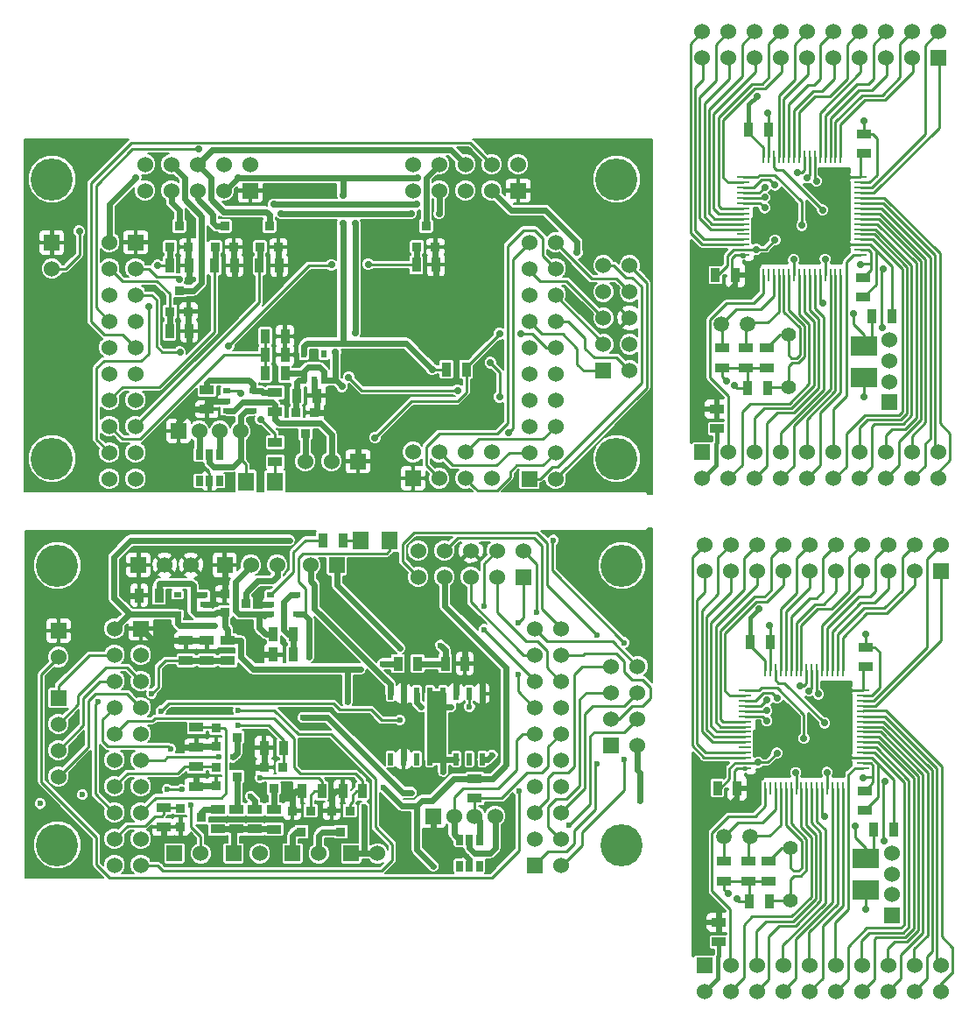
<source format=gtl>
G04 (created by PCBNEW (2013-may-18)-stable) date Сб 30 апр 2016 21:14:55*
%MOIN*%
G04 Gerber Fmt 3.4, Leading zero omitted, Abs format*
%FSLAX34Y34*%
G01*
G70*
G90*
G04 APERTURE LIST*
%ADD10C,0.00590551*%
%ADD11R,0.055X0.035*%
%ADD12R,0.035X0.055*%
%ADD13R,0.06X0.06*%
%ADD14C,0.06*%
%ADD15C,0.056*%
%ADD16C,0.0590551*%
%ADD17R,0.01X0.0472*%
%ADD18R,0.0472X0.01*%
%ADD19R,0.0984X0.0768*%
%ADD20R,0.036X0.036*%
%ADD21R,0.0276X0.0394*%
%ADD22R,0.02X0.03*%
%ADD23R,0.03X0.02*%
%ADD24C,0.16*%
%ADD25R,0.0629X0.0709*%
%ADD26R,0.02X0.045*%
%ADD27C,0.0275591*%
%ADD28C,0.023622*%
%ADD29C,0.015748*%
%ADD30C,0.01*%
%ADD31C,0.023622*%
%ADD32C,0.011811*%
%ADD33C,0.00787402*%
G04 APERTURE END LIST*
G54D10*
G54D11*
X82358Y-72468D03*
X82358Y-71718D03*
X81452Y-72468D03*
X81452Y-71718D03*
G54D12*
X82416Y-73234D03*
X83166Y-73234D03*
G54D11*
X83145Y-72468D03*
X83145Y-71718D03*
G54D12*
X81945Y-68943D03*
X81195Y-68943D03*
G54D11*
X86846Y-64318D03*
X86846Y-63568D03*
X86806Y-69790D03*
X86806Y-69040D03*
G54D12*
X82455Y-63392D03*
X83205Y-63392D03*
G54D13*
X87830Y-73786D03*
G54D14*
X87830Y-72998D03*
X87830Y-72211D03*
X87830Y-71423D03*
G54D15*
X83972Y-73211D03*
X83972Y-71211D03*
G54D13*
X80692Y-75687D03*
G54D14*
X80692Y-76687D03*
X81692Y-75687D03*
X81692Y-76687D03*
X82692Y-75687D03*
X82692Y-76687D03*
X83692Y-75687D03*
X83692Y-76687D03*
X84692Y-75687D03*
X84692Y-76687D03*
X85692Y-75687D03*
X85692Y-76687D03*
X86692Y-75687D03*
X86692Y-76687D03*
X87692Y-75687D03*
X87692Y-76687D03*
X88692Y-75687D03*
X88692Y-76687D03*
X89692Y-75687D03*
X89692Y-76687D03*
G54D13*
X89692Y-60687D03*
G54D14*
X89692Y-59687D03*
X88692Y-60687D03*
X88692Y-59687D03*
X87692Y-60687D03*
X87692Y-59687D03*
X86692Y-60687D03*
X86692Y-59687D03*
X85692Y-60687D03*
X85692Y-59687D03*
X84692Y-60687D03*
X84692Y-59687D03*
X83692Y-60687D03*
X83692Y-59687D03*
X82692Y-60687D03*
X82692Y-59687D03*
X81692Y-60687D03*
X81692Y-59687D03*
X80692Y-60687D03*
X80692Y-59687D03*
G54D11*
X81255Y-74790D03*
X81255Y-74040D03*
G54D16*
X81425Y-70793D03*
X82425Y-70793D03*
G54D17*
X83008Y-68943D03*
X83205Y-68943D03*
X83402Y-68943D03*
X83599Y-68943D03*
X83796Y-68943D03*
X83992Y-68943D03*
X84189Y-68943D03*
X84386Y-68943D03*
X84582Y-68943D03*
X84779Y-68943D03*
X84976Y-68943D03*
X85172Y-68943D03*
X85369Y-68943D03*
X85566Y-68943D03*
X85763Y-68943D03*
X85960Y-68943D03*
G54D18*
X86728Y-68175D03*
X86728Y-67978D03*
X86728Y-67781D03*
X86728Y-67584D03*
X86728Y-67387D03*
X86728Y-67191D03*
X86728Y-66994D03*
X86728Y-66797D03*
X86728Y-66601D03*
X86728Y-66404D03*
X86728Y-66207D03*
X86728Y-66011D03*
X86728Y-65814D03*
X86728Y-65617D03*
X86728Y-65420D03*
X86728Y-65223D03*
G54D17*
X85960Y-64455D03*
X85763Y-64455D03*
X85566Y-64455D03*
X85369Y-64455D03*
X85172Y-64455D03*
X84976Y-64455D03*
X84779Y-64455D03*
X84582Y-64455D03*
X84386Y-64455D03*
X84189Y-64455D03*
X83992Y-64455D03*
X83796Y-64455D03*
X83599Y-64455D03*
X83402Y-64455D03*
X83205Y-64455D03*
X83008Y-64455D03*
G54D18*
X82240Y-65223D03*
X82240Y-65420D03*
X82240Y-65617D03*
X82240Y-65814D03*
X82240Y-66011D03*
X82240Y-66207D03*
X82240Y-66404D03*
X82240Y-66601D03*
X82240Y-66797D03*
X82240Y-66994D03*
X82240Y-67191D03*
X82240Y-67387D03*
X82240Y-67584D03*
X82240Y-67781D03*
X82240Y-67978D03*
X82240Y-68175D03*
G54D12*
X87155Y-70505D03*
X87905Y-70505D03*
G54D19*
X86835Y-71630D03*
X86835Y-72830D03*
G54D11*
X82283Y-52943D03*
X82283Y-52193D03*
X81377Y-52943D03*
X81377Y-52193D03*
G54D12*
X82341Y-53709D03*
X83091Y-53709D03*
G54D11*
X83070Y-52943D03*
X83070Y-52193D03*
G54D12*
X81870Y-49418D03*
X81120Y-49418D03*
G54D11*
X86771Y-44793D03*
X86771Y-44043D03*
X86731Y-50265D03*
X86731Y-49515D03*
G54D12*
X82380Y-43867D03*
X83130Y-43867D03*
G54D13*
X87755Y-54261D03*
G54D14*
X87755Y-53473D03*
X87755Y-52686D03*
X87755Y-51898D03*
G54D15*
X83897Y-53686D03*
X83897Y-51686D03*
G54D13*
X80617Y-56162D03*
G54D14*
X80617Y-57162D03*
X81617Y-56162D03*
X81617Y-57162D03*
X82617Y-56162D03*
X82617Y-57162D03*
X83617Y-56162D03*
X83617Y-57162D03*
X84617Y-56162D03*
X84617Y-57162D03*
X85617Y-56162D03*
X85617Y-57162D03*
X86617Y-56162D03*
X86617Y-57162D03*
X87617Y-56162D03*
X87617Y-57162D03*
X88617Y-56162D03*
X88617Y-57162D03*
X89617Y-56162D03*
X89617Y-57162D03*
G54D13*
X89617Y-41162D03*
G54D14*
X89617Y-40162D03*
X88617Y-41162D03*
X88617Y-40162D03*
X87617Y-41162D03*
X87617Y-40162D03*
X86617Y-41162D03*
X86617Y-40162D03*
X85617Y-41162D03*
X85617Y-40162D03*
X84617Y-41162D03*
X84617Y-40162D03*
X83617Y-41162D03*
X83617Y-40162D03*
X82617Y-41162D03*
X82617Y-40162D03*
X81617Y-41162D03*
X81617Y-40162D03*
X80617Y-41162D03*
X80617Y-40162D03*
G54D11*
X81180Y-55265D03*
X81180Y-54515D03*
G54D16*
X81350Y-51268D03*
X82350Y-51268D03*
G54D17*
X82933Y-49418D03*
X83130Y-49418D03*
X83327Y-49418D03*
X83524Y-49418D03*
X83721Y-49418D03*
X83917Y-49418D03*
X84114Y-49418D03*
X84311Y-49418D03*
X84507Y-49418D03*
X84704Y-49418D03*
X84901Y-49418D03*
X85097Y-49418D03*
X85294Y-49418D03*
X85491Y-49418D03*
X85688Y-49418D03*
X85885Y-49418D03*
G54D18*
X86653Y-48650D03*
X86653Y-48453D03*
X86653Y-48256D03*
X86653Y-48059D03*
X86653Y-47862D03*
X86653Y-47666D03*
X86653Y-47469D03*
X86653Y-47272D03*
X86653Y-47076D03*
X86653Y-46879D03*
X86653Y-46682D03*
X86653Y-46486D03*
X86653Y-46289D03*
X86653Y-46092D03*
X86653Y-45895D03*
X86653Y-45698D03*
G54D17*
X85885Y-44930D03*
X85688Y-44930D03*
X85491Y-44930D03*
X85294Y-44930D03*
X85097Y-44930D03*
X84901Y-44930D03*
X84704Y-44930D03*
X84507Y-44930D03*
X84311Y-44930D03*
X84114Y-44930D03*
X83917Y-44930D03*
X83721Y-44930D03*
X83524Y-44930D03*
X83327Y-44930D03*
X83130Y-44930D03*
X82933Y-44930D03*
G54D18*
X82165Y-45698D03*
X82165Y-45895D03*
X82165Y-46092D03*
X82165Y-46289D03*
X82165Y-46486D03*
X82165Y-46682D03*
X82165Y-46879D03*
X82165Y-47076D03*
X82165Y-47272D03*
X82165Y-47469D03*
X82165Y-47666D03*
X82165Y-47862D03*
X82165Y-48059D03*
X82165Y-48256D03*
X82165Y-48453D03*
X82165Y-48650D03*
G54D12*
X87080Y-50980D03*
X87830Y-50980D03*
G54D19*
X86760Y-52105D03*
X86760Y-53305D03*
G54D13*
X74037Y-57167D03*
G54D14*
X75037Y-57167D03*
X74037Y-56167D03*
X75037Y-56167D03*
X74037Y-55167D03*
X75037Y-55167D03*
X74037Y-54167D03*
X75037Y-54167D03*
X74037Y-53167D03*
X75037Y-53167D03*
X74037Y-52167D03*
X75037Y-52167D03*
X74037Y-51167D03*
X75037Y-51167D03*
X74037Y-50167D03*
X75037Y-50167D03*
X74037Y-49167D03*
X75037Y-49167D03*
X74037Y-48167D03*
X75037Y-48167D03*
G54D13*
X59037Y-48167D03*
G54D14*
X58037Y-48167D03*
X59037Y-49167D03*
X58037Y-49167D03*
X59037Y-50167D03*
X58037Y-50167D03*
X59037Y-51167D03*
X58037Y-51167D03*
X59037Y-52167D03*
X58037Y-52167D03*
X59037Y-53167D03*
X58037Y-53167D03*
X59037Y-54167D03*
X58037Y-54167D03*
X59037Y-55167D03*
X58037Y-55167D03*
X59037Y-56167D03*
X58037Y-56167D03*
X59037Y-57167D03*
X58037Y-57167D03*
G54D20*
X61050Y-50800D03*
X60350Y-50800D03*
X60700Y-50000D03*
X70450Y-48350D03*
X69750Y-48350D03*
X70100Y-47550D03*
X64475Y-48350D03*
X63775Y-48350D03*
X64125Y-47550D03*
X61050Y-48350D03*
X60350Y-48350D03*
X60700Y-47550D03*
X65150Y-54650D03*
X65850Y-54650D03*
X65500Y-55450D03*
X62775Y-48350D03*
X62075Y-48350D03*
X62425Y-47550D03*
G54D21*
X61475Y-56250D03*
X61850Y-56250D03*
X62225Y-56250D03*
X62225Y-57250D03*
X61850Y-57250D03*
X61475Y-57250D03*
G54D22*
X65450Y-53425D03*
X66200Y-53425D03*
X65450Y-52425D03*
X65825Y-53425D03*
X66200Y-52425D03*
G54D23*
X62500Y-53825D03*
X62500Y-54575D03*
X63500Y-53825D03*
X62500Y-54200D03*
X63500Y-54575D03*
G54D12*
X64725Y-53150D03*
X63975Y-53150D03*
X63750Y-49050D03*
X64500Y-49050D03*
X71625Y-53000D03*
X70875Y-53000D03*
G54D11*
X64350Y-54625D03*
X64350Y-53875D03*
X61750Y-54525D03*
X61750Y-53775D03*
X64350Y-56525D03*
X64350Y-55775D03*
G54D12*
X60325Y-49050D03*
X61075Y-49050D03*
X64725Y-51750D03*
X63975Y-51750D03*
X64725Y-52450D03*
X63975Y-52450D03*
X62050Y-49050D03*
X62800Y-49050D03*
X65175Y-54000D03*
X65925Y-54000D03*
X60325Y-51550D03*
X61075Y-51550D03*
G54D13*
X69600Y-57150D03*
G54D14*
X69600Y-56150D03*
X70600Y-57150D03*
X70600Y-56150D03*
X71600Y-57150D03*
X71600Y-56150D03*
X72600Y-57150D03*
X72600Y-56150D03*
G54D13*
X67500Y-56500D03*
G54D14*
X66500Y-56500D03*
X65500Y-56500D03*
G54D13*
X55850Y-48175D03*
G54D14*
X55850Y-49175D03*
G54D13*
X60668Y-55350D03*
G54D14*
X61456Y-55350D03*
X62243Y-55350D03*
X63031Y-55350D03*
G54D13*
X63400Y-46200D03*
G54D14*
X63400Y-45200D03*
X62400Y-46200D03*
X62400Y-45200D03*
X61400Y-46200D03*
X61400Y-45200D03*
X60400Y-46200D03*
X60400Y-45200D03*
X59400Y-46200D03*
X59400Y-45200D03*
G54D13*
X73600Y-46200D03*
G54D14*
X73600Y-45200D03*
X72600Y-46200D03*
X72600Y-45200D03*
X71600Y-46200D03*
X71600Y-45200D03*
X70600Y-46200D03*
X70600Y-45200D03*
X69600Y-46200D03*
X69600Y-45200D03*
G54D13*
X76850Y-53050D03*
G54D14*
X77850Y-53050D03*
X76850Y-52050D03*
X77850Y-52050D03*
X76850Y-51050D03*
X77850Y-51050D03*
X76850Y-50050D03*
X77850Y-50050D03*
X76850Y-49050D03*
X77850Y-49050D03*
G54D24*
X55850Y-56400D03*
X55850Y-45770D03*
X77350Y-45770D03*
X77350Y-56400D03*
G54D12*
X69725Y-49025D03*
X70475Y-49025D03*
G54D25*
X63231Y-57270D03*
X64349Y-57270D03*
G54D20*
X65000Y-69800D03*
X65700Y-69800D03*
X65350Y-70600D03*
X60750Y-70400D03*
X60750Y-69700D03*
X61550Y-70050D03*
X66500Y-69800D03*
X67200Y-69800D03*
X66850Y-70600D03*
X62100Y-67350D03*
X62100Y-66650D03*
X62900Y-67000D03*
X62100Y-68850D03*
X62100Y-68150D03*
X62900Y-68500D03*
X62425Y-62250D03*
X62425Y-61550D03*
X63225Y-61900D03*
G54D26*
X68745Y-65340D03*
X69745Y-65340D03*
X70245Y-65340D03*
X70745Y-65340D03*
X71245Y-65340D03*
X71745Y-65340D03*
X72245Y-65340D03*
X72245Y-67840D03*
X71745Y-67840D03*
X71245Y-67840D03*
X70745Y-67840D03*
X70245Y-67840D03*
X69745Y-67840D03*
X69245Y-67840D03*
X68745Y-67840D03*
X69245Y-65340D03*
G54D11*
X62162Y-69748D03*
X62162Y-70498D03*
X63579Y-69748D03*
X63579Y-70498D03*
X62871Y-69748D03*
X62871Y-70498D03*
G54D12*
X70825Y-64200D03*
X71575Y-64200D03*
G54D11*
X62550Y-63325D03*
X62550Y-64075D03*
X61750Y-64075D03*
X61750Y-63325D03*
G54D13*
X56100Y-65500D03*
G54D14*
X56100Y-66500D03*
X56100Y-67500D03*
X56100Y-68500D03*
G54D13*
X59150Y-60450D03*
G54D14*
X60150Y-60450D03*
X61150Y-60450D03*
G54D13*
X60520Y-71422D03*
G54D14*
X61520Y-71422D03*
G54D13*
X66700Y-60450D03*
G54D14*
X65700Y-60450D03*
G54D13*
X65009Y-71422D03*
G54D14*
X66009Y-71422D03*
G54D13*
X67253Y-71422D03*
G54D14*
X68253Y-71422D03*
G54D13*
X59237Y-62867D03*
G54D14*
X58237Y-62867D03*
X59237Y-63867D03*
X58237Y-63867D03*
X59237Y-64867D03*
X58237Y-64867D03*
X59237Y-65867D03*
X58237Y-65867D03*
X59237Y-66867D03*
X58237Y-66867D03*
X59237Y-67867D03*
X58237Y-67867D03*
X59237Y-68867D03*
X58237Y-68867D03*
X59237Y-69867D03*
X58237Y-69867D03*
X59237Y-70867D03*
X58237Y-70867D03*
X59237Y-71867D03*
X58237Y-71867D03*
G54D13*
X74237Y-71867D03*
G54D14*
X75237Y-71867D03*
X74237Y-70867D03*
X75237Y-70867D03*
X74237Y-69867D03*
X75237Y-69867D03*
X74237Y-68867D03*
X75237Y-68867D03*
X74237Y-67867D03*
X75237Y-67867D03*
X74237Y-66867D03*
X75237Y-66867D03*
X74237Y-65867D03*
X75237Y-65867D03*
X74237Y-64867D03*
X75237Y-64867D03*
X74237Y-63867D03*
X75237Y-63867D03*
X74237Y-62867D03*
X75237Y-62867D03*
G54D23*
X61625Y-62325D03*
X61625Y-61575D03*
X60625Y-62325D03*
X61625Y-61950D03*
X60625Y-61575D03*
G54D20*
X63950Y-68150D03*
X64650Y-68150D03*
X64300Y-68950D03*
G54D21*
X71375Y-70900D03*
X71750Y-70900D03*
X72125Y-70900D03*
X72125Y-71900D03*
X71750Y-71900D03*
X71375Y-71900D03*
G54D23*
X64175Y-61575D03*
X64175Y-62325D03*
X65175Y-61575D03*
X64175Y-61950D03*
X65175Y-62325D03*
G54D12*
X69775Y-64200D03*
X69025Y-64200D03*
G54D11*
X60950Y-64075D03*
X60950Y-63325D03*
X71950Y-69325D03*
X71950Y-68575D03*
G54D12*
X64285Y-63080D03*
X65035Y-63080D03*
X66925Y-59500D03*
X66175Y-59500D03*
X65035Y-63860D03*
X64285Y-63860D03*
G54D11*
X61350Y-68125D03*
X61350Y-68875D03*
G54D12*
X64675Y-67400D03*
X63925Y-67400D03*
G54D11*
X60100Y-69675D03*
X60100Y-70425D03*
X61350Y-66625D03*
X61350Y-67375D03*
X64300Y-69750D03*
X64300Y-70500D03*
G54D12*
X59925Y-61600D03*
X59175Y-61600D03*
G54D13*
X62425Y-60450D03*
G54D14*
X63425Y-60450D03*
X64425Y-60450D03*
G54D13*
X62770Y-71422D03*
G54D14*
X63770Y-71422D03*
G54D13*
X70368Y-70000D03*
G54D14*
X71156Y-70000D03*
X71943Y-70000D03*
X72731Y-70000D03*
G54D13*
X77150Y-67300D03*
G54D14*
X78150Y-67300D03*
X77150Y-66300D03*
X78150Y-66300D03*
X77150Y-65300D03*
X78150Y-65300D03*
X77150Y-64300D03*
X78150Y-64300D03*
G54D24*
X77550Y-60470D03*
X77550Y-71100D03*
G54D12*
X67675Y-69050D03*
X66925Y-69050D03*
X66125Y-69050D03*
X65375Y-69050D03*
G54D24*
X56050Y-71100D03*
X56050Y-60470D03*
G54D13*
X56100Y-62950D03*
G54D14*
X56100Y-63950D03*
G54D13*
X73800Y-60900D03*
G54D14*
X73800Y-59900D03*
X72800Y-60900D03*
X72800Y-59900D03*
X71800Y-60900D03*
X71800Y-59900D03*
X70800Y-60900D03*
X70800Y-59900D03*
X69800Y-60900D03*
X69800Y-59900D03*
G54D25*
X68709Y-59500D03*
X67591Y-59500D03*
G54D27*
X82785Y-62125D03*
X80428Y-69573D03*
X82710Y-42600D03*
X80353Y-50048D03*
X62925Y-45700D03*
X59050Y-45700D03*
X75850Y-48550D03*
X66925Y-47450D03*
X66925Y-46375D03*
X70325Y-53000D03*
X69775Y-45700D03*
G54D28*
X62050Y-62750D03*
X68480Y-68910D03*
X78240Y-69430D03*
X70375Y-71900D03*
X64900Y-59500D03*
G54D27*
X60700Y-49575D03*
X86835Y-73560D03*
X85271Y-70006D03*
X86728Y-68549D03*
X86846Y-63077D03*
X83184Y-62762D03*
X81925Y-73156D03*
X81610Y-72959D03*
X83460Y-67604D03*
X82751Y-67959D03*
X86760Y-54035D03*
X85196Y-50481D03*
X86653Y-49024D03*
X86771Y-43552D03*
X83109Y-43237D03*
X81850Y-53631D03*
X81535Y-53434D03*
X83385Y-48079D03*
X82676Y-48434D03*
X60750Y-56800D03*
X70500Y-49550D03*
X65125Y-52450D03*
X61075Y-52050D03*
X64500Y-49550D03*
X62800Y-49550D03*
X61075Y-49550D03*
G54D28*
X63830Y-68930D03*
X61415Y-65070D03*
X61415Y-65960D03*
X60455Y-66960D03*
X57140Y-62130D03*
X75520Y-60360D03*
X77640Y-62490D03*
X66520Y-63690D03*
X73240Y-70700D03*
X69130Y-70010D03*
X69400Y-71800D03*
X66110Y-67440D03*
X67900Y-65160D03*
X69250Y-62440D03*
X68240Y-63450D03*
X67910Y-61100D03*
X66960Y-62050D03*
X64880Y-65230D03*
X63810Y-63860D03*
X57530Y-60240D03*
X60100Y-70850D03*
X58700Y-61600D03*
X66500Y-69450D03*
X61350Y-68500D03*
X71700Y-63500D03*
X68750Y-65900D03*
X72350Y-65850D03*
X63700Y-61925D03*
X65000Y-69400D03*
G54D27*
X70600Y-47075D03*
X69525Y-47075D03*
X64575Y-47075D03*
X61450Y-44625D03*
G54D28*
X69100Y-63600D03*
X69900Y-65850D03*
X71755Y-65842D03*
X60375Y-67450D03*
X61150Y-69575D03*
X60230Y-68985D03*
X60795Y-68990D03*
G54D27*
X59525Y-50600D03*
X59875Y-49050D03*
X73250Y-55400D03*
X68150Y-55600D03*
X73700Y-51650D03*
X72900Y-51650D03*
G54D28*
X69550Y-69100D03*
X65400Y-66250D03*
X65630Y-63950D03*
G54D27*
X72900Y-54050D03*
X72550Y-52750D03*
X56900Y-47750D03*
X66500Y-49025D03*
X62575Y-52100D03*
X60725Y-52350D03*
X67900Y-49000D03*
X63800Y-54900D03*
X63050Y-53900D03*
G54D28*
X62200Y-67750D03*
X63775Y-68550D03*
G54D27*
X71300Y-53800D03*
X67150Y-53300D03*
G54D28*
X76600Y-63100D03*
X76600Y-68000D03*
X74950Y-59500D03*
X77650Y-63400D03*
X77650Y-67850D03*
X73650Y-69050D03*
G54D27*
X84169Y-68352D03*
X84094Y-48827D03*
X85271Y-66463D03*
X87545Y-70935D03*
X87585Y-68695D03*
X85196Y-46938D03*
X87470Y-51410D03*
X87510Y-49170D03*
G54D28*
X70650Y-63500D03*
X71050Y-65850D03*
X70751Y-68302D03*
G54D27*
X84484Y-67053D03*
X84409Y-47528D03*
G54D28*
X72621Y-67672D03*
X72300Y-62900D03*
X72300Y-62000D03*
G54D27*
X85035Y-65360D03*
X84960Y-45835D03*
G54D28*
X73600Y-62650D03*
X73600Y-64600D03*
G54D27*
X86445Y-70395D03*
X85365Y-68335D03*
X86370Y-50870D03*
X85290Y-48810D03*
G54D28*
X74300Y-62250D03*
X62740Y-67765D03*
X63415Y-69250D03*
X75550Y-70350D03*
G54D27*
X83066Y-66384D03*
X82991Y-46859D03*
X83066Y-65990D03*
X82991Y-46465D03*
X84680Y-65242D03*
X84605Y-45717D03*
X84326Y-65045D03*
X84251Y-45520D03*
X83460Y-65518D03*
X83385Y-45993D03*
X83066Y-65597D03*
X82991Y-46072D03*
G54D28*
X59650Y-65350D03*
X57600Y-65650D03*
X62940Y-65970D03*
X62940Y-66540D03*
G54D27*
X69725Y-46725D03*
X64300Y-46725D03*
G54D28*
X57010Y-69190D03*
X55400Y-69530D03*
X69100Y-66350D03*
X60000Y-66000D03*
G54D27*
X66650Y-52350D03*
X67400Y-51600D03*
X67400Y-47450D03*
X66900Y-53650D03*
G54D28*
X67100Y-65650D03*
X67750Y-69650D03*
X67600Y-64400D03*
X68450Y-64200D03*
G54D29*
X82455Y-63392D02*
X82455Y-62454D01*
X82455Y-62454D02*
X82785Y-62125D01*
G54D30*
X87900Y-70475D02*
X87900Y-68602D01*
X87900Y-68602D02*
X87300Y-68003D01*
X87300Y-68003D02*
X87300Y-69297D01*
X87300Y-69297D02*
X86806Y-69790D01*
X87300Y-68003D02*
X87248Y-67950D01*
X87078Y-67781D02*
X87248Y-67950D01*
X87248Y-67950D02*
X87300Y-68003D01*
X87078Y-67781D02*
X86728Y-67781D01*
G54D29*
X81255Y-74040D02*
X80547Y-74040D01*
X80428Y-69573D02*
X80428Y-72959D01*
X80547Y-73077D02*
X80547Y-74040D01*
X80428Y-72959D02*
X80547Y-73077D01*
G54D30*
X86728Y-65223D02*
X86196Y-65223D01*
X86196Y-65223D02*
X86176Y-65242D01*
X81945Y-68943D02*
X81945Y-69198D01*
X81570Y-69573D02*
X80428Y-69573D01*
X81945Y-69198D02*
X81570Y-69573D01*
X81828Y-68825D02*
X81945Y-68943D01*
X81828Y-68292D02*
X81828Y-68825D01*
X86728Y-65223D02*
X86728Y-64436D01*
X86728Y-64436D02*
X86846Y-64318D01*
X83008Y-64455D02*
X83008Y-64081D01*
X82455Y-63529D02*
X82455Y-63392D01*
X83008Y-64081D02*
X82455Y-63529D01*
X82240Y-68175D02*
X81945Y-68175D01*
X81945Y-68175D02*
X81828Y-68292D01*
X86728Y-67781D02*
X86157Y-67781D01*
X86157Y-67781D02*
X86137Y-67801D01*
G54D29*
X82380Y-43867D02*
X82380Y-42929D01*
X82380Y-42929D02*
X82710Y-42600D01*
G54D30*
X87825Y-50950D02*
X87825Y-49077D01*
X87825Y-49077D02*
X87225Y-48478D01*
X87225Y-48478D02*
X87225Y-49772D01*
X87225Y-49772D02*
X86731Y-50265D01*
X87225Y-48478D02*
X87173Y-48425D01*
X87003Y-48256D02*
X87173Y-48425D01*
X87173Y-48425D02*
X87225Y-48478D01*
X87003Y-48256D02*
X86653Y-48256D01*
G54D29*
X81180Y-54515D02*
X80472Y-54515D01*
X80353Y-50048D02*
X80353Y-53434D01*
X80472Y-53552D02*
X80472Y-54515D01*
X80353Y-53434D02*
X80472Y-53552D01*
G54D30*
X86653Y-45698D02*
X86121Y-45698D01*
X86121Y-45698D02*
X86101Y-45717D01*
X81870Y-49418D02*
X81870Y-49673D01*
X81495Y-50048D02*
X80353Y-50048D01*
X81870Y-49673D02*
X81495Y-50048D01*
X81753Y-49300D02*
X81870Y-49418D01*
X81753Y-48767D02*
X81753Y-49300D01*
X86653Y-45698D02*
X86653Y-44911D01*
X86653Y-44911D02*
X86771Y-44793D01*
X82933Y-44930D02*
X82933Y-44556D01*
X82380Y-44004D02*
X82380Y-43867D01*
X82933Y-44556D02*
X82380Y-44004D01*
X82165Y-48650D02*
X81870Y-48650D01*
X81870Y-48650D02*
X81753Y-48767D01*
X86653Y-48256D02*
X86082Y-48256D01*
X86082Y-48256D02*
X86062Y-48276D01*
G54D31*
X62950Y-45700D02*
X62925Y-45700D01*
X58037Y-46712D02*
X58037Y-48167D01*
X59050Y-45700D02*
X58037Y-46712D01*
X73350Y-46950D02*
X72600Y-46200D01*
X74650Y-46950D02*
X73350Y-46950D01*
X75850Y-48150D02*
X74650Y-46950D01*
X75850Y-48550D02*
X75850Y-48150D01*
G54D30*
X70325Y-53000D02*
X70875Y-53000D01*
G54D31*
X66925Y-51875D02*
X66925Y-52000D01*
X66925Y-51900D02*
X66925Y-52000D01*
X66925Y-52000D02*
X66925Y-51900D01*
X66925Y-51300D02*
X66925Y-51875D01*
X66925Y-47450D02*
X66925Y-51300D01*
X66925Y-45700D02*
X66925Y-46375D01*
X66925Y-52000D02*
X69325Y-52000D01*
X66925Y-45700D02*
X69775Y-45700D01*
X65450Y-52425D02*
X65450Y-52125D01*
X65450Y-52125D02*
X65575Y-52000D01*
X65575Y-52000D02*
X66925Y-52000D01*
X69325Y-52000D02*
X70325Y-53000D01*
X62400Y-46200D02*
X62425Y-46200D01*
X62950Y-45700D02*
X66925Y-45700D01*
X62425Y-46200D02*
X62925Y-45700D01*
X60625Y-62675D02*
X60700Y-62750D01*
X60700Y-62750D02*
X62050Y-62750D01*
X60625Y-62325D02*
X60625Y-62675D01*
X69170Y-69600D02*
X69750Y-69600D01*
X68480Y-68910D02*
X69170Y-69600D01*
X78150Y-68260D02*
X78150Y-67300D01*
X78240Y-68350D02*
X78150Y-68260D01*
X78240Y-69430D02*
X78240Y-68350D01*
X69750Y-71275D02*
X70375Y-71900D01*
X69750Y-69600D02*
X69750Y-71275D01*
X69950Y-69400D02*
X69750Y-69600D01*
X70325Y-69400D02*
X69950Y-69400D01*
X71150Y-68575D02*
X70325Y-69400D01*
X71500Y-68575D02*
X71150Y-68575D01*
X71950Y-68575D02*
X71500Y-68575D01*
X71950Y-68575D02*
X71175Y-68575D01*
X71175Y-68575D02*
X71950Y-68575D01*
X70800Y-60900D02*
X70800Y-62000D01*
X72625Y-68575D02*
X71950Y-68575D01*
X73150Y-68050D02*
X72625Y-68575D01*
X73150Y-64350D02*
X73150Y-68050D01*
X70800Y-62000D02*
X73150Y-64350D01*
X58200Y-61700D02*
X58825Y-62325D01*
X58200Y-60150D02*
X58200Y-61700D01*
X58850Y-59500D02*
X58200Y-60150D01*
X59250Y-59500D02*
X58850Y-59500D01*
X64900Y-59500D02*
X59250Y-59500D01*
X60625Y-62325D02*
X58825Y-62325D01*
X58825Y-62325D02*
X58780Y-62325D01*
X58780Y-62325D02*
X58237Y-62867D01*
G54D30*
X59037Y-49167D02*
X59542Y-49167D01*
X60600Y-49475D02*
X60700Y-49575D01*
X59850Y-49475D02*
X60600Y-49475D01*
X59542Y-49167D02*
X59850Y-49475D01*
X86835Y-72830D02*
X86835Y-73560D01*
X87121Y-68510D02*
X86767Y-68510D01*
X86767Y-68510D02*
X86728Y-68549D01*
X86728Y-67978D02*
X87022Y-67978D01*
X87121Y-68077D02*
X87121Y-68510D01*
X87022Y-67978D02*
X87121Y-68077D01*
X86728Y-65420D02*
X87062Y-65420D01*
X87062Y-65420D02*
X87358Y-65124D01*
X85172Y-68943D02*
X85172Y-69907D01*
X85172Y-69907D02*
X85271Y-70006D01*
X86846Y-63568D02*
X86846Y-63077D01*
X83205Y-63392D02*
X83205Y-62783D01*
X83205Y-62783D02*
X83184Y-62762D01*
X81295Y-68943D02*
X81195Y-68943D01*
X81649Y-68589D02*
X81295Y-68943D01*
X81649Y-68195D02*
X81649Y-68589D01*
X82416Y-73234D02*
X82003Y-73234D01*
X82003Y-73234D02*
X81925Y-73156D01*
X81452Y-72468D02*
X81452Y-72801D01*
X81452Y-72801D02*
X81610Y-72959D01*
X87121Y-68725D02*
X86806Y-69040D01*
X87121Y-68510D02*
X87121Y-68725D01*
X87179Y-63568D02*
X86846Y-63568D01*
X87358Y-63746D02*
X87179Y-63568D01*
X87358Y-65124D02*
X87358Y-63746D01*
X83205Y-64455D02*
X83205Y-63392D01*
X83205Y-63392D02*
X83205Y-63392D01*
X82358Y-72468D02*
X81452Y-72468D01*
X83145Y-72468D02*
X82358Y-72468D01*
X82416Y-73234D02*
X82416Y-72526D01*
X82416Y-72526D02*
X82358Y-72468D01*
X82240Y-67978D02*
X81866Y-67978D01*
X81866Y-67978D02*
X81649Y-68195D01*
X82751Y-67959D02*
X83106Y-67959D01*
X83106Y-67959D02*
X83460Y-67604D01*
X82732Y-67978D02*
X82240Y-67978D01*
X82751Y-67959D02*
X82732Y-67978D01*
X86760Y-53305D02*
X86760Y-54035D01*
X87046Y-48985D02*
X86692Y-48985D01*
X86692Y-48985D02*
X86653Y-49024D01*
X86653Y-48453D02*
X86947Y-48453D01*
X87046Y-48552D02*
X87046Y-48985D01*
X86947Y-48453D02*
X87046Y-48552D01*
X86653Y-45895D02*
X86987Y-45895D01*
X86987Y-45895D02*
X87283Y-45599D01*
X85097Y-49418D02*
X85097Y-50382D01*
X85097Y-50382D02*
X85196Y-50481D01*
X86771Y-44043D02*
X86771Y-43552D01*
X83130Y-43867D02*
X83130Y-43258D01*
X83130Y-43258D02*
X83109Y-43237D01*
X81220Y-49418D02*
X81120Y-49418D01*
X81574Y-49064D02*
X81220Y-49418D01*
X81574Y-48670D02*
X81574Y-49064D01*
X82341Y-53709D02*
X81928Y-53709D01*
X81928Y-53709D02*
X81850Y-53631D01*
X81377Y-52943D02*
X81377Y-53276D01*
X81377Y-53276D02*
X81535Y-53434D01*
X87046Y-49200D02*
X86731Y-49515D01*
X87046Y-48985D02*
X87046Y-49200D01*
X87104Y-44043D02*
X86771Y-44043D01*
X87283Y-44221D02*
X87104Y-44043D01*
X87283Y-45599D02*
X87283Y-44221D01*
X83130Y-44930D02*
X83130Y-43867D01*
X83130Y-43867D02*
X83130Y-43867D01*
X82283Y-52943D02*
X81377Y-52943D01*
X83070Y-52943D02*
X82283Y-52943D01*
X82341Y-53709D02*
X82341Y-53001D01*
X82341Y-53001D02*
X82283Y-52943D01*
X82165Y-48453D02*
X81791Y-48453D01*
X81791Y-48453D02*
X81574Y-48670D01*
X82676Y-48434D02*
X83031Y-48434D01*
X83031Y-48434D02*
X83385Y-48079D01*
X82657Y-48453D02*
X82165Y-48453D01*
X82676Y-48434D02*
X82657Y-48453D01*
X60750Y-56800D02*
X61700Y-56800D01*
X61850Y-56950D02*
X61700Y-56800D01*
X61850Y-56950D02*
X61850Y-57250D01*
G54D31*
X70475Y-49025D02*
X70475Y-49525D01*
X70475Y-49525D02*
X70500Y-49550D01*
G54D30*
X64725Y-52450D02*
X65125Y-52450D01*
G54D31*
X65825Y-53425D02*
X65825Y-53900D01*
X65825Y-53900D02*
X65925Y-54000D01*
X67500Y-56500D02*
X67500Y-56050D01*
G54D30*
X64725Y-51750D02*
X64725Y-52450D01*
G54D31*
X65925Y-54000D02*
X65925Y-54575D01*
X65925Y-54575D02*
X65850Y-54650D01*
X70450Y-48350D02*
X70450Y-49000D01*
X70450Y-49000D02*
X70475Y-49025D01*
X61075Y-51550D02*
X61075Y-52050D01*
X64500Y-49050D02*
X64500Y-49550D01*
X62800Y-49050D02*
X62800Y-49550D01*
X61075Y-49050D02*
X61075Y-49550D01*
X61050Y-50800D02*
X61050Y-51525D01*
X61050Y-51525D02*
X61075Y-51550D01*
X64475Y-48350D02*
X64475Y-49025D01*
X64475Y-49025D02*
X64500Y-49050D01*
X62775Y-48350D02*
X62775Y-49025D01*
X62775Y-49025D02*
X62800Y-49050D01*
X61050Y-48350D02*
X61050Y-49025D01*
X61050Y-49025D02*
X61075Y-49050D01*
X60668Y-55350D02*
X60668Y-55031D01*
X61175Y-54525D02*
X61750Y-54525D01*
X60668Y-55031D02*
X61175Y-54525D01*
X67500Y-56250D02*
X67500Y-56050D01*
X67500Y-56050D02*
X67500Y-55800D01*
X66350Y-54650D02*
X65850Y-54650D01*
X67500Y-55800D02*
X66350Y-54650D01*
X62500Y-54200D02*
X61900Y-54200D01*
X61750Y-54350D02*
X61750Y-54525D01*
X61900Y-54200D02*
X61750Y-54350D01*
X63950Y-68150D02*
X63565Y-68150D01*
X63535Y-68930D02*
X63830Y-68930D01*
X63385Y-68780D02*
X63535Y-68930D01*
X63385Y-68330D02*
X63385Y-68780D01*
X63565Y-68150D02*
X63385Y-68330D01*
X61415Y-65960D02*
X61410Y-65960D01*
X61350Y-67375D02*
X60870Y-67375D01*
X60870Y-67375D02*
X60455Y-66960D01*
X64285Y-63860D02*
X63810Y-63860D01*
X60100Y-70425D02*
X60100Y-70850D01*
X69245Y-67840D02*
X69245Y-67254D01*
X69550Y-66059D02*
X69245Y-65754D01*
X69550Y-66950D02*
X69550Y-66059D01*
X69245Y-67254D02*
X69550Y-66950D01*
X59175Y-61600D02*
X58700Y-61600D01*
X66500Y-69800D02*
X66500Y-69450D01*
X66500Y-69450D02*
X66500Y-69225D01*
X66500Y-69225D02*
X66675Y-69050D01*
X66675Y-69050D02*
X66925Y-69050D01*
X65000Y-69800D02*
X65000Y-69400D01*
X65150Y-69050D02*
X65375Y-69050D01*
X63950Y-68150D02*
X63950Y-67425D01*
X63950Y-67425D02*
X63925Y-67400D01*
X62100Y-67350D02*
X61375Y-67350D01*
X61375Y-67350D02*
X61350Y-67375D01*
X61350Y-68875D02*
X61350Y-68500D01*
X62100Y-68850D02*
X61375Y-68850D01*
X61375Y-68850D02*
X61350Y-68875D01*
X71575Y-64200D02*
X71575Y-63625D01*
X71575Y-63625D02*
X71700Y-63500D01*
X69245Y-65754D02*
X69245Y-65340D01*
X69100Y-65900D02*
X69245Y-65754D01*
X68750Y-65900D02*
X69100Y-65900D01*
X72245Y-65745D02*
X72245Y-65340D01*
X72350Y-65850D02*
X72245Y-65745D01*
X69245Y-65340D02*
X69245Y-64954D01*
X69400Y-64800D02*
X71400Y-64800D01*
X69245Y-64954D02*
X69400Y-64800D01*
X71245Y-65340D02*
X71245Y-64954D01*
X72245Y-64945D02*
X72245Y-65340D01*
X72100Y-64800D02*
X72245Y-64945D01*
X71400Y-64800D02*
X72100Y-64800D01*
X71245Y-64954D02*
X71400Y-64800D01*
X60950Y-63325D02*
X59694Y-63325D01*
X59694Y-63325D02*
X59237Y-62867D01*
X60950Y-63325D02*
X61750Y-63325D01*
X61625Y-61950D02*
X61900Y-61950D01*
X62075Y-61550D02*
X62425Y-61550D01*
X61975Y-61650D02*
X62075Y-61550D01*
X61975Y-61875D02*
X61975Y-61650D01*
X61900Y-61950D02*
X61975Y-61875D01*
X64175Y-61950D02*
X63725Y-61950D01*
X63725Y-61950D02*
X63700Y-61925D01*
X62425Y-60450D02*
X62425Y-61550D01*
G54D30*
X66675Y-69050D02*
X66925Y-69050D01*
X66500Y-69225D02*
X66675Y-69050D01*
X65150Y-69050D02*
X65375Y-69050D01*
X60100Y-70425D02*
X60725Y-70425D01*
X60725Y-70425D02*
X60750Y-70400D01*
G54D31*
X71750Y-71900D02*
X71750Y-71645D01*
X70368Y-71218D02*
X70368Y-70000D01*
X70550Y-71400D02*
X70368Y-71218D01*
X71504Y-71400D02*
X70550Y-71400D01*
X71750Y-71645D02*
X71504Y-71400D01*
X65000Y-69400D02*
X65000Y-69200D01*
X65000Y-69200D02*
X65150Y-69050D01*
G54D30*
X65000Y-69200D02*
X65150Y-69050D01*
X86728Y-66404D02*
X87516Y-66404D01*
X87516Y-66404D02*
X89375Y-68263D01*
X89375Y-68263D02*
X89375Y-75154D01*
X89375Y-75154D02*
X89169Y-75360D01*
X89169Y-75360D02*
X89169Y-76195D01*
X89169Y-76195D02*
X88676Y-76687D01*
X86653Y-46879D02*
X87441Y-46879D01*
X87441Y-46879D02*
X89300Y-48738D01*
X89300Y-48738D02*
X89300Y-55629D01*
X89300Y-55629D02*
X89094Y-55835D01*
X89094Y-55835D02*
X89094Y-56670D01*
X89094Y-56670D02*
X88601Y-57162D01*
G54D31*
X70600Y-47075D02*
X70600Y-46200D01*
X64575Y-47075D02*
X69525Y-47075D01*
X60400Y-46200D02*
X60400Y-46650D01*
X60700Y-46950D02*
X60700Y-47550D01*
X60400Y-46650D02*
X60700Y-46950D01*
X63579Y-70498D02*
X64298Y-70498D01*
X64298Y-70498D02*
X64300Y-70500D01*
X62764Y-71422D02*
X62764Y-70604D01*
X62764Y-70604D02*
X62871Y-70498D01*
X62871Y-70498D02*
X63579Y-70498D01*
X62162Y-70498D02*
X62871Y-70498D01*
G54D30*
X87708Y-61215D02*
X87708Y-60703D01*
X87708Y-61349D02*
X87708Y-61215D01*
X87708Y-60703D02*
X87692Y-60687D01*
X87161Y-61896D02*
X87708Y-61349D01*
X86649Y-61896D02*
X87161Y-61896D01*
X85566Y-62979D02*
X86649Y-61896D01*
X85566Y-64455D02*
X85566Y-62979D01*
X87633Y-41690D02*
X87633Y-41178D01*
X87633Y-41824D02*
X87633Y-41690D01*
X87633Y-41178D02*
X87617Y-41162D01*
X87086Y-42371D02*
X87633Y-41824D01*
X86574Y-42371D02*
X87086Y-42371D01*
X85491Y-43454D02*
X86574Y-42371D01*
X85491Y-44930D02*
X85491Y-43454D01*
X57525Y-50655D02*
X58037Y-51167D01*
X57525Y-46000D02*
X57525Y-50655D01*
X58900Y-44625D02*
X57525Y-46000D01*
X61450Y-44625D02*
X58900Y-44625D01*
X58237Y-70867D02*
X58237Y-70862D01*
X60100Y-69925D02*
X60100Y-69675D01*
X60025Y-70000D02*
X60100Y-69925D01*
X59775Y-70000D02*
X60025Y-70000D01*
X59400Y-70375D02*
X59775Y-70000D01*
X58725Y-70375D02*
X59400Y-70375D01*
X58237Y-70862D02*
X58725Y-70375D01*
X60100Y-69675D02*
X60725Y-69675D01*
X60725Y-69675D02*
X60750Y-69700D01*
X85763Y-64455D02*
X85763Y-63097D01*
X85763Y-63097D02*
X86767Y-62093D01*
X86767Y-62093D02*
X87554Y-62093D01*
X88224Y-60575D02*
X88224Y-60156D01*
X88224Y-61423D02*
X88224Y-60575D01*
X88224Y-60575D02*
X88224Y-60557D01*
X87554Y-62093D02*
X88224Y-61423D01*
X88224Y-60156D02*
X88692Y-59687D01*
X85688Y-44930D02*
X85688Y-43572D01*
X85688Y-43572D02*
X86692Y-42568D01*
X86692Y-42568D02*
X87479Y-42568D01*
X88149Y-41050D02*
X88149Y-40631D01*
X88149Y-41898D02*
X88149Y-41050D01*
X88149Y-41050D02*
X88149Y-41032D01*
X87479Y-42568D02*
X88149Y-41898D01*
X88149Y-40631D02*
X88617Y-40162D01*
G54D31*
X68745Y-65340D02*
X68745Y-64995D01*
X65700Y-61050D02*
X65700Y-60450D01*
X65850Y-61200D02*
X65700Y-61050D01*
X65850Y-62100D02*
X65850Y-61200D01*
X68745Y-64995D02*
X65850Y-62100D01*
G54D30*
X88708Y-61215D02*
X88708Y-60703D01*
X87633Y-62289D02*
X88708Y-61215D01*
X88708Y-60703D02*
X88692Y-60687D01*
X86885Y-62289D02*
X87633Y-62289D01*
X85960Y-63215D02*
X86885Y-62289D01*
X85960Y-64455D02*
X85960Y-63215D01*
X88633Y-41690D02*
X88633Y-41178D01*
X87558Y-42764D02*
X88633Y-41690D01*
X88633Y-41178D02*
X88617Y-41162D01*
X86810Y-42764D02*
X87558Y-42764D01*
X85885Y-43690D02*
X86810Y-42764D01*
X85885Y-44930D02*
X85885Y-43690D01*
X70600Y-57150D02*
X70100Y-56650D01*
X74550Y-48680D02*
X75037Y-49167D01*
X74550Y-48000D02*
X74550Y-48680D01*
X74250Y-47700D02*
X74550Y-48000D01*
X73800Y-47700D02*
X74250Y-47700D01*
X73200Y-48300D02*
X73800Y-47700D01*
X73200Y-55050D02*
X73200Y-48300D01*
X72800Y-55450D02*
X73200Y-55050D01*
X70600Y-55450D02*
X72800Y-55450D01*
X70100Y-55950D02*
X70600Y-55450D01*
X70100Y-56650D02*
X70100Y-55950D01*
G54D31*
X69745Y-65340D02*
X69745Y-65695D01*
X66700Y-61200D02*
X66700Y-60450D01*
X69100Y-63600D02*
X66700Y-61200D01*
X69745Y-65695D02*
X69900Y-65850D01*
G54D30*
X86728Y-65617D02*
X87140Y-65617D01*
X87140Y-65617D02*
X89169Y-63589D01*
X89169Y-60754D02*
X89169Y-60211D01*
X89169Y-63589D02*
X89169Y-60754D01*
X89169Y-60211D02*
X89692Y-59687D01*
X86653Y-46092D02*
X87065Y-46092D01*
X87065Y-46092D02*
X89094Y-44064D01*
X89094Y-41229D02*
X89094Y-40686D01*
X89094Y-44064D02*
X89094Y-41229D01*
X89094Y-40686D02*
X89617Y-40162D01*
X74037Y-56167D02*
X73267Y-56167D01*
X71100Y-56650D02*
X70600Y-56150D01*
X72785Y-56650D02*
X71100Y-56650D01*
X73267Y-56167D02*
X72785Y-56650D01*
X86728Y-65814D02*
X87219Y-65814D01*
X87219Y-65814D02*
X89708Y-63325D01*
X89708Y-63325D02*
X89708Y-61215D01*
X89708Y-61215D02*
X89708Y-60703D01*
X89708Y-60703D02*
X89692Y-60687D01*
X86653Y-46289D02*
X87144Y-46289D01*
X87144Y-46289D02*
X89633Y-43800D01*
X89633Y-43800D02*
X89633Y-41690D01*
X89633Y-41690D02*
X89633Y-41178D01*
X89633Y-41178D02*
X89617Y-41162D01*
X71600Y-57150D02*
X71850Y-57400D01*
X74555Y-56650D02*
X75037Y-56167D01*
X73550Y-56650D02*
X74555Y-56650D01*
X73300Y-56900D02*
X73550Y-56650D01*
X73300Y-57100D02*
X73300Y-56900D01*
X72800Y-57600D02*
X73300Y-57100D01*
X72050Y-57600D02*
X72800Y-57600D01*
X72000Y-57550D02*
X72050Y-57600D01*
X71950Y-57500D02*
X72000Y-57550D01*
X71850Y-57400D02*
X71950Y-57500D01*
X71745Y-65340D02*
X71745Y-65832D01*
X71745Y-65832D02*
X71755Y-65842D01*
X83145Y-76219D02*
X82676Y-76687D01*
X83145Y-74573D02*
X83145Y-76219D01*
X83536Y-74182D02*
X83145Y-74573D01*
X84165Y-74182D02*
X83536Y-74182D01*
X85120Y-73228D02*
X84165Y-74182D01*
X85120Y-70603D02*
X85120Y-73228D01*
X84779Y-70262D02*
X85120Y-70603D01*
X84779Y-68943D02*
X84779Y-70262D01*
X83070Y-56694D02*
X82601Y-57162D01*
X83070Y-55048D02*
X83070Y-56694D01*
X83461Y-54657D02*
X83070Y-55048D01*
X84090Y-54657D02*
X83461Y-54657D01*
X85045Y-53703D02*
X84090Y-54657D01*
X85045Y-51078D02*
X85045Y-53703D01*
X84704Y-50737D02*
X85045Y-51078D01*
X84704Y-49418D02*
X84704Y-50737D01*
X71600Y-56150D02*
X72100Y-55650D01*
X74555Y-55650D02*
X75037Y-55167D01*
X72100Y-55650D02*
X74555Y-55650D01*
X57775Y-66330D02*
X58237Y-65867D01*
X57775Y-67150D02*
X57775Y-66330D01*
X57975Y-67350D02*
X57775Y-67150D01*
X60275Y-67350D02*
X57975Y-67350D01*
X60375Y-67450D02*
X60275Y-67350D01*
X85192Y-76171D02*
X84676Y-76687D01*
X85192Y-74167D02*
X85192Y-76171D01*
X85960Y-73399D02*
X85192Y-74167D01*
X85960Y-68943D02*
X85960Y-73399D01*
X85117Y-56646D02*
X84601Y-57162D01*
X85117Y-54642D02*
X85117Y-56646D01*
X85885Y-53874D02*
X85117Y-54642D01*
X85885Y-49418D02*
X85885Y-53874D01*
G54D29*
X74037Y-51167D02*
X74037Y-51187D01*
G54D30*
X76100Y-53050D02*
X76850Y-53050D01*
X75850Y-52800D02*
X76100Y-53050D01*
X75850Y-52200D02*
X75850Y-52800D01*
X75300Y-51650D02*
X75850Y-52200D01*
X74500Y-51650D02*
X75300Y-51650D01*
X74037Y-51187D02*
X74500Y-51650D01*
G54D29*
X74037Y-51167D02*
X74005Y-51167D01*
G54D30*
X84676Y-74430D02*
X84676Y-75687D01*
X85763Y-73344D02*
X84676Y-74430D01*
X85763Y-68943D02*
X85763Y-73344D01*
X84601Y-54905D02*
X84601Y-56162D01*
X85688Y-53819D02*
X84601Y-54905D01*
X85688Y-49418D02*
X85688Y-53819D01*
X75037Y-51167D02*
X75517Y-51167D01*
X77350Y-52550D02*
X77850Y-53050D01*
X76500Y-52550D02*
X77350Y-52550D01*
X76150Y-52200D02*
X76500Y-52550D01*
X76150Y-51800D02*
X76150Y-52200D01*
X75517Y-51167D02*
X76150Y-51800D01*
G54D31*
X66850Y-70600D02*
X66150Y-70600D01*
X66009Y-70740D02*
X66009Y-71422D01*
X66150Y-70600D02*
X66009Y-70740D01*
G54D30*
X84169Y-76195D02*
X83676Y-76687D01*
X84169Y-74685D02*
X84169Y-76195D01*
X85566Y-73288D02*
X84169Y-74685D01*
X85566Y-68943D02*
X85566Y-73288D01*
X84094Y-56670D02*
X83601Y-57162D01*
X84094Y-55160D02*
X84094Y-56670D01*
X85491Y-53763D02*
X84094Y-55160D01*
X85491Y-49418D02*
X85491Y-53763D01*
G54D29*
X75037Y-50167D02*
X75037Y-50187D01*
X76850Y-52000D02*
X76850Y-52050D01*
G54D30*
X75037Y-50187D02*
X76850Y-52000D01*
X61520Y-71422D02*
X61520Y-70770D01*
X61150Y-70400D02*
X61520Y-70770D01*
X61150Y-69575D02*
X61150Y-70400D01*
X60790Y-68985D02*
X60230Y-68985D01*
X60795Y-68990D02*
X60790Y-68985D01*
X83676Y-74924D02*
X83676Y-75687D01*
X85299Y-73302D02*
X83676Y-74924D01*
X85299Y-70529D02*
X85299Y-73302D01*
X84976Y-70206D02*
X85299Y-70529D01*
X84976Y-68943D02*
X84976Y-70206D01*
X83601Y-55399D02*
X83601Y-56162D01*
X85224Y-53777D02*
X83601Y-55399D01*
X85224Y-51004D02*
X85224Y-53777D01*
X84901Y-50681D02*
X85224Y-51004D01*
X84901Y-49418D02*
X84901Y-50681D01*
X56100Y-68500D02*
X56900Y-67700D01*
X58719Y-65350D02*
X59237Y-65867D01*
X57500Y-65350D02*
X58719Y-65350D01*
X57250Y-65600D02*
X57500Y-65350D01*
X57250Y-67350D02*
X57250Y-65600D01*
X57200Y-67400D02*
X57250Y-67350D01*
X57100Y-67500D02*
X57200Y-67400D01*
X56900Y-67700D02*
X57100Y-67500D01*
X90113Y-75990D02*
X90113Y-75986D01*
X89676Y-76427D02*
X90113Y-75990D01*
X89676Y-76687D02*
X89676Y-76427D01*
X90113Y-74967D02*
X89732Y-74586D01*
X89732Y-74586D02*
X89732Y-68114D01*
X89732Y-68114D02*
X87611Y-65993D01*
X87611Y-65993D02*
X86728Y-65993D01*
X86728Y-65993D02*
X86728Y-66011D01*
X90125Y-74978D02*
X90113Y-74967D01*
X90125Y-75975D02*
X90125Y-74978D01*
X90113Y-75986D02*
X90125Y-75975D01*
X90038Y-56465D02*
X90038Y-56461D01*
X89601Y-56902D02*
X90038Y-56465D01*
X89601Y-57162D02*
X89601Y-56902D01*
X90038Y-55442D02*
X89657Y-55061D01*
X89657Y-55061D02*
X89657Y-48589D01*
X89657Y-48589D02*
X87536Y-46468D01*
X87536Y-46468D02*
X86653Y-46468D01*
X86653Y-46468D02*
X86653Y-46486D01*
X90050Y-55453D02*
X90038Y-55442D01*
X90050Y-56450D02*
X90050Y-55453D01*
X90038Y-56461D02*
X90050Y-56450D01*
X58037Y-56162D02*
X57550Y-55675D01*
X57550Y-55675D02*
X57550Y-52950D01*
X57550Y-52950D02*
X57825Y-52675D01*
X57825Y-52675D02*
X59250Y-52675D01*
X59250Y-52675D02*
X59525Y-52400D01*
X59525Y-52400D02*
X59525Y-50600D01*
X58037Y-56167D02*
X58037Y-56162D01*
X59875Y-49050D02*
X60325Y-49050D01*
G54D31*
X60350Y-48350D02*
X60350Y-49025D01*
X60350Y-49025D02*
X60325Y-49050D01*
G54D30*
X58237Y-68867D02*
X58237Y-68862D01*
X60900Y-68125D02*
X61350Y-68125D01*
X60650Y-68375D02*
X60900Y-68125D01*
X58725Y-68375D02*
X60650Y-68375D01*
X58237Y-68862D02*
X58725Y-68375D01*
X61350Y-68125D02*
X62075Y-68125D01*
X62075Y-68125D02*
X62100Y-68150D01*
X82676Y-74372D02*
X82676Y-75687D01*
X83045Y-74004D02*
X82676Y-74372D01*
X84085Y-74004D02*
X83045Y-74004D01*
X84941Y-73148D02*
X84085Y-74004D01*
X84941Y-70700D02*
X84941Y-73148D01*
X84582Y-70340D02*
X84941Y-70700D01*
X84582Y-68943D02*
X84582Y-70340D01*
X82601Y-54847D02*
X82601Y-56162D01*
X82970Y-54479D02*
X82601Y-54847D01*
X84010Y-54479D02*
X82970Y-54479D01*
X84866Y-53623D02*
X84010Y-54479D01*
X84866Y-51175D02*
X84866Y-53623D01*
X84507Y-50815D02*
X84866Y-51175D01*
X84507Y-49418D02*
X84507Y-50815D01*
X58237Y-64867D02*
X57682Y-64867D01*
X57050Y-66550D02*
X56100Y-67500D01*
X57050Y-65500D02*
X57050Y-66550D01*
X57682Y-64867D02*
X57050Y-65500D01*
X84386Y-68943D02*
X84386Y-70426D01*
X84386Y-70426D02*
X84762Y-70803D01*
X84762Y-70803D02*
X84762Y-73074D01*
X84762Y-73074D02*
X84011Y-73825D01*
X84011Y-73825D02*
X82515Y-73825D01*
X82515Y-73825D02*
X82200Y-74140D01*
X82200Y-76163D02*
X81676Y-76687D01*
X82200Y-74140D02*
X82200Y-76163D01*
X84311Y-49418D02*
X84311Y-50901D01*
X84311Y-50901D02*
X84687Y-51278D01*
X84687Y-51278D02*
X84687Y-53549D01*
X84687Y-53549D02*
X83936Y-54300D01*
X83936Y-54300D02*
X82440Y-54300D01*
X82440Y-54300D02*
X82125Y-54615D01*
X82125Y-56638D02*
X81601Y-57162D01*
X82125Y-54615D02*
X82125Y-56638D01*
X56100Y-66500D02*
X56850Y-65750D01*
X58719Y-64350D02*
X59237Y-64867D01*
X57900Y-64350D02*
X58719Y-64350D01*
X56850Y-65400D02*
X57900Y-64350D01*
X56850Y-65750D02*
X56850Y-65400D01*
X83008Y-69632D02*
X83008Y-68943D01*
X82633Y-70006D02*
X83008Y-69632D01*
X81610Y-70006D02*
X82633Y-70006D01*
X80980Y-70636D02*
X81610Y-70006D01*
X80980Y-72841D02*
X80980Y-70636D01*
X81676Y-73537D02*
X80980Y-72841D01*
X81676Y-75687D02*
X81676Y-73537D01*
X82933Y-50107D02*
X82933Y-49418D01*
X82558Y-50481D02*
X82933Y-50107D01*
X81535Y-50481D02*
X82558Y-50481D01*
X80905Y-51111D02*
X81535Y-50481D01*
X80905Y-53316D02*
X80905Y-51111D01*
X81601Y-54012D02*
X80905Y-53316D01*
X81601Y-56162D02*
X81601Y-54012D01*
X73400Y-48805D02*
X74037Y-48167D01*
X73400Y-55250D02*
X73400Y-48805D01*
X73250Y-55400D02*
X73400Y-55250D01*
X56100Y-65500D02*
X56100Y-65050D01*
X57282Y-63867D02*
X58237Y-63867D01*
X56100Y-65050D02*
X57282Y-63867D01*
X86676Y-76687D02*
X86700Y-76687D01*
X86700Y-76687D02*
X87161Y-76226D01*
X87161Y-76226D02*
X87161Y-74694D01*
X87161Y-74694D02*
X87239Y-74615D01*
X87239Y-74615D02*
X88332Y-74615D01*
X88332Y-74615D02*
X88660Y-74288D01*
X88660Y-74288D02*
X88660Y-68559D01*
X87292Y-67191D02*
X86728Y-67191D01*
X88660Y-68559D02*
X87292Y-67191D01*
X86601Y-57162D02*
X86625Y-57162D01*
X86625Y-57162D02*
X87086Y-56701D01*
X87086Y-56701D02*
X87086Y-55169D01*
X87086Y-55169D02*
X87164Y-55090D01*
X87164Y-55090D02*
X88257Y-55090D01*
X88257Y-55090D02*
X88585Y-54763D01*
X88585Y-54763D02*
X88585Y-49034D01*
X87217Y-47666D02*
X86653Y-47666D01*
X88585Y-49034D02*
X87217Y-47666D01*
X58037Y-49167D02*
X58067Y-49167D01*
X60325Y-51000D02*
X60350Y-51000D01*
X60325Y-50125D02*
X60325Y-51000D01*
X59850Y-49650D02*
X60325Y-50125D01*
X58550Y-49650D02*
X59850Y-49650D01*
X58067Y-49167D02*
X58550Y-49650D01*
G54D31*
X60350Y-50800D02*
X60350Y-51000D01*
X60350Y-51000D02*
X60350Y-51525D01*
X60350Y-51525D02*
X60325Y-51550D01*
G54D30*
X59237Y-69867D02*
X59237Y-69862D01*
X62400Y-66650D02*
X62100Y-66650D01*
X62475Y-66725D02*
X62400Y-66650D01*
X62475Y-69125D02*
X62475Y-66725D01*
X62300Y-69300D02*
X62475Y-69125D01*
X59800Y-69300D02*
X62300Y-69300D01*
X59237Y-69862D02*
X59800Y-69300D01*
X61350Y-66625D02*
X62075Y-66625D01*
X62075Y-66625D02*
X62100Y-66650D01*
X86728Y-66994D02*
X87348Y-66994D01*
X87348Y-66994D02*
X88839Y-68485D01*
X88839Y-68485D02*
X88839Y-74362D01*
X88839Y-74362D02*
X88406Y-74794D01*
X88406Y-74794D02*
X87924Y-74794D01*
X87924Y-74794D02*
X87676Y-75041D01*
X87676Y-75041D02*
X87676Y-75687D01*
X86653Y-47469D02*
X87273Y-47469D01*
X87273Y-47469D02*
X88764Y-48960D01*
X88764Y-48960D02*
X88764Y-54837D01*
X88764Y-54837D02*
X88331Y-55269D01*
X88331Y-55269D02*
X87849Y-55269D01*
X87849Y-55269D02*
X87601Y-55516D01*
X87601Y-55516D02*
X87601Y-56162D01*
X71100Y-54200D02*
X71300Y-54200D01*
X68150Y-55600D02*
X69550Y-54200D01*
X69550Y-54200D02*
X71100Y-54200D01*
X71625Y-53875D02*
X71625Y-53000D01*
X71300Y-54200D02*
X71625Y-53875D01*
X75037Y-52167D02*
X74667Y-52167D01*
X74667Y-52167D02*
X74150Y-51650D01*
X74150Y-51650D02*
X73700Y-51650D01*
X72900Y-51650D02*
X71625Y-52925D01*
X71625Y-52925D02*
X71625Y-53000D01*
G54D31*
X62225Y-56250D02*
X62225Y-55368D01*
X62225Y-55368D02*
X62243Y-55350D01*
X65175Y-62325D02*
X65435Y-62325D01*
X69550Y-69100D02*
X69200Y-69100D01*
X69200Y-69100D02*
X66350Y-66250D01*
X66350Y-66250D02*
X65400Y-66250D01*
X65630Y-62520D02*
X65630Y-63950D01*
X65435Y-62325D02*
X65630Y-62520D01*
G54D30*
X68250Y-60000D02*
X68600Y-60000D01*
X65175Y-62325D02*
X65425Y-62325D01*
X65500Y-62250D02*
X65425Y-62325D01*
X65500Y-61350D02*
X65500Y-62250D01*
X65228Y-61078D02*
X65500Y-61350D01*
X65228Y-60171D02*
X65228Y-61078D01*
X65400Y-60000D02*
X65228Y-60171D01*
X68250Y-60000D02*
X65400Y-60000D01*
X68709Y-59891D02*
X68709Y-59500D01*
X68600Y-60000D02*
X68709Y-59891D01*
G54D31*
X71750Y-70900D02*
X71750Y-71200D01*
X72731Y-71218D02*
X72731Y-70000D01*
X72550Y-71400D02*
X72731Y-71218D01*
X71950Y-71400D02*
X72550Y-71400D01*
X71750Y-71200D02*
X71950Y-71400D01*
G54D30*
X87235Y-67387D02*
X86728Y-67387D01*
X88481Y-68633D02*
X87235Y-67387D01*
X88481Y-74214D02*
X88481Y-68633D01*
X88258Y-74437D02*
X88481Y-74214D01*
X86982Y-74437D02*
X88258Y-74437D01*
X86676Y-74742D02*
X86982Y-74437D01*
X86676Y-75687D02*
X86676Y-74742D01*
X87160Y-47862D02*
X86653Y-47862D01*
X88406Y-49108D02*
X87160Y-47862D01*
X88406Y-54689D02*
X88406Y-49108D01*
X88183Y-54912D02*
X88406Y-54689D01*
X86907Y-54912D02*
X88183Y-54912D01*
X86601Y-55217D02*
X86907Y-54912D01*
X86601Y-56162D02*
X86601Y-55217D01*
G54D31*
X66500Y-56500D02*
X66500Y-56050D01*
X64350Y-54625D02*
X64350Y-54900D01*
X66500Y-55475D02*
X66500Y-56050D01*
X66500Y-56050D02*
X66500Y-56250D01*
X66075Y-55050D02*
X66500Y-55475D01*
X64500Y-55050D02*
X66075Y-55050D01*
X64350Y-54900D02*
X64500Y-55050D01*
X62500Y-54575D02*
X62775Y-54575D01*
X64350Y-54350D02*
X64350Y-54625D01*
X64250Y-54250D02*
X64350Y-54350D01*
X63100Y-54250D02*
X64250Y-54250D01*
X62775Y-54575D02*
X63100Y-54250D01*
X64285Y-63080D02*
X63990Y-63080D01*
X63750Y-62840D02*
X63750Y-62325D01*
X63990Y-63080D02*
X63750Y-62840D01*
X63950Y-62325D02*
X63950Y-62375D01*
X63950Y-62375D02*
X63950Y-62325D01*
X63425Y-60450D02*
X63425Y-60475D01*
X62975Y-62325D02*
X63750Y-62325D01*
X63750Y-62325D02*
X63950Y-62325D01*
X63950Y-62325D02*
X64175Y-62325D01*
X62825Y-62175D02*
X62975Y-62325D01*
X62825Y-61075D02*
X62825Y-62175D01*
X63425Y-60475D02*
X62825Y-61075D01*
G54D30*
X86728Y-68175D02*
X86433Y-68175D01*
X85676Y-74049D02*
X85676Y-75687D01*
X86176Y-73549D02*
X85676Y-74049D01*
X86176Y-68431D02*
X86176Y-73549D01*
X86433Y-68175D02*
X86176Y-68431D01*
X86653Y-48650D02*
X86358Y-48650D01*
X85601Y-54524D02*
X85601Y-56162D01*
X86101Y-54024D02*
X85601Y-54524D01*
X86101Y-48906D02*
X86101Y-54024D01*
X86358Y-48650D02*
X86101Y-48906D01*
G54D31*
X63500Y-53825D02*
X63825Y-53825D01*
X63875Y-53875D02*
X64350Y-53875D01*
X63825Y-53825D02*
X63875Y-53875D01*
X61750Y-53775D02*
X61750Y-53500D01*
X63500Y-53550D02*
X63500Y-53825D01*
X63350Y-53400D02*
X63500Y-53550D01*
X61850Y-53400D02*
X63350Y-53400D01*
X61750Y-53500D02*
X61850Y-53400D01*
X65035Y-63080D02*
X64840Y-63080D01*
X64945Y-61575D02*
X65175Y-61575D01*
X64660Y-61860D02*
X64945Y-61575D01*
X64660Y-62900D02*
X64660Y-61860D01*
X64840Y-63080D02*
X64660Y-62900D01*
X65035Y-63860D02*
X65035Y-63080D01*
G54D30*
X85676Y-76687D02*
X85716Y-76687D01*
X85716Y-76687D02*
X86176Y-76226D01*
X86176Y-76226D02*
X86176Y-74967D01*
X86176Y-74967D02*
X86885Y-74258D01*
X86885Y-74258D02*
X88184Y-74258D01*
X88184Y-74258D02*
X88302Y-74140D01*
X88302Y-74140D02*
X88302Y-68707D01*
X87180Y-67584D02*
X86728Y-67584D01*
X88302Y-68707D02*
X87180Y-67584D01*
X85601Y-57162D02*
X85641Y-57162D01*
X85641Y-57162D02*
X86101Y-56701D01*
X86101Y-56701D02*
X86101Y-55442D01*
X86101Y-55442D02*
X86810Y-54733D01*
X86810Y-54733D02*
X88109Y-54733D01*
X88109Y-54733D02*
X88227Y-54615D01*
X88227Y-54615D02*
X88227Y-49182D01*
X87105Y-48059D02*
X86653Y-48059D01*
X88227Y-49182D02*
X87105Y-48059D01*
X72900Y-53100D02*
X72900Y-54050D01*
X72550Y-52750D02*
X72900Y-53100D01*
X56900Y-48650D02*
X56900Y-47750D01*
X56375Y-49175D02*
X56900Y-48650D01*
X55850Y-49175D02*
X56375Y-49175D01*
X66175Y-59500D02*
X65500Y-59500D01*
X65050Y-60700D02*
X64175Y-61575D01*
X65050Y-59950D02*
X65050Y-60700D01*
X65500Y-59500D02*
X65050Y-59950D01*
G54D29*
X80692Y-76687D02*
X80716Y-76687D01*
X81255Y-75321D02*
X81255Y-74790D01*
X81216Y-75360D02*
X81255Y-75321D01*
X81216Y-76187D02*
X81216Y-75360D01*
X80716Y-76687D02*
X81216Y-76187D01*
X80617Y-57162D02*
X80641Y-57162D01*
X81180Y-55796D02*
X81180Y-55265D01*
X81141Y-55835D02*
X81180Y-55796D01*
X81141Y-56662D02*
X81141Y-55835D01*
X80641Y-57162D02*
X81141Y-56662D01*
G54D30*
X66925Y-59500D02*
X67591Y-59500D01*
X82240Y-67584D02*
X80739Y-67584D01*
X80410Y-67255D02*
X80739Y-67584D01*
X80410Y-61796D02*
X80410Y-67255D01*
X80708Y-61498D02*
X80410Y-61796D01*
X80708Y-61215D02*
X80708Y-61498D01*
X80708Y-61215D02*
X80708Y-60703D01*
X80708Y-60703D02*
X80692Y-60687D01*
X82165Y-48059D02*
X80664Y-48059D01*
X80335Y-47730D02*
X80664Y-48059D01*
X80335Y-42271D02*
X80335Y-47730D01*
X80633Y-41973D02*
X80335Y-42271D01*
X80633Y-41690D02*
X80633Y-41973D01*
X80633Y-41690D02*
X80633Y-41178D01*
X80633Y-41178D02*
X80617Y-41162D01*
X66500Y-49025D02*
X66475Y-49050D01*
X66475Y-49050D02*
X65625Y-49050D01*
X65625Y-49050D02*
X62575Y-52100D01*
X60725Y-52350D02*
X60050Y-52350D01*
X60050Y-52350D02*
X59825Y-52125D01*
X59825Y-52125D02*
X59825Y-50350D01*
X59825Y-50350D02*
X59642Y-50167D01*
X59037Y-50167D02*
X59642Y-50167D01*
X67925Y-49025D02*
X69725Y-49025D01*
X67900Y-49000D02*
X67925Y-49025D01*
G54D31*
X69750Y-48350D02*
X69750Y-49000D01*
X69750Y-49000D02*
X69725Y-49025D01*
G54D29*
X59037Y-50167D02*
X59039Y-50167D01*
G54D31*
X65009Y-71422D02*
X65009Y-70740D01*
X65150Y-70600D02*
X65350Y-70600D01*
X65009Y-70740D02*
X65150Y-70600D01*
G54D30*
X89554Y-75564D02*
X89676Y-75687D01*
X89554Y-68189D02*
X89554Y-75564D01*
X87572Y-66207D02*
X89554Y-68189D01*
X86728Y-66207D02*
X87572Y-66207D01*
X89479Y-56039D02*
X89601Y-56162D01*
X89479Y-48664D02*
X89479Y-56039D01*
X87497Y-46682D02*
X89479Y-48664D01*
X86653Y-46682D02*
X87497Y-46682D01*
X59037Y-55167D02*
X59037Y-55162D01*
X63750Y-50450D02*
X63750Y-49050D01*
X59037Y-55162D02*
X63750Y-50450D01*
G54D31*
X63775Y-48350D02*
X63775Y-49025D01*
X63775Y-49025D02*
X63750Y-49050D01*
X64300Y-68950D02*
X64300Y-69750D01*
G54D30*
X81002Y-67191D02*
X80589Y-66778D01*
X80589Y-66778D02*
X80589Y-62168D01*
X80589Y-62168D02*
X81216Y-61541D01*
X82240Y-67191D02*
X81002Y-67191D01*
X81216Y-60707D02*
X81216Y-60163D01*
X81216Y-61541D02*
X81216Y-60707D01*
X81216Y-60163D02*
X81692Y-59687D01*
X80927Y-47666D02*
X80514Y-47253D01*
X80514Y-47253D02*
X80514Y-42643D01*
X80514Y-42643D02*
X81141Y-42016D01*
X82165Y-47666D02*
X80927Y-47666D01*
X81141Y-41182D02*
X81141Y-40638D01*
X81141Y-42016D02*
X81141Y-41182D01*
X81141Y-40638D02*
X81617Y-40162D01*
X62500Y-53825D02*
X62975Y-53825D01*
X64350Y-55450D02*
X64350Y-55775D01*
X63800Y-54900D02*
X64350Y-55450D01*
X62975Y-53825D02*
X63050Y-53900D01*
X75237Y-62867D02*
X75237Y-62837D01*
X71300Y-59400D02*
X70800Y-59900D01*
X74200Y-59400D02*
X71300Y-59400D01*
X74500Y-59700D02*
X74200Y-59400D01*
X74500Y-62100D02*
X74500Y-59700D01*
X75237Y-62837D02*
X74500Y-62100D01*
X81058Y-66994D02*
X80768Y-66704D01*
X80768Y-66704D02*
X80768Y-62423D01*
X80768Y-62423D02*
X81708Y-61482D01*
X82240Y-66994D02*
X81058Y-66994D01*
X81708Y-61482D02*
X81708Y-61215D01*
X81708Y-61215D02*
X81708Y-60703D01*
X81708Y-60703D02*
X81692Y-60687D01*
X80983Y-47469D02*
X80693Y-47179D01*
X80693Y-47179D02*
X80693Y-42898D01*
X80693Y-42898D02*
X81633Y-41957D01*
X82165Y-47469D02*
X80983Y-47469D01*
X81633Y-41957D02*
X81633Y-41690D01*
X81633Y-41690D02*
X81633Y-41178D01*
X81633Y-41178D02*
X81617Y-41162D01*
X67675Y-69050D02*
X67675Y-68650D01*
X58730Y-66375D02*
X58237Y-66867D01*
X59675Y-66375D02*
X58730Y-66375D01*
X59775Y-66275D02*
X59675Y-66375D01*
X64300Y-66275D02*
X59775Y-66275D01*
X65075Y-67050D02*
X64300Y-66275D01*
X65075Y-68150D02*
X65075Y-67050D01*
X65296Y-68371D02*
X65075Y-68150D01*
X67396Y-68371D02*
X65296Y-68371D01*
X67675Y-68650D02*
X67396Y-68371D01*
X67200Y-69800D02*
X67200Y-69550D01*
X67450Y-69050D02*
X67675Y-69050D01*
X67300Y-69200D02*
X67450Y-69050D01*
X67300Y-69450D02*
X67300Y-69200D01*
X67200Y-69550D02*
X67300Y-69450D01*
X82200Y-60723D02*
X82200Y-60179D01*
X82200Y-61384D02*
X82200Y-60723D01*
X82200Y-60179D02*
X82692Y-59687D01*
X80947Y-62637D02*
X82200Y-61384D01*
X80947Y-66581D02*
X80947Y-62637D01*
X81163Y-66797D02*
X80947Y-66581D01*
X82240Y-66797D02*
X81163Y-66797D01*
X82125Y-41198D02*
X82125Y-40654D01*
X82125Y-41859D02*
X82125Y-41198D01*
X82125Y-40654D02*
X82617Y-40162D01*
X80872Y-43112D02*
X82125Y-41859D01*
X80872Y-47056D02*
X80872Y-43112D01*
X81088Y-47272D02*
X80872Y-47056D01*
X82165Y-47272D02*
X81088Y-47272D01*
X58037Y-55167D02*
X58042Y-55167D01*
X62400Y-52450D02*
X63975Y-52450D01*
X59200Y-55650D02*
X62400Y-52450D01*
X58525Y-55650D02*
X59200Y-55650D01*
X58042Y-55167D02*
X58525Y-55650D01*
X63975Y-52450D02*
X63975Y-51750D01*
X63975Y-53150D02*
X63975Y-52450D01*
X60250Y-67750D02*
X60132Y-67867D01*
X62200Y-67750D02*
X60250Y-67750D01*
X59237Y-67867D02*
X60132Y-67867D01*
X66125Y-68675D02*
X66125Y-69050D01*
X66000Y-68550D02*
X63775Y-68550D01*
X66125Y-68675D02*
X66000Y-68550D01*
X65700Y-69800D02*
X65700Y-69200D01*
X65850Y-69050D02*
X66125Y-69050D01*
X65700Y-69200D02*
X65850Y-69050D01*
X83708Y-61215D02*
X83708Y-60703D01*
X83066Y-61856D02*
X83708Y-61215D01*
X83708Y-60703D02*
X83692Y-60687D01*
X82673Y-61856D02*
X83066Y-61856D01*
X81483Y-63046D02*
X82673Y-61856D01*
X81483Y-65234D02*
X81483Y-63046D01*
X81669Y-65420D02*
X81483Y-65234D01*
X82240Y-65420D02*
X81669Y-65420D01*
X83633Y-41690D02*
X83633Y-41178D01*
X82991Y-42331D02*
X83633Y-41690D01*
X83633Y-41178D02*
X83617Y-41162D01*
X82598Y-42331D02*
X82991Y-42331D01*
X81408Y-43521D02*
X82598Y-42331D01*
X81408Y-45709D02*
X81408Y-43521D01*
X81594Y-45895D02*
X81408Y-45709D01*
X82165Y-45895D02*
X81594Y-45895D01*
G54D31*
X70100Y-47550D02*
X70100Y-45700D01*
X70100Y-45700D02*
X70600Y-45200D01*
G54D30*
X84208Y-60715D02*
X84208Y-60171D01*
X84208Y-61502D02*
X84208Y-60715D01*
X84208Y-60171D02*
X84692Y-59687D01*
X83599Y-62111D02*
X84208Y-61502D01*
X83599Y-64455D02*
X83599Y-62111D01*
X84133Y-41190D02*
X84133Y-40646D01*
X84133Y-41977D02*
X84133Y-41190D01*
X84133Y-40646D02*
X84617Y-40162D01*
X83524Y-42586D02*
X84133Y-41977D01*
X83524Y-44930D02*
X83524Y-42586D01*
X67150Y-53300D02*
X67650Y-53800D01*
X67650Y-53800D02*
X71300Y-53800D01*
G54D31*
X61475Y-56250D02*
X61475Y-55368D01*
X61475Y-55368D02*
X61456Y-55350D01*
G54D30*
X74237Y-71867D02*
X74237Y-71862D01*
X69200Y-60300D02*
X69800Y-60900D01*
X69200Y-59650D02*
X69200Y-60300D01*
X69650Y-59200D02*
X69200Y-59650D01*
X74300Y-59200D02*
X69650Y-59200D01*
X74700Y-59600D02*
X74300Y-59200D01*
X74700Y-61200D02*
X74700Y-59600D01*
X76600Y-63100D02*
X74700Y-61200D01*
X76550Y-68050D02*
X76600Y-68000D01*
X76550Y-69750D02*
X76550Y-68050D01*
X75750Y-70550D02*
X76550Y-69750D01*
X75750Y-71050D02*
X75750Y-70550D01*
X75450Y-71350D02*
X75750Y-71050D01*
X74750Y-71350D02*
X75450Y-71350D01*
X74237Y-71862D02*
X74750Y-71350D01*
X83796Y-62229D02*
X84708Y-61317D01*
X83796Y-64455D02*
X83796Y-62229D01*
X84708Y-61317D02*
X84708Y-61215D01*
X84708Y-61215D02*
X84708Y-60703D01*
X84708Y-60703D02*
X84692Y-60687D01*
X83721Y-42704D02*
X84633Y-41792D01*
X83721Y-44930D02*
X83721Y-42704D01*
X84633Y-41792D02*
X84633Y-41690D01*
X84633Y-41690D02*
X84633Y-41178D01*
X84633Y-41178D02*
X84617Y-41162D01*
X64350Y-56525D02*
X64350Y-57269D01*
X64350Y-57269D02*
X64349Y-57270D01*
X75237Y-71867D02*
X75282Y-71867D01*
X74900Y-59500D02*
X74950Y-59500D01*
X74900Y-60650D02*
X74900Y-59500D01*
X77650Y-63400D02*
X74900Y-60650D01*
X77650Y-69000D02*
X77650Y-67850D01*
X76050Y-70600D02*
X77650Y-69000D01*
X76050Y-71100D02*
X76050Y-70600D01*
X75282Y-71867D02*
X76050Y-71100D01*
X85192Y-60730D02*
X85192Y-60187D01*
X85192Y-61463D02*
X85192Y-60730D01*
X85192Y-60187D02*
X85692Y-59687D01*
X84956Y-61699D02*
X85192Y-61463D01*
X84720Y-61699D02*
X84956Y-61699D01*
X83992Y-62427D02*
X84720Y-61699D01*
X83992Y-64455D02*
X83992Y-62427D01*
X85117Y-41205D02*
X85117Y-40662D01*
X85117Y-41938D02*
X85117Y-41205D01*
X85117Y-40662D02*
X85617Y-40162D01*
X84881Y-42174D02*
X85117Y-41938D01*
X84645Y-42174D02*
X84881Y-42174D01*
X83917Y-42902D02*
X84645Y-42174D01*
X83917Y-44930D02*
X83917Y-42902D01*
X63231Y-57270D02*
X63231Y-56618D01*
X63231Y-56618D02*
X63031Y-56418D01*
G54D31*
X63031Y-55350D02*
X63031Y-54768D01*
X63225Y-54575D02*
X63500Y-54575D01*
X63031Y-54768D02*
X63225Y-54575D01*
X61850Y-56250D02*
X61850Y-56550D01*
X63031Y-56418D02*
X63031Y-55350D01*
X62750Y-56700D02*
X62800Y-56650D01*
X62800Y-56650D02*
X63031Y-56418D01*
X62000Y-56700D02*
X62750Y-56700D01*
X61850Y-56550D02*
X62000Y-56700D01*
G54D29*
X74037Y-49167D02*
X74037Y-49237D01*
G54D30*
X75450Y-49650D02*
X76850Y-51050D01*
X74450Y-49650D02*
X75450Y-49650D01*
X74037Y-49237D02*
X74450Y-49650D01*
G54D29*
X75037Y-48167D02*
X75037Y-48187D01*
G54D30*
X77350Y-49550D02*
X77850Y-50050D01*
X76400Y-49550D02*
X77350Y-49550D01*
X75037Y-48187D02*
X76400Y-49550D01*
X73200Y-71750D02*
X73650Y-71300D01*
X55450Y-64600D02*
X55450Y-68700D01*
X55450Y-68700D02*
X57550Y-70800D01*
X57550Y-70800D02*
X57550Y-71850D01*
X57550Y-71850D02*
X58050Y-72350D01*
X58050Y-72350D02*
X72600Y-72350D01*
X72600Y-72350D02*
X73200Y-71750D01*
X56100Y-63950D02*
X55450Y-64600D01*
X73650Y-71300D02*
X73650Y-69050D01*
X84189Y-68372D02*
X84169Y-68352D01*
X84189Y-68372D02*
X84189Y-68943D01*
X84114Y-48847D02*
X84094Y-48827D01*
X84114Y-48847D02*
X84114Y-49418D01*
X74037Y-57167D02*
X74432Y-57167D01*
X77250Y-49050D02*
X76850Y-49050D01*
X77700Y-49500D02*
X77250Y-49050D01*
X77950Y-49500D02*
X77700Y-49500D01*
X78300Y-49850D02*
X77950Y-49500D01*
X78300Y-53500D02*
X78300Y-49850D01*
X75100Y-56700D02*
X78300Y-53500D01*
X74900Y-56700D02*
X75100Y-56700D01*
X74432Y-57167D02*
X74900Y-56700D01*
X86728Y-66601D02*
X87460Y-66601D01*
X87460Y-66601D02*
X89196Y-68337D01*
X89196Y-68337D02*
X89196Y-74545D01*
X89196Y-74545D02*
X88676Y-75065D01*
X88676Y-75065D02*
X88676Y-75687D01*
X86653Y-47076D02*
X87385Y-47076D01*
X87385Y-47076D02*
X89121Y-48812D01*
X89121Y-48812D02*
X89121Y-55020D01*
X89121Y-55020D02*
X88601Y-55540D01*
X88601Y-55540D02*
X88601Y-56162D01*
X58037Y-54167D02*
X58037Y-54162D01*
X62050Y-51575D02*
X62050Y-49050D01*
X59950Y-53675D02*
X62050Y-51575D01*
X58525Y-53675D02*
X59950Y-53675D01*
X58037Y-54162D02*
X58525Y-53675D01*
G54D31*
X62075Y-48350D02*
X62075Y-49025D01*
X62075Y-49025D02*
X62050Y-49050D01*
X61550Y-70050D02*
X61550Y-69850D01*
X61651Y-69748D02*
X62162Y-69748D01*
X61550Y-69850D02*
X61651Y-69748D01*
G54D30*
X82708Y-61215D02*
X82708Y-60703D01*
X81125Y-62797D02*
X82708Y-61215D01*
X82708Y-60703D02*
X82692Y-60687D01*
X81125Y-66423D02*
X81125Y-62797D01*
X81303Y-66601D02*
X81125Y-66423D01*
X82240Y-66601D02*
X81303Y-66601D01*
X82633Y-41690D02*
X82633Y-41178D01*
X81050Y-43272D02*
X82633Y-41690D01*
X82633Y-41178D02*
X82617Y-41162D01*
X81050Y-46898D02*
X81050Y-43272D01*
X81228Y-47076D02*
X81050Y-46898D01*
X82165Y-47076D02*
X81228Y-47076D01*
X75037Y-57167D02*
X75037Y-57162D01*
X78500Y-49700D02*
X77850Y-49050D01*
X78500Y-53700D02*
X78500Y-49700D01*
X75037Y-57162D02*
X78500Y-53700D01*
X74237Y-62867D02*
X74237Y-62887D01*
X77200Y-63350D02*
X78150Y-64300D01*
X74700Y-63350D02*
X77200Y-63350D01*
X74237Y-62887D02*
X74700Y-63350D01*
X80232Y-60691D02*
X80232Y-60148D01*
X80232Y-67329D02*
X80232Y-60691D01*
X80232Y-60148D02*
X80692Y-59687D01*
X80684Y-67781D02*
X80232Y-67329D01*
X82240Y-67781D02*
X80684Y-67781D01*
X80157Y-41166D02*
X80157Y-40623D01*
X80157Y-47804D02*
X80157Y-41166D01*
X80157Y-40623D02*
X80617Y-40162D01*
X80609Y-48256D02*
X80157Y-47804D01*
X82165Y-48256D02*
X80609Y-48256D01*
X83224Y-60699D02*
X83224Y-60156D01*
X83224Y-61423D02*
X83224Y-60699D01*
X83224Y-60156D02*
X83692Y-59687D01*
X82987Y-61660D02*
X83224Y-61423D01*
X82594Y-61660D02*
X82987Y-61660D01*
X81304Y-62949D02*
X82594Y-61660D01*
X81304Y-66305D02*
X81304Y-62949D01*
X81403Y-66404D02*
X81304Y-66305D01*
X82240Y-66404D02*
X81403Y-66404D01*
X83149Y-41174D02*
X83149Y-40631D01*
X83149Y-41898D02*
X83149Y-41174D01*
X83149Y-40631D02*
X83617Y-40162D01*
X82912Y-42135D02*
X83149Y-41898D01*
X82519Y-42135D02*
X82912Y-42135D01*
X81229Y-43424D02*
X82519Y-42135D01*
X81229Y-46780D02*
X81229Y-43424D01*
X81328Y-46879D02*
X81229Y-46780D01*
X82165Y-46879D02*
X81328Y-46879D01*
X83402Y-64455D02*
X83402Y-64830D01*
X85271Y-66463D02*
X83754Y-64945D01*
X83754Y-64945D02*
X83517Y-64945D01*
X83517Y-64945D02*
X83402Y-64830D01*
X87505Y-70895D02*
X87545Y-70935D01*
X87505Y-68775D02*
X87505Y-70895D01*
X87585Y-68695D02*
X87505Y-68775D01*
X83327Y-44930D02*
X83327Y-45305D01*
X85196Y-46938D02*
X83679Y-45420D01*
X83679Y-45420D02*
X83442Y-45420D01*
X83442Y-45420D02*
X83327Y-45305D01*
X87430Y-51370D02*
X87470Y-51410D01*
X87430Y-49250D02*
X87430Y-51370D01*
X87510Y-49170D02*
X87430Y-49250D01*
G54D31*
X69775Y-64200D02*
X70825Y-64200D01*
X70825Y-64200D02*
X70825Y-63675D01*
X70825Y-63675D02*
X70650Y-63500D01*
X70745Y-65850D02*
X71050Y-65850D01*
X70593Y-67840D02*
X70593Y-65497D01*
X70593Y-65497D02*
X70436Y-65340D01*
X70436Y-65340D02*
X70436Y-67692D01*
X70436Y-65340D02*
X70745Y-65340D01*
X70436Y-67692D02*
X70288Y-67840D01*
X70288Y-67840D02*
X70245Y-67840D01*
X70245Y-65340D02*
X70436Y-65340D01*
X70245Y-67840D02*
X70593Y-67840D01*
X70593Y-67840D02*
X70745Y-67840D01*
X70745Y-65340D02*
X70745Y-65850D01*
X70745Y-65850D02*
X70745Y-67840D01*
X70245Y-67840D02*
X70245Y-65340D01*
X70751Y-68302D02*
X70745Y-68296D01*
X70745Y-68296D02*
X70745Y-67840D01*
X71245Y-67840D02*
X70745Y-67840D01*
G54D30*
X82240Y-65223D02*
X82771Y-65223D01*
X82771Y-65223D02*
X82869Y-65124D01*
X82869Y-65124D02*
X83460Y-65124D01*
X83460Y-65124D02*
X84484Y-66148D01*
X84484Y-66148D02*
X84484Y-67053D01*
X82165Y-45698D02*
X82696Y-45698D01*
X82696Y-45698D02*
X82794Y-45599D01*
X82794Y-45599D02*
X83385Y-45599D01*
X83385Y-45599D02*
X84409Y-46623D01*
X84409Y-46623D02*
X84409Y-47528D01*
X77150Y-66300D02*
X77450Y-66300D01*
X76082Y-63867D02*
X75237Y-63867D01*
X76150Y-63800D02*
X76082Y-63867D01*
X77350Y-63800D02*
X76150Y-63800D01*
X77650Y-64100D02*
X77350Y-63800D01*
X77650Y-64500D02*
X77650Y-64100D01*
X77950Y-64800D02*
X77650Y-64500D01*
X78350Y-64800D02*
X77950Y-64800D01*
X78650Y-65100D02*
X78350Y-64800D01*
X78650Y-65500D02*
X78650Y-65100D01*
X78350Y-65800D02*
X78650Y-65500D01*
X77950Y-65800D02*
X78350Y-65800D01*
X77450Y-66300D02*
X77950Y-65800D01*
X83401Y-69750D02*
X83401Y-69317D01*
X83402Y-69316D02*
X83402Y-68943D01*
X83401Y-69317D02*
X83402Y-69316D01*
X83402Y-69749D02*
X83401Y-69750D01*
X83401Y-69750D02*
X82909Y-70242D01*
X82909Y-70242D02*
X81976Y-70242D01*
X81976Y-70242D02*
X81464Y-70754D01*
X81452Y-71718D02*
X81452Y-70766D01*
X81452Y-70766D02*
X81464Y-70754D01*
X83326Y-50225D02*
X83326Y-49792D01*
X83327Y-49791D02*
X83327Y-49418D01*
X83326Y-49792D02*
X83327Y-49791D01*
X83327Y-50224D02*
X83326Y-50225D01*
X83326Y-50225D02*
X82834Y-50717D01*
X82834Y-50717D02*
X81901Y-50717D01*
X81901Y-50717D02*
X81389Y-51229D01*
X81377Y-52193D02*
X81377Y-51241D01*
X81377Y-51241D02*
X81389Y-51229D01*
G54D31*
X72245Y-67840D02*
X72453Y-67840D01*
X72453Y-67840D02*
X72621Y-67672D01*
G54D30*
X83599Y-69376D02*
X83599Y-68943D01*
X83599Y-70340D02*
X83599Y-69376D01*
X83599Y-69376D02*
X83599Y-69376D01*
X83184Y-70754D02*
X83599Y-70340D01*
X82358Y-71718D02*
X82358Y-70860D01*
X82464Y-70754D02*
X83184Y-70754D01*
X82358Y-70860D02*
X82464Y-70754D01*
X83524Y-49851D02*
X83524Y-49418D01*
X83524Y-50815D02*
X83524Y-49851D01*
X83524Y-49851D02*
X83524Y-49851D01*
X83109Y-51229D02*
X83524Y-50815D01*
X82283Y-52193D02*
X82283Y-51335D01*
X82389Y-51229D02*
X83109Y-51229D01*
X82283Y-51335D02*
X82389Y-51229D01*
X72800Y-59900D02*
X72350Y-60350D01*
X74237Y-64837D02*
X74237Y-64867D01*
X72300Y-62900D02*
X74237Y-64837D01*
X72300Y-60400D02*
X72300Y-62000D01*
X72350Y-60350D02*
X72300Y-60400D01*
X84976Y-65301D02*
X84976Y-64455D01*
X85035Y-65360D02*
X84976Y-65301D01*
X84901Y-45776D02*
X84901Y-44930D01*
X84960Y-45835D02*
X84901Y-45776D01*
X74237Y-65867D02*
X74217Y-65867D01*
X73800Y-62450D02*
X73800Y-60900D01*
X73600Y-62650D02*
X73800Y-62450D01*
X73600Y-65250D02*
X73600Y-64600D01*
X74217Y-65867D02*
X73600Y-65250D01*
X86445Y-70395D02*
X86445Y-70820D01*
X86835Y-71210D02*
X86835Y-71630D01*
X86445Y-70820D02*
X86835Y-71210D01*
X87155Y-70505D02*
X87155Y-71310D01*
X87155Y-71310D02*
X86835Y-71630D01*
X86445Y-70395D02*
X86450Y-70395D01*
X85369Y-68943D02*
X85369Y-68339D01*
X85369Y-68339D02*
X85365Y-68335D01*
X86370Y-50870D02*
X86370Y-51295D01*
X86760Y-51685D02*
X86760Y-52105D01*
X86370Y-51295D02*
X86760Y-51685D01*
X87080Y-50980D02*
X87080Y-51785D01*
X87080Y-51785D02*
X86760Y-52105D01*
X86370Y-50870D02*
X86375Y-50870D01*
X85294Y-49418D02*
X85294Y-48814D01*
X85294Y-48814D02*
X85290Y-48810D01*
X73800Y-59900D02*
X74200Y-60300D01*
X74300Y-60400D02*
X74300Y-62250D01*
X74200Y-60300D02*
X74300Y-60400D01*
X75237Y-64867D02*
X75217Y-64867D01*
X72800Y-62250D02*
X72800Y-60900D01*
X73900Y-63350D02*
X72800Y-62250D01*
X74350Y-63350D02*
X73900Y-63350D01*
X74700Y-63700D02*
X74350Y-63350D01*
X74700Y-64350D02*
X74700Y-63700D01*
X75217Y-64867D02*
X74700Y-64350D01*
X86728Y-66797D02*
X87404Y-66797D01*
X87404Y-66797D02*
X89017Y-68411D01*
X89017Y-68411D02*
X89017Y-74449D01*
X89017Y-74449D02*
X88184Y-75282D01*
X88184Y-75282D02*
X88184Y-76179D01*
X88184Y-76179D02*
X87676Y-76687D01*
X86653Y-47272D02*
X87329Y-47272D01*
X87329Y-47272D02*
X88942Y-48886D01*
X88942Y-48886D02*
X88942Y-54924D01*
X88942Y-54924D02*
X88109Y-55757D01*
X88109Y-55757D02*
X88109Y-56654D01*
X88109Y-56654D02*
X87601Y-57162D01*
G54D31*
X65500Y-56500D02*
X65500Y-56050D01*
X65500Y-56250D02*
X65500Y-56050D01*
X65500Y-56050D02*
X65500Y-55450D01*
X62900Y-67605D02*
X62740Y-67765D01*
X62900Y-67000D02*
X62900Y-67605D01*
X63579Y-69414D02*
X63579Y-69748D01*
X63415Y-69250D02*
X63579Y-69414D01*
G54D30*
X83972Y-71211D02*
X83652Y-71211D01*
X83652Y-71211D02*
X83145Y-71718D01*
X83972Y-71975D02*
X83972Y-71211D01*
X84090Y-72093D02*
X83972Y-71975D01*
X84287Y-72093D02*
X84090Y-72093D01*
X84405Y-71975D02*
X84287Y-72093D01*
X84405Y-70951D02*
X84405Y-71975D01*
X83796Y-70342D02*
X84405Y-70951D01*
X83796Y-69376D02*
X83796Y-70342D01*
X83796Y-69376D02*
X83796Y-69376D01*
X83796Y-69376D02*
X83796Y-68943D01*
X83897Y-51686D02*
X83577Y-51686D01*
X83577Y-51686D02*
X83070Y-52193D01*
X83897Y-52450D02*
X83897Y-51686D01*
X84015Y-52568D02*
X83897Y-52450D01*
X84212Y-52568D02*
X84015Y-52568D01*
X84330Y-52450D02*
X84212Y-52568D01*
X84330Y-51426D02*
X84330Y-52450D01*
X83721Y-50817D02*
X84330Y-51426D01*
X83721Y-49851D02*
X83721Y-50817D01*
X83721Y-49851D02*
X83721Y-49851D01*
X83721Y-49851D02*
X83721Y-49418D01*
X75237Y-69867D02*
X75237Y-69862D01*
X77650Y-65800D02*
X78150Y-65300D01*
X76450Y-65800D02*
X77650Y-65800D01*
X76150Y-66100D02*
X76450Y-65800D01*
X76150Y-68950D02*
X76150Y-66100D01*
X75237Y-69862D02*
X76150Y-68950D01*
X76350Y-66950D02*
X76500Y-66800D01*
X76500Y-66800D02*
X77650Y-66800D01*
X77650Y-66800D02*
X78150Y-66300D01*
X76350Y-69550D02*
X76350Y-66950D01*
X75550Y-70350D02*
X76350Y-69550D01*
X82889Y-66207D02*
X82240Y-66207D01*
X83066Y-66384D02*
X82889Y-66207D01*
X82814Y-46682D02*
X82165Y-46682D01*
X82991Y-46859D02*
X82814Y-46682D01*
X75237Y-70867D02*
X75217Y-70867D01*
X76200Y-65300D02*
X77150Y-65300D01*
X75950Y-65550D02*
X76200Y-65300D01*
X75950Y-68850D02*
X75950Y-65550D01*
X75450Y-69350D02*
X75950Y-68850D01*
X75050Y-69350D02*
X75450Y-69350D01*
X74750Y-69650D02*
X75050Y-69350D01*
X74750Y-70400D02*
X74750Y-69650D01*
X75217Y-70867D02*
X74750Y-70400D01*
X83066Y-65990D02*
X83046Y-66011D01*
X83046Y-66011D02*
X82240Y-66011D01*
X82991Y-46465D02*
X82971Y-46486D01*
X82971Y-46486D02*
X82165Y-46486D01*
X74237Y-69867D02*
X74237Y-69862D01*
X76050Y-64300D02*
X77150Y-64300D01*
X75750Y-64600D02*
X76050Y-64300D01*
X75750Y-68100D02*
X75750Y-64600D01*
X75500Y-68350D02*
X75750Y-68100D01*
X74950Y-68350D02*
X75500Y-68350D01*
X74750Y-68550D02*
X74950Y-68350D01*
X74750Y-69350D02*
X74750Y-68550D01*
X74237Y-69862D02*
X74750Y-69350D01*
X83972Y-73211D02*
X83189Y-73211D01*
X83189Y-73211D02*
X83166Y-73234D01*
X83972Y-72408D02*
X83972Y-73211D01*
X84108Y-72271D02*
X83972Y-72408D01*
X84361Y-72271D02*
X84108Y-72271D01*
X84584Y-72049D02*
X84361Y-72271D01*
X84584Y-70877D02*
X84584Y-72049D01*
X83992Y-70285D02*
X84584Y-70877D01*
X83992Y-69376D02*
X83992Y-70285D01*
X83992Y-69376D02*
X83992Y-69376D01*
X83992Y-69376D02*
X83992Y-68943D01*
X83897Y-53686D02*
X83114Y-53686D01*
X83114Y-53686D02*
X83091Y-53709D01*
X83897Y-52883D02*
X83897Y-53686D01*
X84033Y-52746D02*
X83897Y-52883D01*
X84286Y-52746D02*
X84033Y-52746D01*
X84509Y-52524D02*
X84286Y-52746D01*
X84509Y-51352D02*
X84509Y-52524D01*
X83917Y-50760D02*
X84509Y-51352D01*
X83917Y-49851D02*
X83917Y-50760D01*
X83917Y-49851D02*
X83917Y-49851D01*
X83917Y-49851D02*
X83917Y-49418D01*
X74237Y-63867D02*
X73817Y-63867D01*
X71800Y-61850D02*
X71800Y-60900D01*
X73817Y-63867D02*
X71800Y-61850D01*
X84779Y-65144D02*
X84779Y-64455D01*
X84680Y-65242D02*
X84779Y-65144D01*
X84704Y-45619D02*
X84704Y-44930D01*
X84605Y-45717D02*
X84704Y-45619D01*
X84582Y-64947D02*
X84582Y-64455D01*
X84326Y-65045D02*
X84484Y-65045D01*
X84484Y-65045D02*
X84582Y-64947D01*
X84507Y-45422D02*
X84507Y-44930D01*
X84251Y-45520D02*
X84409Y-45520D01*
X84409Y-45520D02*
X84507Y-45422D01*
X82652Y-65617D02*
X82240Y-65617D01*
X82948Y-65321D02*
X82652Y-65617D01*
X83263Y-65321D02*
X82948Y-65321D01*
X83460Y-65518D02*
X83263Y-65321D01*
X82577Y-46092D02*
X82165Y-46092D01*
X82873Y-45796D02*
X82577Y-46092D01*
X83188Y-45796D02*
X82873Y-45796D01*
X83385Y-45993D02*
X83188Y-45796D01*
X82849Y-65814D02*
X82240Y-65814D01*
X83066Y-65597D02*
X82849Y-65814D01*
X82774Y-46289D02*
X82165Y-46289D01*
X82991Y-46072D02*
X82774Y-46289D01*
X85708Y-61215D02*
X85708Y-60703D01*
X85708Y-61459D02*
X85708Y-61215D01*
X85708Y-60703D02*
X85692Y-60687D01*
X85232Y-61935D02*
X85708Y-61459D01*
X84917Y-61935D02*
X85232Y-61935D01*
X84189Y-62663D02*
X84917Y-61935D01*
X84189Y-64455D02*
X84189Y-62663D01*
X85633Y-41690D02*
X85633Y-41178D01*
X85633Y-41934D02*
X85633Y-41690D01*
X85633Y-41178D02*
X85617Y-41162D01*
X85157Y-42410D02*
X85633Y-41934D01*
X84842Y-42410D02*
X85157Y-42410D01*
X84114Y-43138D02*
X84842Y-42410D01*
X84114Y-44930D02*
X84114Y-43138D01*
G54D31*
X60700Y-50000D02*
X61250Y-50000D01*
X60900Y-45700D02*
X60400Y-45200D01*
X60900Y-46525D02*
X60900Y-45700D01*
X61550Y-47175D02*
X60900Y-46525D01*
X61550Y-49700D02*
X61550Y-47175D01*
X61250Y-50000D02*
X61550Y-49700D01*
X62900Y-68500D02*
X62900Y-69719D01*
X62900Y-69719D02*
X62871Y-69748D01*
G54D30*
X58237Y-69867D02*
X58217Y-69867D01*
X60175Y-64075D02*
X60950Y-64075D01*
X59900Y-64350D02*
X60175Y-64075D01*
X59900Y-65100D02*
X59900Y-64350D01*
X59650Y-65350D02*
X59900Y-65100D01*
X57500Y-65750D02*
X57600Y-65650D01*
X57500Y-69150D02*
X57500Y-65750D01*
X58217Y-69867D02*
X57500Y-69150D01*
G54D31*
X61750Y-64075D02*
X62550Y-64075D01*
X60950Y-64075D02*
X61750Y-64075D01*
G54D30*
X71156Y-70000D02*
X71156Y-69293D01*
X73782Y-66867D02*
X74237Y-66867D01*
X73550Y-67100D02*
X73782Y-66867D01*
X73550Y-68250D02*
X73550Y-67100D01*
X72850Y-68950D02*
X73550Y-68250D01*
X71500Y-68950D02*
X72850Y-68950D01*
X71156Y-69293D02*
X71500Y-68950D01*
G54D31*
X71156Y-70000D02*
X71156Y-70681D01*
X71156Y-70681D02*
X71375Y-70900D01*
G54D30*
X71950Y-69325D02*
X72975Y-69325D01*
X74750Y-67355D02*
X75237Y-66867D01*
X74750Y-68100D02*
X74750Y-67355D01*
X74500Y-68350D02*
X74750Y-68100D01*
X73950Y-68350D02*
X74500Y-68350D01*
X72975Y-69325D02*
X73950Y-68350D01*
X71943Y-70000D02*
X71943Y-69331D01*
X71943Y-69331D02*
X71950Y-69325D01*
G54D31*
X72125Y-70900D02*
X72125Y-70181D01*
X72125Y-70181D02*
X71943Y-70000D01*
G54D30*
X84386Y-62742D02*
X84995Y-62132D01*
X84995Y-62132D02*
X85547Y-62132D01*
X85547Y-62132D02*
X86216Y-61463D01*
X84386Y-64455D02*
X84386Y-62742D01*
X86216Y-60707D02*
X86216Y-60163D01*
X86216Y-61463D02*
X86216Y-60707D01*
X86216Y-60163D02*
X86692Y-59687D01*
X84311Y-43217D02*
X84920Y-42607D01*
X84920Y-42607D02*
X85472Y-42607D01*
X85472Y-42607D02*
X86141Y-41938D01*
X84311Y-44930D02*
X84311Y-43217D01*
X86141Y-41182D02*
X86141Y-40638D01*
X86141Y-41938D02*
X86141Y-41182D01*
X86141Y-40638D02*
X86617Y-40162D01*
X72600Y-45200D02*
X72050Y-44650D01*
X58544Y-51675D02*
X59037Y-52167D01*
X57825Y-51675D02*
X58544Y-51675D01*
X57325Y-51175D02*
X57825Y-51675D01*
X57325Y-45925D02*
X57325Y-51175D01*
X58875Y-44375D02*
X57325Y-45925D01*
X71775Y-44375D02*
X58875Y-44375D01*
X71875Y-44475D02*
X71775Y-44375D01*
X72050Y-44650D02*
X71875Y-44475D01*
G54D31*
X63225Y-61900D02*
X63225Y-61500D01*
X64425Y-60875D02*
X64425Y-60450D01*
X64250Y-61050D02*
X64425Y-60875D01*
X63675Y-61050D02*
X64250Y-61050D01*
X63225Y-61500D02*
X63675Y-61050D01*
G54D30*
X85172Y-64455D02*
X85172Y-62760D01*
X85172Y-62760D02*
X86708Y-61223D01*
X86708Y-61223D02*
X86708Y-61215D01*
X86708Y-61215D02*
X86708Y-60703D01*
X86708Y-60703D02*
X86692Y-60687D01*
X85097Y-44930D02*
X85097Y-43235D01*
X85097Y-43235D02*
X86633Y-41698D01*
X86633Y-41698D02*
X86633Y-41690D01*
X86633Y-41690D02*
X86633Y-41178D01*
X86633Y-41178D02*
X86617Y-41162D01*
G54D31*
X61400Y-45200D02*
X61950Y-44650D01*
X71050Y-44650D02*
X71600Y-45200D01*
X61950Y-44650D02*
X71050Y-44650D01*
X61400Y-45200D02*
X61400Y-45225D01*
X64125Y-47125D02*
X64125Y-47550D01*
X64000Y-47000D02*
X64125Y-47125D01*
X63150Y-47000D02*
X64000Y-47000D01*
X62375Y-47000D02*
X63150Y-47000D01*
X61900Y-46525D02*
X62375Y-47000D01*
X61900Y-45725D02*
X61900Y-46525D01*
X61400Y-45225D02*
X61900Y-45725D01*
G54D30*
X64675Y-67400D02*
X64675Y-67115D01*
X59867Y-71867D02*
X59237Y-71867D01*
X60070Y-72070D02*
X59867Y-71867D01*
X68420Y-72070D02*
X60070Y-72070D01*
X68810Y-71680D02*
X68420Y-72070D01*
X68810Y-71070D02*
X68810Y-71680D01*
X68170Y-70430D02*
X68810Y-71070D01*
X68170Y-68580D02*
X68170Y-70430D01*
X66470Y-66880D02*
X68170Y-68580D01*
X65230Y-66880D02*
X66470Y-66880D01*
X64320Y-65970D02*
X65230Y-66880D01*
X62940Y-65970D02*
X64320Y-65970D01*
X64100Y-66540D02*
X62940Y-66540D01*
X64675Y-67115D02*
X64100Y-66540D01*
X64675Y-67400D02*
X64675Y-68125D01*
X64675Y-68125D02*
X64650Y-68150D01*
X87200Y-60723D02*
X87200Y-60179D01*
X87200Y-61463D02*
X87200Y-60723D01*
X87200Y-60179D02*
X87692Y-59687D01*
X87003Y-61660D02*
X87200Y-61463D01*
X86570Y-61660D02*
X87003Y-61660D01*
X85369Y-62861D02*
X86570Y-61660D01*
X85369Y-64455D02*
X85369Y-62861D01*
X87125Y-41198D02*
X87125Y-40654D01*
X87125Y-41938D02*
X87125Y-41198D01*
X87125Y-40654D02*
X87617Y-40162D01*
X86928Y-42135D02*
X87125Y-41938D01*
X86495Y-42135D02*
X86928Y-42135D01*
X85294Y-43336D02*
X86495Y-42135D01*
X85294Y-44930D02*
X85294Y-43336D01*
G54D31*
X69050Y-46725D02*
X69725Y-46725D01*
X66900Y-46725D02*
X69050Y-46725D01*
X64300Y-46725D02*
X66900Y-46725D01*
X61400Y-46200D02*
X61400Y-46525D01*
X62100Y-47550D02*
X62425Y-47550D01*
X61975Y-47425D02*
X62100Y-47550D01*
X61975Y-47100D02*
X61975Y-47425D01*
X61400Y-46525D02*
X61975Y-47100D01*
G54D30*
X60000Y-66000D02*
X60290Y-65710D01*
X68000Y-65950D02*
X68400Y-66350D01*
X68400Y-66350D02*
X69100Y-66350D01*
X66800Y-65950D02*
X68000Y-65950D01*
X66560Y-65710D02*
X66800Y-65950D01*
X60290Y-65710D02*
X66560Y-65710D01*
X60000Y-66000D02*
X60050Y-65950D01*
G54D31*
X67400Y-49550D02*
X67400Y-47450D01*
X67400Y-51600D02*
X67400Y-49550D01*
X66650Y-53425D02*
X66650Y-52350D01*
X66200Y-53425D02*
X66650Y-53425D01*
X66650Y-53425D02*
X66675Y-53425D01*
X66675Y-53425D02*
X66900Y-53650D01*
X65175Y-54000D02*
X65175Y-53475D01*
X65225Y-53425D02*
X65450Y-53425D01*
X65175Y-53475D02*
X65225Y-53425D01*
X65150Y-54650D02*
X65150Y-54025D01*
X65150Y-54025D02*
X65175Y-54000D01*
X64725Y-53150D02*
X65375Y-53150D01*
X65375Y-53150D02*
X65450Y-53075D01*
X65450Y-53425D02*
X65450Y-53075D01*
X66200Y-53075D02*
X66200Y-53425D01*
X66050Y-52925D02*
X66200Y-53075D01*
X65600Y-52925D02*
X66050Y-52925D01*
X65450Y-53075D02*
X65600Y-52925D01*
X67100Y-64400D02*
X67100Y-65650D01*
X67750Y-69650D02*
X67750Y-71422D01*
X63050Y-63325D02*
X63050Y-63950D01*
X63500Y-64400D02*
X67100Y-64400D01*
X63050Y-63950D02*
X63500Y-64400D01*
X67100Y-64450D02*
X67100Y-64400D01*
X67100Y-64450D02*
X67100Y-64400D01*
X68450Y-64200D02*
X69025Y-64200D01*
X67100Y-64400D02*
X67600Y-64400D01*
X59925Y-61600D02*
X59925Y-61175D01*
X61225Y-61225D02*
X61225Y-61650D01*
X61150Y-61150D02*
X61225Y-61225D01*
X59950Y-61150D02*
X61150Y-61150D01*
X59925Y-61175D02*
X59950Y-61150D01*
X63050Y-63325D02*
X62550Y-63325D01*
X62425Y-62250D02*
X62425Y-62775D01*
X62550Y-62900D02*
X62550Y-63325D01*
X62425Y-62775D02*
X62550Y-62900D01*
X61625Y-61575D02*
X61300Y-61575D01*
X61325Y-62325D02*
X61625Y-62325D01*
X61225Y-62225D02*
X61325Y-62325D01*
X61225Y-61650D02*
X61225Y-62225D01*
X61300Y-61575D02*
X61225Y-61650D01*
X61625Y-62325D02*
X62050Y-62325D01*
X62125Y-62250D02*
X62425Y-62250D01*
X62050Y-62325D02*
X62125Y-62250D01*
X67253Y-71422D02*
X67750Y-71422D01*
X67750Y-71422D02*
X67792Y-71422D01*
X67792Y-71422D02*
X68253Y-71422D01*
G54D10*
G36*
X82288Y-68200D02*
X82281Y-68200D01*
X82281Y-68224D01*
X82199Y-68224D01*
X82199Y-68200D01*
X82191Y-68200D01*
X82191Y-68166D01*
X82288Y-68166D01*
X82288Y-68200D01*
X82288Y-68200D01*
G37*
G54D32*
X82288Y-68200D02*
X82281Y-68200D01*
X82281Y-68224D01*
X82199Y-68224D01*
X82199Y-68200D01*
X82191Y-68200D01*
X82191Y-68166D01*
X82288Y-68166D01*
X82288Y-68200D01*
G54D10*
G36*
X86275Y-68067D02*
X86044Y-68298D01*
X86003Y-68359D01*
X85989Y-68431D01*
X85989Y-68490D01*
X85598Y-68490D01*
X85640Y-68390D01*
X85640Y-68280D01*
X85598Y-68179D01*
X85521Y-68101D01*
X85420Y-68059D01*
X85310Y-68059D01*
X85209Y-68101D01*
X85131Y-68178D01*
X85089Y-68279D01*
X85089Y-68389D01*
X85131Y-68490D01*
X84410Y-68490D01*
X84444Y-68408D01*
X84444Y-68298D01*
X84402Y-68197D01*
X84325Y-68119D01*
X84224Y-68077D01*
X84114Y-68077D01*
X84013Y-68119D01*
X83935Y-68196D01*
X83893Y-68297D01*
X83893Y-68407D01*
X83927Y-68490D01*
X82889Y-68490D01*
X82889Y-68586D01*
X82880Y-68590D01*
X82841Y-68629D01*
X82820Y-68679D01*
X82820Y-68734D01*
X82820Y-69206D01*
X82820Y-69206D01*
X82820Y-69554D01*
X82555Y-69818D01*
X82379Y-69818D01*
X82379Y-69167D01*
X82379Y-69049D01*
X82314Y-68984D01*
X81986Y-68984D01*
X81986Y-69412D01*
X82051Y-69477D01*
X82171Y-69477D01*
X82267Y-69438D01*
X82340Y-69365D01*
X82379Y-69270D01*
X82379Y-69167D01*
X82379Y-69818D01*
X81904Y-69818D01*
X81610Y-69818D01*
X81538Y-69832D01*
X81477Y-69873D01*
X81477Y-69873D01*
X80847Y-70503D01*
X80806Y-70564D01*
X80792Y-70636D01*
X80792Y-72841D01*
X80806Y-72913D01*
X80847Y-72973D01*
X81480Y-73606D01*
X81479Y-73606D01*
X81361Y-73606D01*
X81296Y-73671D01*
X81296Y-74000D01*
X81304Y-74000D01*
X81304Y-74081D01*
X81296Y-74081D01*
X81296Y-74410D01*
X81361Y-74475D01*
X81479Y-74475D01*
X81489Y-74475D01*
X81489Y-74478D01*
X81214Y-74478D01*
X81214Y-74410D01*
X81214Y-74081D01*
X81214Y-74000D01*
X81214Y-73671D01*
X81150Y-73606D01*
X81032Y-73606D01*
X80928Y-73606D01*
X80833Y-73646D01*
X80760Y-73719D01*
X80721Y-73814D01*
X80721Y-73935D01*
X80786Y-74000D01*
X81214Y-74000D01*
X81214Y-74081D01*
X80786Y-74081D01*
X80721Y-74146D01*
X80721Y-74267D01*
X80760Y-74362D01*
X80833Y-74435D01*
X80928Y-74474D01*
X81032Y-74475D01*
X81150Y-74475D01*
X81214Y-74410D01*
X81214Y-74478D01*
X80953Y-74478D01*
X80902Y-74499D01*
X80863Y-74537D01*
X80842Y-74588D01*
X80842Y-74643D01*
X80842Y-74993D01*
X80863Y-75043D01*
X80902Y-75082D01*
X80953Y-75103D01*
X81007Y-75103D01*
X81039Y-75103D01*
X81039Y-75243D01*
X81031Y-75254D01*
X81020Y-75249D01*
X80965Y-75249D01*
X80365Y-75249D01*
X80314Y-75270D01*
X80275Y-75309D01*
X80267Y-75330D01*
X80267Y-67630D01*
X80551Y-67914D01*
X80612Y-67954D01*
X80684Y-67969D01*
X81610Y-67969D01*
X81516Y-68062D01*
X81475Y-68123D01*
X81461Y-68195D01*
X81461Y-68511D01*
X81429Y-68543D01*
X81398Y-68530D01*
X81343Y-68530D01*
X80993Y-68530D01*
X80942Y-68551D01*
X80903Y-68590D01*
X80882Y-68640D01*
X80882Y-68695D01*
X80882Y-69245D01*
X80903Y-69296D01*
X80942Y-69335D01*
X80993Y-69356D01*
X81047Y-69356D01*
X81397Y-69356D01*
X81448Y-69335D01*
X81487Y-69296D01*
X81508Y-69246D01*
X81508Y-69191D01*
X81508Y-68995D01*
X81519Y-68984D01*
X81576Y-68984D01*
X81511Y-69049D01*
X81511Y-69167D01*
X81511Y-69270D01*
X81551Y-69365D01*
X81624Y-69438D01*
X81719Y-69477D01*
X81839Y-69477D01*
X81904Y-69412D01*
X81904Y-68984D01*
X81896Y-68984D01*
X81896Y-68902D01*
X81904Y-68902D01*
X81904Y-68894D01*
X81986Y-68894D01*
X81986Y-68902D01*
X82314Y-68902D01*
X82379Y-68837D01*
X82379Y-68719D01*
X82379Y-68616D01*
X82340Y-68521D01*
X82281Y-68462D01*
X82281Y-68419D01*
X82345Y-68484D01*
X82424Y-68484D01*
X82527Y-68484D01*
X82622Y-68444D01*
X82695Y-68371D01*
X82735Y-68276D01*
X82735Y-68265D01*
X82704Y-68234D01*
X82806Y-68234D01*
X82907Y-68193D01*
X82953Y-68147D01*
X83106Y-68147D01*
X83177Y-68132D01*
X83238Y-68092D01*
X83450Y-67880D01*
X83515Y-67880D01*
X83616Y-67838D01*
X83693Y-67761D01*
X83735Y-67659D01*
X83736Y-67550D01*
X83694Y-67449D01*
X83616Y-67371D01*
X83515Y-67329D01*
X83405Y-67329D01*
X83304Y-67371D01*
X83226Y-67448D01*
X83184Y-67549D01*
X83184Y-67614D01*
X83028Y-67771D01*
X82953Y-67771D01*
X82908Y-67725D01*
X82806Y-67683D01*
X82697Y-67683D01*
X82613Y-67718D01*
X82613Y-67704D01*
X82605Y-67682D01*
X82613Y-67661D01*
X82613Y-67607D01*
X82613Y-67507D01*
X82605Y-67485D01*
X82613Y-67464D01*
X82613Y-67410D01*
X82613Y-67310D01*
X82605Y-67289D01*
X82613Y-67268D01*
X82613Y-67214D01*
X82613Y-67114D01*
X82605Y-67092D01*
X82613Y-67071D01*
X82613Y-67017D01*
X82613Y-66917D01*
X82605Y-66895D01*
X82613Y-66874D01*
X82613Y-66820D01*
X82613Y-66797D01*
X82692Y-66797D01*
X82692Y-66395D01*
X82791Y-66395D01*
X82791Y-66439D01*
X82832Y-66540D01*
X82910Y-66617D01*
X83011Y-66659D01*
X83121Y-66660D01*
X83222Y-66618D01*
X83300Y-66540D01*
X83342Y-66439D01*
X83342Y-66329D01*
X83300Y-66228D01*
X83259Y-66187D01*
X83300Y-66147D01*
X83342Y-66045D01*
X83342Y-65936D01*
X83300Y-65834D01*
X83259Y-65793D01*
X83300Y-65753D01*
X83301Y-65749D01*
X83304Y-65751D01*
X83405Y-65793D01*
X83515Y-65793D01*
X83616Y-65752D01*
X83693Y-65674D01*
X83708Y-65638D01*
X84296Y-66226D01*
X84296Y-66851D01*
X84250Y-66897D01*
X84208Y-66998D01*
X84208Y-67108D01*
X84250Y-67209D01*
X84327Y-67287D01*
X84428Y-67329D01*
X84538Y-67329D01*
X84639Y-67287D01*
X84717Y-67210D01*
X84759Y-67108D01*
X84759Y-66999D01*
X84717Y-66897D01*
X84671Y-66851D01*
X84671Y-66148D01*
X84667Y-66124D01*
X84995Y-66453D01*
X84995Y-66517D01*
X85037Y-66619D01*
X85115Y-66696D01*
X85216Y-66738D01*
X85326Y-66738D01*
X85427Y-66696D01*
X85504Y-66619D01*
X85546Y-66518D01*
X85547Y-66408D01*
X85505Y-66307D01*
X85427Y-66229D01*
X85326Y-66187D01*
X85261Y-66187D01*
X84568Y-65494D01*
X84625Y-65518D01*
X84735Y-65518D01*
X84792Y-65494D01*
X84801Y-65516D01*
X84878Y-65594D01*
X84980Y-65636D01*
X85089Y-65636D01*
X85191Y-65594D01*
X85268Y-65517D01*
X85310Y-65415D01*
X85310Y-65306D01*
X85269Y-65204D01*
X85191Y-65127D01*
X85163Y-65115D01*
X85163Y-64908D01*
X86275Y-64908D01*
X86275Y-65023D01*
X86272Y-65026D01*
X86232Y-65122D01*
X86233Y-65133D01*
X86275Y-65176D01*
X86275Y-65270D01*
X86233Y-65313D01*
X86232Y-65324D01*
X86272Y-65419D01*
X86275Y-65423D01*
X86275Y-67581D01*
X86272Y-67584D01*
X86232Y-67680D01*
X86233Y-67691D01*
X86275Y-67734D01*
X86275Y-67828D01*
X86233Y-67871D01*
X86232Y-67882D01*
X86272Y-67977D01*
X86275Y-67981D01*
X86275Y-68067D01*
X86275Y-68067D01*
G37*
G54D32*
X86275Y-68067D02*
X86044Y-68298D01*
X86003Y-68359D01*
X85989Y-68431D01*
X85989Y-68490D01*
X85598Y-68490D01*
X85640Y-68390D01*
X85640Y-68280D01*
X85598Y-68179D01*
X85521Y-68101D01*
X85420Y-68059D01*
X85310Y-68059D01*
X85209Y-68101D01*
X85131Y-68178D01*
X85089Y-68279D01*
X85089Y-68389D01*
X85131Y-68490D01*
X84410Y-68490D01*
X84444Y-68408D01*
X84444Y-68298D01*
X84402Y-68197D01*
X84325Y-68119D01*
X84224Y-68077D01*
X84114Y-68077D01*
X84013Y-68119D01*
X83935Y-68196D01*
X83893Y-68297D01*
X83893Y-68407D01*
X83927Y-68490D01*
X82889Y-68490D01*
X82889Y-68586D01*
X82880Y-68590D01*
X82841Y-68629D01*
X82820Y-68679D01*
X82820Y-68734D01*
X82820Y-69206D01*
X82820Y-69206D01*
X82820Y-69554D01*
X82555Y-69818D01*
X82379Y-69818D01*
X82379Y-69167D01*
X82379Y-69049D01*
X82314Y-68984D01*
X81986Y-68984D01*
X81986Y-69412D01*
X82051Y-69477D01*
X82171Y-69477D01*
X82267Y-69438D01*
X82340Y-69365D01*
X82379Y-69270D01*
X82379Y-69167D01*
X82379Y-69818D01*
X81904Y-69818D01*
X81610Y-69818D01*
X81538Y-69832D01*
X81477Y-69873D01*
X81477Y-69873D01*
X80847Y-70503D01*
X80806Y-70564D01*
X80792Y-70636D01*
X80792Y-72841D01*
X80806Y-72913D01*
X80847Y-72973D01*
X81480Y-73606D01*
X81479Y-73606D01*
X81361Y-73606D01*
X81296Y-73671D01*
X81296Y-74000D01*
X81304Y-74000D01*
X81304Y-74081D01*
X81296Y-74081D01*
X81296Y-74410D01*
X81361Y-74475D01*
X81479Y-74475D01*
X81489Y-74475D01*
X81489Y-74478D01*
X81214Y-74478D01*
X81214Y-74410D01*
X81214Y-74081D01*
X81214Y-74000D01*
X81214Y-73671D01*
X81150Y-73606D01*
X81032Y-73606D01*
X80928Y-73606D01*
X80833Y-73646D01*
X80760Y-73719D01*
X80721Y-73814D01*
X80721Y-73935D01*
X80786Y-74000D01*
X81214Y-74000D01*
X81214Y-74081D01*
X80786Y-74081D01*
X80721Y-74146D01*
X80721Y-74267D01*
X80760Y-74362D01*
X80833Y-74435D01*
X80928Y-74474D01*
X81032Y-74475D01*
X81150Y-74475D01*
X81214Y-74410D01*
X81214Y-74478D01*
X80953Y-74478D01*
X80902Y-74499D01*
X80863Y-74537D01*
X80842Y-74588D01*
X80842Y-74643D01*
X80842Y-74993D01*
X80863Y-75043D01*
X80902Y-75082D01*
X80953Y-75103D01*
X81007Y-75103D01*
X81039Y-75103D01*
X81039Y-75243D01*
X81031Y-75254D01*
X81020Y-75249D01*
X80965Y-75249D01*
X80365Y-75249D01*
X80314Y-75270D01*
X80275Y-75309D01*
X80267Y-75330D01*
X80267Y-67630D01*
X80551Y-67914D01*
X80612Y-67954D01*
X80684Y-67969D01*
X81610Y-67969D01*
X81516Y-68062D01*
X81475Y-68123D01*
X81461Y-68195D01*
X81461Y-68511D01*
X81429Y-68543D01*
X81398Y-68530D01*
X81343Y-68530D01*
X80993Y-68530D01*
X80942Y-68551D01*
X80903Y-68590D01*
X80882Y-68640D01*
X80882Y-68695D01*
X80882Y-69245D01*
X80903Y-69296D01*
X80942Y-69335D01*
X80993Y-69356D01*
X81047Y-69356D01*
X81397Y-69356D01*
X81448Y-69335D01*
X81487Y-69296D01*
X81508Y-69246D01*
X81508Y-69191D01*
X81508Y-68995D01*
X81519Y-68984D01*
X81576Y-68984D01*
X81511Y-69049D01*
X81511Y-69167D01*
X81511Y-69270D01*
X81551Y-69365D01*
X81624Y-69438D01*
X81719Y-69477D01*
X81839Y-69477D01*
X81904Y-69412D01*
X81904Y-68984D01*
X81896Y-68984D01*
X81896Y-68902D01*
X81904Y-68902D01*
X81904Y-68894D01*
X81986Y-68894D01*
X81986Y-68902D01*
X82314Y-68902D01*
X82379Y-68837D01*
X82379Y-68719D01*
X82379Y-68616D01*
X82340Y-68521D01*
X82281Y-68462D01*
X82281Y-68419D01*
X82345Y-68484D01*
X82424Y-68484D01*
X82527Y-68484D01*
X82622Y-68444D01*
X82695Y-68371D01*
X82735Y-68276D01*
X82735Y-68265D01*
X82704Y-68234D01*
X82806Y-68234D01*
X82907Y-68193D01*
X82953Y-68147D01*
X83106Y-68147D01*
X83177Y-68132D01*
X83238Y-68092D01*
X83450Y-67880D01*
X83515Y-67880D01*
X83616Y-67838D01*
X83693Y-67761D01*
X83735Y-67659D01*
X83736Y-67550D01*
X83694Y-67449D01*
X83616Y-67371D01*
X83515Y-67329D01*
X83405Y-67329D01*
X83304Y-67371D01*
X83226Y-67448D01*
X83184Y-67549D01*
X83184Y-67614D01*
X83028Y-67771D01*
X82953Y-67771D01*
X82908Y-67725D01*
X82806Y-67683D01*
X82697Y-67683D01*
X82613Y-67718D01*
X82613Y-67704D01*
X82605Y-67682D01*
X82613Y-67661D01*
X82613Y-67607D01*
X82613Y-67507D01*
X82605Y-67485D01*
X82613Y-67464D01*
X82613Y-67410D01*
X82613Y-67310D01*
X82605Y-67289D01*
X82613Y-67268D01*
X82613Y-67214D01*
X82613Y-67114D01*
X82605Y-67092D01*
X82613Y-67071D01*
X82613Y-67017D01*
X82613Y-66917D01*
X82605Y-66895D01*
X82613Y-66874D01*
X82613Y-66820D01*
X82613Y-66797D01*
X82692Y-66797D01*
X82692Y-66395D01*
X82791Y-66395D01*
X82791Y-66439D01*
X82832Y-66540D01*
X82910Y-66617D01*
X83011Y-66659D01*
X83121Y-66660D01*
X83222Y-66618D01*
X83300Y-66540D01*
X83342Y-66439D01*
X83342Y-66329D01*
X83300Y-66228D01*
X83259Y-66187D01*
X83300Y-66147D01*
X83342Y-66045D01*
X83342Y-65936D01*
X83300Y-65834D01*
X83259Y-65793D01*
X83300Y-65753D01*
X83301Y-65749D01*
X83304Y-65751D01*
X83405Y-65793D01*
X83515Y-65793D01*
X83616Y-65752D01*
X83693Y-65674D01*
X83708Y-65638D01*
X84296Y-66226D01*
X84296Y-66851D01*
X84250Y-66897D01*
X84208Y-66998D01*
X84208Y-67108D01*
X84250Y-67209D01*
X84327Y-67287D01*
X84428Y-67329D01*
X84538Y-67329D01*
X84639Y-67287D01*
X84717Y-67210D01*
X84759Y-67108D01*
X84759Y-66999D01*
X84717Y-66897D01*
X84671Y-66851D01*
X84671Y-66148D01*
X84667Y-66124D01*
X84995Y-66453D01*
X84995Y-66517D01*
X85037Y-66619D01*
X85115Y-66696D01*
X85216Y-66738D01*
X85326Y-66738D01*
X85427Y-66696D01*
X85504Y-66619D01*
X85546Y-66518D01*
X85547Y-66408D01*
X85505Y-66307D01*
X85427Y-66229D01*
X85326Y-66187D01*
X85261Y-66187D01*
X84568Y-65494D01*
X84625Y-65518D01*
X84735Y-65518D01*
X84792Y-65494D01*
X84801Y-65516D01*
X84878Y-65594D01*
X84980Y-65636D01*
X85089Y-65636D01*
X85191Y-65594D01*
X85268Y-65517D01*
X85310Y-65415D01*
X85310Y-65306D01*
X85269Y-65204D01*
X85191Y-65127D01*
X85163Y-65115D01*
X85163Y-64908D01*
X86275Y-64908D01*
X86275Y-65023D01*
X86272Y-65026D01*
X86232Y-65122D01*
X86233Y-65133D01*
X86275Y-65176D01*
X86275Y-65270D01*
X86233Y-65313D01*
X86232Y-65324D01*
X86272Y-65419D01*
X86275Y-65423D01*
X86275Y-67581D01*
X86272Y-67584D01*
X86232Y-67680D01*
X86233Y-67691D01*
X86275Y-67734D01*
X86275Y-67828D01*
X86233Y-67871D01*
X86232Y-67882D01*
X86272Y-67977D01*
X86275Y-67981D01*
X86275Y-68067D01*
G54D10*
G36*
X82213Y-48675D02*
X82206Y-48675D01*
X82206Y-48699D01*
X82124Y-48699D01*
X82124Y-48675D01*
X82116Y-48675D01*
X82116Y-48641D01*
X82213Y-48641D01*
X82213Y-48675D01*
X82213Y-48675D01*
G37*
G54D32*
X82213Y-48675D02*
X82206Y-48675D01*
X82206Y-48699D01*
X82124Y-48699D01*
X82124Y-48675D01*
X82116Y-48675D01*
X82116Y-48641D01*
X82213Y-48641D01*
X82213Y-48675D01*
G54D10*
G36*
X86200Y-48542D02*
X85969Y-48773D01*
X85928Y-48834D01*
X85914Y-48906D01*
X85914Y-48965D01*
X85523Y-48965D01*
X85565Y-48865D01*
X85565Y-48755D01*
X85523Y-48654D01*
X85446Y-48576D01*
X85345Y-48534D01*
X85235Y-48534D01*
X85134Y-48576D01*
X85056Y-48653D01*
X85014Y-48754D01*
X85014Y-48864D01*
X85056Y-48965D01*
X84335Y-48965D01*
X84369Y-48883D01*
X84369Y-48773D01*
X84327Y-48672D01*
X84250Y-48594D01*
X84149Y-48552D01*
X84039Y-48552D01*
X83938Y-48594D01*
X83860Y-48671D01*
X83818Y-48772D01*
X83818Y-48882D01*
X83852Y-48965D01*
X82814Y-48965D01*
X82814Y-49061D01*
X82805Y-49065D01*
X82766Y-49104D01*
X82745Y-49154D01*
X82745Y-49209D01*
X82745Y-49681D01*
X82745Y-49681D01*
X82745Y-50029D01*
X82480Y-50293D01*
X82304Y-50293D01*
X82304Y-49642D01*
X82304Y-49524D01*
X82239Y-49459D01*
X81911Y-49459D01*
X81911Y-49887D01*
X81976Y-49952D01*
X82096Y-49952D01*
X82192Y-49913D01*
X82265Y-49840D01*
X82304Y-49745D01*
X82304Y-49642D01*
X82304Y-50293D01*
X81829Y-50293D01*
X81535Y-50293D01*
X81463Y-50307D01*
X81402Y-50348D01*
X81402Y-50348D01*
X80772Y-50978D01*
X80731Y-51039D01*
X80717Y-51111D01*
X80717Y-53316D01*
X80731Y-53388D01*
X80772Y-53448D01*
X81405Y-54081D01*
X81404Y-54081D01*
X81286Y-54081D01*
X81221Y-54146D01*
X81221Y-54475D01*
X81229Y-54475D01*
X81229Y-54556D01*
X81221Y-54556D01*
X81221Y-54885D01*
X81286Y-54950D01*
X81404Y-54950D01*
X81414Y-54950D01*
X81414Y-54953D01*
X81139Y-54953D01*
X81139Y-54885D01*
X81139Y-54556D01*
X81139Y-54475D01*
X81139Y-54146D01*
X81075Y-54081D01*
X80957Y-54081D01*
X80853Y-54081D01*
X80758Y-54121D01*
X80685Y-54194D01*
X80646Y-54289D01*
X80646Y-54410D01*
X80711Y-54475D01*
X81139Y-54475D01*
X81139Y-54556D01*
X80711Y-54556D01*
X80646Y-54621D01*
X80646Y-54742D01*
X80685Y-54837D01*
X80758Y-54910D01*
X80853Y-54949D01*
X80957Y-54950D01*
X81075Y-54950D01*
X81139Y-54885D01*
X81139Y-54953D01*
X80878Y-54953D01*
X80827Y-54974D01*
X80788Y-55012D01*
X80767Y-55063D01*
X80767Y-55118D01*
X80767Y-55468D01*
X80788Y-55518D01*
X80827Y-55557D01*
X80878Y-55578D01*
X80932Y-55578D01*
X80964Y-55578D01*
X80964Y-55718D01*
X80956Y-55729D01*
X80945Y-55724D01*
X80890Y-55724D01*
X80290Y-55724D01*
X80239Y-55745D01*
X80217Y-55768D01*
X80217Y-48130D01*
X80476Y-48389D01*
X80537Y-48429D01*
X80609Y-48444D01*
X81535Y-48444D01*
X81441Y-48537D01*
X81400Y-48598D01*
X81386Y-48670D01*
X81386Y-48986D01*
X81354Y-49018D01*
X81323Y-49005D01*
X81268Y-49005D01*
X80918Y-49005D01*
X80867Y-49026D01*
X80828Y-49065D01*
X80807Y-49115D01*
X80807Y-49170D01*
X80807Y-49720D01*
X80828Y-49771D01*
X80867Y-49810D01*
X80918Y-49831D01*
X80972Y-49831D01*
X81322Y-49831D01*
X81373Y-49810D01*
X81412Y-49771D01*
X81433Y-49721D01*
X81433Y-49666D01*
X81433Y-49470D01*
X81444Y-49459D01*
X81501Y-49459D01*
X81436Y-49524D01*
X81436Y-49642D01*
X81436Y-49745D01*
X81476Y-49840D01*
X81549Y-49913D01*
X81644Y-49952D01*
X81764Y-49952D01*
X81829Y-49887D01*
X81829Y-49459D01*
X81821Y-49459D01*
X81821Y-49377D01*
X81829Y-49377D01*
X81829Y-49369D01*
X81911Y-49369D01*
X81911Y-49377D01*
X82239Y-49377D01*
X82304Y-49312D01*
X82304Y-49194D01*
X82304Y-49091D01*
X82265Y-48996D01*
X82206Y-48937D01*
X82206Y-48894D01*
X82270Y-48959D01*
X82349Y-48959D01*
X82452Y-48959D01*
X82547Y-48919D01*
X82620Y-48846D01*
X82660Y-48751D01*
X82660Y-48740D01*
X82629Y-48709D01*
X82731Y-48709D01*
X82832Y-48668D01*
X82878Y-48622D01*
X83031Y-48622D01*
X83102Y-48607D01*
X83163Y-48567D01*
X83375Y-48355D01*
X83440Y-48355D01*
X83541Y-48313D01*
X83618Y-48236D01*
X83660Y-48134D01*
X83661Y-48025D01*
X83619Y-47924D01*
X83541Y-47846D01*
X83440Y-47804D01*
X83330Y-47804D01*
X83229Y-47846D01*
X83151Y-47923D01*
X83109Y-48024D01*
X83109Y-48089D01*
X82953Y-48246D01*
X82878Y-48246D01*
X82833Y-48200D01*
X82731Y-48158D01*
X82622Y-48158D01*
X82538Y-48193D01*
X82538Y-48179D01*
X82530Y-48157D01*
X82538Y-48136D01*
X82538Y-48082D01*
X82538Y-47982D01*
X82530Y-47960D01*
X82538Y-47939D01*
X82538Y-47885D01*
X82538Y-47785D01*
X82530Y-47764D01*
X82538Y-47743D01*
X82538Y-47689D01*
X82538Y-47589D01*
X82530Y-47567D01*
X82538Y-47546D01*
X82538Y-47492D01*
X82538Y-47392D01*
X82530Y-47370D01*
X82538Y-47349D01*
X82538Y-47295D01*
X82538Y-47272D01*
X82617Y-47272D01*
X82617Y-46870D01*
X82716Y-46870D01*
X82716Y-46914D01*
X82757Y-47015D01*
X82835Y-47092D01*
X82936Y-47134D01*
X83046Y-47135D01*
X83147Y-47093D01*
X83225Y-47015D01*
X83267Y-46914D01*
X83267Y-46804D01*
X83225Y-46703D01*
X83184Y-46662D01*
X83225Y-46622D01*
X83267Y-46520D01*
X83267Y-46411D01*
X83225Y-46309D01*
X83184Y-46268D01*
X83225Y-46228D01*
X83226Y-46224D01*
X83229Y-46226D01*
X83330Y-46268D01*
X83440Y-46268D01*
X83541Y-46227D01*
X83618Y-46149D01*
X83633Y-46113D01*
X84221Y-46701D01*
X84221Y-47326D01*
X84175Y-47372D01*
X84133Y-47473D01*
X84133Y-47583D01*
X84175Y-47684D01*
X84252Y-47762D01*
X84353Y-47804D01*
X84463Y-47804D01*
X84564Y-47762D01*
X84642Y-47685D01*
X84684Y-47583D01*
X84684Y-47474D01*
X84642Y-47372D01*
X84596Y-47326D01*
X84596Y-46623D01*
X84592Y-46599D01*
X84920Y-46928D01*
X84920Y-46992D01*
X84962Y-47094D01*
X85040Y-47171D01*
X85141Y-47213D01*
X85251Y-47213D01*
X85352Y-47171D01*
X85429Y-47094D01*
X85471Y-46993D01*
X85472Y-46883D01*
X85430Y-46782D01*
X85352Y-46704D01*
X85251Y-46662D01*
X85186Y-46662D01*
X84493Y-45969D01*
X84550Y-45993D01*
X84660Y-45993D01*
X84717Y-45969D01*
X84726Y-45991D01*
X84803Y-46069D01*
X84905Y-46111D01*
X85014Y-46111D01*
X85116Y-46069D01*
X85193Y-45992D01*
X85235Y-45890D01*
X85235Y-45781D01*
X85194Y-45679D01*
X85116Y-45602D01*
X85088Y-45590D01*
X85088Y-45383D01*
X86200Y-45383D01*
X86200Y-45498D01*
X86197Y-45501D01*
X86157Y-45597D01*
X86158Y-45608D01*
X86200Y-45651D01*
X86200Y-45745D01*
X86158Y-45788D01*
X86157Y-45799D01*
X86197Y-45894D01*
X86200Y-45898D01*
X86200Y-48056D01*
X86197Y-48059D01*
X86157Y-48155D01*
X86158Y-48166D01*
X86200Y-48209D01*
X86200Y-48303D01*
X86158Y-48346D01*
X86157Y-48357D01*
X86197Y-48452D01*
X86200Y-48456D01*
X86200Y-48542D01*
X86200Y-48542D01*
G37*
G54D32*
X86200Y-48542D02*
X85969Y-48773D01*
X85928Y-48834D01*
X85914Y-48906D01*
X85914Y-48965D01*
X85523Y-48965D01*
X85565Y-48865D01*
X85565Y-48755D01*
X85523Y-48654D01*
X85446Y-48576D01*
X85345Y-48534D01*
X85235Y-48534D01*
X85134Y-48576D01*
X85056Y-48653D01*
X85014Y-48754D01*
X85014Y-48864D01*
X85056Y-48965D01*
X84335Y-48965D01*
X84369Y-48883D01*
X84369Y-48773D01*
X84327Y-48672D01*
X84250Y-48594D01*
X84149Y-48552D01*
X84039Y-48552D01*
X83938Y-48594D01*
X83860Y-48671D01*
X83818Y-48772D01*
X83818Y-48882D01*
X83852Y-48965D01*
X82814Y-48965D01*
X82814Y-49061D01*
X82805Y-49065D01*
X82766Y-49104D01*
X82745Y-49154D01*
X82745Y-49209D01*
X82745Y-49681D01*
X82745Y-49681D01*
X82745Y-50029D01*
X82480Y-50293D01*
X82304Y-50293D01*
X82304Y-49642D01*
X82304Y-49524D01*
X82239Y-49459D01*
X81911Y-49459D01*
X81911Y-49887D01*
X81976Y-49952D01*
X82096Y-49952D01*
X82192Y-49913D01*
X82265Y-49840D01*
X82304Y-49745D01*
X82304Y-49642D01*
X82304Y-50293D01*
X81829Y-50293D01*
X81535Y-50293D01*
X81463Y-50307D01*
X81402Y-50348D01*
X81402Y-50348D01*
X80772Y-50978D01*
X80731Y-51039D01*
X80717Y-51111D01*
X80717Y-53316D01*
X80731Y-53388D01*
X80772Y-53448D01*
X81405Y-54081D01*
X81404Y-54081D01*
X81286Y-54081D01*
X81221Y-54146D01*
X81221Y-54475D01*
X81229Y-54475D01*
X81229Y-54556D01*
X81221Y-54556D01*
X81221Y-54885D01*
X81286Y-54950D01*
X81404Y-54950D01*
X81414Y-54950D01*
X81414Y-54953D01*
X81139Y-54953D01*
X81139Y-54885D01*
X81139Y-54556D01*
X81139Y-54475D01*
X81139Y-54146D01*
X81075Y-54081D01*
X80957Y-54081D01*
X80853Y-54081D01*
X80758Y-54121D01*
X80685Y-54194D01*
X80646Y-54289D01*
X80646Y-54410D01*
X80711Y-54475D01*
X81139Y-54475D01*
X81139Y-54556D01*
X80711Y-54556D01*
X80646Y-54621D01*
X80646Y-54742D01*
X80685Y-54837D01*
X80758Y-54910D01*
X80853Y-54949D01*
X80957Y-54950D01*
X81075Y-54950D01*
X81139Y-54885D01*
X81139Y-54953D01*
X80878Y-54953D01*
X80827Y-54974D01*
X80788Y-55012D01*
X80767Y-55063D01*
X80767Y-55118D01*
X80767Y-55468D01*
X80788Y-55518D01*
X80827Y-55557D01*
X80878Y-55578D01*
X80932Y-55578D01*
X80964Y-55578D01*
X80964Y-55718D01*
X80956Y-55729D01*
X80945Y-55724D01*
X80890Y-55724D01*
X80290Y-55724D01*
X80239Y-55745D01*
X80217Y-55768D01*
X80217Y-48130D01*
X80476Y-48389D01*
X80537Y-48429D01*
X80609Y-48444D01*
X81535Y-48444D01*
X81441Y-48537D01*
X81400Y-48598D01*
X81386Y-48670D01*
X81386Y-48986D01*
X81354Y-49018D01*
X81323Y-49005D01*
X81268Y-49005D01*
X80918Y-49005D01*
X80867Y-49026D01*
X80828Y-49065D01*
X80807Y-49115D01*
X80807Y-49170D01*
X80807Y-49720D01*
X80828Y-49771D01*
X80867Y-49810D01*
X80918Y-49831D01*
X80972Y-49831D01*
X81322Y-49831D01*
X81373Y-49810D01*
X81412Y-49771D01*
X81433Y-49721D01*
X81433Y-49666D01*
X81433Y-49470D01*
X81444Y-49459D01*
X81501Y-49459D01*
X81436Y-49524D01*
X81436Y-49642D01*
X81436Y-49745D01*
X81476Y-49840D01*
X81549Y-49913D01*
X81644Y-49952D01*
X81764Y-49952D01*
X81829Y-49887D01*
X81829Y-49459D01*
X81821Y-49459D01*
X81821Y-49377D01*
X81829Y-49377D01*
X81829Y-49369D01*
X81911Y-49369D01*
X81911Y-49377D01*
X82239Y-49377D01*
X82304Y-49312D01*
X82304Y-49194D01*
X82304Y-49091D01*
X82265Y-48996D01*
X82206Y-48937D01*
X82206Y-48894D01*
X82270Y-48959D01*
X82349Y-48959D01*
X82452Y-48959D01*
X82547Y-48919D01*
X82620Y-48846D01*
X82660Y-48751D01*
X82660Y-48740D01*
X82629Y-48709D01*
X82731Y-48709D01*
X82832Y-48668D01*
X82878Y-48622D01*
X83031Y-48622D01*
X83102Y-48607D01*
X83163Y-48567D01*
X83375Y-48355D01*
X83440Y-48355D01*
X83541Y-48313D01*
X83618Y-48236D01*
X83660Y-48134D01*
X83661Y-48025D01*
X83619Y-47924D01*
X83541Y-47846D01*
X83440Y-47804D01*
X83330Y-47804D01*
X83229Y-47846D01*
X83151Y-47923D01*
X83109Y-48024D01*
X83109Y-48089D01*
X82953Y-48246D01*
X82878Y-48246D01*
X82833Y-48200D01*
X82731Y-48158D01*
X82622Y-48158D01*
X82538Y-48193D01*
X82538Y-48179D01*
X82530Y-48157D01*
X82538Y-48136D01*
X82538Y-48082D01*
X82538Y-47982D01*
X82530Y-47960D01*
X82538Y-47939D01*
X82538Y-47885D01*
X82538Y-47785D01*
X82530Y-47764D01*
X82538Y-47743D01*
X82538Y-47689D01*
X82538Y-47589D01*
X82530Y-47567D01*
X82538Y-47546D01*
X82538Y-47492D01*
X82538Y-47392D01*
X82530Y-47370D01*
X82538Y-47349D01*
X82538Y-47295D01*
X82538Y-47272D01*
X82617Y-47272D01*
X82617Y-46870D01*
X82716Y-46870D01*
X82716Y-46914D01*
X82757Y-47015D01*
X82835Y-47092D01*
X82936Y-47134D01*
X83046Y-47135D01*
X83147Y-47093D01*
X83225Y-47015D01*
X83267Y-46914D01*
X83267Y-46804D01*
X83225Y-46703D01*
X83184Y-46662D01*
X83225Y-46622D01*
X83267Y-46520D01*
X83267Y-46411D01*
X83225Y-46309D01*
X83184Y-46268D01*
X83225Y-46228D01*
X83226Y-46224D01*
X83229Y-46226D01*
X83330Y-46268D01*
X83440Y-46268D01*
X83541Y-46227D01*
X83618Y-46149D01*
X83633Y-46113D01*
X84221Y-46701D01*
X84221Y-47326D01*
X84175Y-47372D01*
X84133Y-47473D01*
X84133Y-47583D01*
X84175Y-47684D01*
X84252Y-47762D01*
X84353Y-47804D01*
X84463Y-47804D01*
X84564Y-47762D01*
X84642Y-47685D01*
X84684Y-47583D01*
X84684Y-47474D01*
X84642Y-47372D01*
X84596Y-47326D01*
X84596Y-46623D01*
X84592Y-46599D01*
X84920Y-46928D01*
X84920Y-46992D01*
X84962Y-47094D01*
X85040Y-47171D01*
X85141Y-47213D01*
X85251Y-47213D01*
X85352Y-47171D01*
X85429Y-47094D01*
X85471Y-46993D01*
X85472Y-46883D01*
X85430Y-46782D01*
X85352Y-46704D01*
X85251Y-46662D01*
X85186Y-46662D01*
X84493Y-45969D01*
X84550Y-45993D01*
X84660Y-45993D01*
X84717Y-45969D01*
X84726Y-45991D01*
X84803Y-46069D01*
X84905Y-46111D01*
X85014Y-46111D01*
X85116Y-46069D01*
X85193Y-45992D01*
X85235Y-45890D01*
X85235Y-45781D01*
X85194Y-45679D01*
X85116Y-45602D01*
X85088Y-45590D01*
X85088Y-45383D01*
X86200Y-45383D01*
X86200Y-45498D01*
X86197Y-45501D01*
X86157Y-45597D01*
X86158Y-45608D01*
X86200Y-45651D01*
X86200Y-45745D01*
X86158Y-45788D01*
X86157Y-45799D01*
X86197Y-45894D01*
X86200Y-45898D01*
X86200Y-48056D01*
X86197Y-48059D01*
X86157Y-48155D01*
X86158Y-48166D01*
X86200Y-48209D01*
X86200Y-48303D01*
X86158Y-48346D01*
X86157Y-48357D01*
X86197Y-48452D01*
X86200Y-48456D01*
X86200Y-48542D01*
G54D10*
G36*
X61313Y-49602D02*
X61152Y-49763D01*
X60984Y-49763D01*
X60980Y-49753D01*
X60946Y-49719D01*
X60921Y-49709D01*
X60955Y-49626D01*
X60955Y-49524D01*
X60954Y-49521D01*
X60986Y-49521D01*
X61035Y-49472D01*
X61035Y-49089D01*
X61035Y-49010D01*
X61035Y-48627D01*
X61010Y-48602D01*
X61010Y-48389D01*
X61010Y-48310D01*
X61010Y-48022D01*
X60961Y-47973D01*
X60831Y-47973D01*
X60758Y-48003D01*
X60703Y-48058D01*
X60673Y-48130D01*
X60673Y-48208D01*
X60673Y-48261D01*
X60722Y-48310D01*
X61010Y-48310D01*
X61010Y-48389D01*
X60722Y-48389D01*
X60673Y-48438D01*
X60673Y-48491D01*
X60673Y-48569D01*
X60703Y-48641D01*
X60730Y-48669D01*
X60703Y-48735D01*
X60703Y-48813D01*
X60703Y-48961D01*
X60752Y-49010D01*
X61035Y-49010D01*
X61035Y-49089D01*
X60752Y-49089D01*
X60703Y-49138D01*
X60703Y-49286D01*
X60703Y-49319D01*
X60661Y-49319D01*
X60618Y-49310D01*
X60618Y-49301D01*
X60618Y-48751D01*
X60600Y-48708D01*
X60586Y-48694D01*
X60586Y-48634D01*
X60596Y-48630D01*
X60630Y-48596D01*
X60648Y-48553D01*
X60648Y-48506D01*
X60648Y-48146D01*
X60630Y-48103D01*
X60596Y-48069D01*
X60553Y-48051D01*
X60506Y-48051D01*
X60146Y-48051D01*
X60103Y-48069D01*
X60069Y-48103D01*
X60051Y-48146D01*
X60051Y-48193D01*
X60051Y-48553D01*
X60069Y-48596D01*
X60103Y-48630D01*
X60113Y-48634D01*
X60113Y-48662D01*
X60083Y-48674D01*
X60049Y-48708D01*
X60031Y-48751D01*
X60031Y-48798D01*
X60031Y-48844D01*
X60020Y-48833D01*
X59926Y-48794D01*
X59824Y-48794D01*
X59730Y-48832D01*
X59658Y-48904D01*
X59619Y-48998D01*
X59619Y-49020D01*
X59607Y-49012D01*
X59542Y-48999D01*
X59542Y-48999D01*
X59534Y-48999D01*
X59534Y-48506D01*
X59534Y-47828D01*
X59504Y-47756D01*
X59449Y-47700D01*
X59376Y-47670D01*
X59298Y-47670D01*
X59125Y-47670D01*
X59076Y-47720D01*
X59076Y-48128D01*
X59485Y-48128D01*
X59534Y-48079D01*
X59534Y-47828D01*
X59534Y-48506D01*
X59534Y-48256D01*
X59485Y-48207D01*
X59076Y-48207D01*
X59076Y-48615D01*
X59125Y-48664D01*
X59298Y-48664D01*
X59376Y-48664D01*
X59449Y-48634D01*
X59504Y-48579D01*
X59534Y-48506D01*
X59534Y-48999D01*
X59420Y-48999D01*
X59392Y-48931D01*
X59274Y-48813D01*
X59120Y-48749D01*
X58998Y-48749D01*
X58998Y-48615D01*
X58998Y-48207D01*
X58998Y-48128D01*
X58998Y-47720D01*
X58948Y-47670D01*
X58776Y-47670D01*
X58698Y-47670D01*
X58625Y-47700D01*
X58570Y-47756D01*
X58540Y-47828D01*
X58540Y-48079D01*
X58589Y-48128D01*
X58998Y-48128D01*
X58998Y-48207D01*
X58589Y-48207D01*
X58540Y-48256D01*
X58540Y-48506D01*
X58570Y-48579D01*
X58625Y-48634D01*
X58698Y-48664D01*
X58776Y-48664D01*
X58948Y-48664D01*
X58998Y-48615D01*
X58998Y-48749D01*
X58954Y-48749D01*
X58800Y-48813D01*
X58683Y-48930D01*
X58619Y-49084D01*
X58619Y-49250D01*
X58682Y-49404D01*
X58760Y-49481D01*
X58619Y-49481D01*
X58435Y-49298D01*
X58455Y-49251D01*
X58455Y-49084D01*
X58392Y-48931D01*
X58274Y-48813D01*
X58120Y-48749D01*
X57954Y-48749D01*
X57800Y-48813D01*
X57693Y-48920D01*
X57693Y-48414D01*
X57800Y-48521D01*
X57953Y-48585D01*
X58120Y-48585D01*
X58273Y-48522D01*
X58391Y-48404D01*
X58455Y-48251D01*
X58455Y-48084D01*
X58392Y-47931D01*
X58274Y-47813D01*
X58273Y-47813D01*
X58273Y-46810D01*
X58992Y-46091D01*
X58981Y-46116D01*
X58981Y-46282D01*
X59045Y-46436D01*
X59162Y-46554D01*
X59316Y-46618D01*
X59482Y-46618D01*
X59636Y-46554D01*
X59754Y-46437D01*
X59818Y-46283D01*
X59818Y-46117D01*
X59754Y-45963D01*
X59637Y-45845D01*
X59483Y-45781D01*
X59317Y-45781D01*
X59288Y-45793D01*
X59305Y-45751D01*
X59305Y-45649D01*
X59288Y-45606D01*
X59316Y-45618D01*
X59482Y-45618D01*
X59636Y-45554D01*
X59754Y-45437D01*
X59818Y-45283D01*
X59818Y-45117D01*
X59754Y-44963D01*
X59637Y-44845D01*
X59510Y-44793D01*
X60289Y-44793D01*
X60163Y-44845D01*
X60045Y-44962D01*
X59981Y-45116D01*
X59981Y-45282D01*
X60045Y-45436D01*
X60162Y-45554D01*
X60316Y-45618D01*
X60482Y-45618D01*
X60483Y-45617D01*
X60663Y-45797D01*
X60663Y-45872D01*
X60637Y-45845D01*
X60483Y-45781D01*
X60317Y-45781D01*
X60163Y-45845D01*
X60045Y-45962D01*
X59981Y-46116D01*
X59981Y-46282D01*
X60045Y-46436D01*
X60162Y-46554D01*
X60163Y-46554D01*
X60163Y-46650D01*
X60181Y-46740D01*
X60232Y-46817D01*
X60463Y-47047D01*
X60463Y-47265D01*
X60453Y-47269D01*
X60419Y-47303D01*
X60401Y-47346D01*
X60401Y-47393D01*
X60401Y-47753D01*
X60419Y-47796D01*
X60453Y-47830D01*
X60496Y-47848D01*
X60543Y-47848D01*
X60903Y-47848D01*
X60946Y-47830D01*
X60980Y-47796D01*
X60998Y-47753D01*
X60998Y-47706D01*
X60998Y-47346D01*
X60980Y-47303D01*
X60946Y-47269D01*
X60936Y-47265D01*
X60936Y-46950D01*
X60936Y-46949D01*
X60922Y-46881D01*
X61313Y-47272D01*
X61313Y-47991D01*
X61268Y-47973D01*
X61138Y-47973D01*
X61089Y-48022D01*
X61089Y-48310D01*
X61097Y-48310D01*
X61097Y-48389D01*
X61089Y-48389D01*
X61089Y-48677D01*
X61114Y-48702D01*
X61114Y-49010D01*
X61122Y-49010D01*
X61122Y-49089D01*
X61114Y-49089D01*
X61114Y-49472D01*
X61163Y-49521D01*
X61288Y-49521D01*
X61313Y-49511D01*
X61313Y-49602D01*
X61313Y-49602D01*
G37*
G54D33*
X61313Y-49602D02*
X61152Y-49763D01*
X60984Y-49763D01*
X60980Y-49753D01*
X60946Y-49719D01*
X60921Y-49709D01*
X60955Y-49626D01*
X60955Y-49524D01*
X60954Y-49521D01*
X60986Y-49521D01*
X61035Y-49472D01*
X61035Y-49089D01*
X61035Y-49010D01*
X61035Y-48627D01*
X61010Y-48602D01*
X61010Y-48389D01*
X61010Y-48310D01*
X61010Y-48022D01*
X60961Y-47973D01*
X60831Y-47973D01*
X60758Y-48003D01*
X60703Y-48058D01*
X60673Y-48130D01*
X60673Y-48208D01*
X60673Y-48261D01*
X60722Y-48310D01*
X61010Y-48310D01*
X61010Y-48389D01*
X60722Y-48389D01*
X60673Y-48438D01*
X60673Y-48491D01*
X60673Y-48569D01*
X60703Y-48641D01*
X60730Y-48669D01*
X60703Y-48735D01*
X60703Y-48813D01*
X60703Y-48961D01*
X60752Y-49010D01*
X61035Y-49010D01*
X61035Y-49089D01*
X60752Y-49089D01*
X60703Y-49138D01*
X60703Y-49286D01*
X60703Y-49319D01*
X60661Y-49319D01*
X60618Y-49310D01*
X60618Y-49301D01*
X60618Y-48751D01*
X60600Y-48708D01*
X60586Y-48694D01*
X60586Y-48634D01*
X60596Y-48630D01*
X60630Y-48596D01*
X60648Y-48553D01*
X60648Y-48506D01*
X60648Y-48146D01*
X60630Y-48103D01*
X60596Y-48069D01*
X60553Y-48051D01*
X60506Y-48051D01*
X60146Y-48051D01*
X60103Y-48069D01*
X60069Y-48103D01*
X60051Y-48146D01*
X60051Y-48193D01*
X60051Y-48553D01*
X60069Y-48596D01*
X60103Y-48630D01*
X60113Y-48634D01*
X60113Y-48662D01*
X60083Y-48674D01*
X60049Y-48708D01*
X60031Y-48751D01*
X60031Y-48798D01*
X60031Y-48844D01*
X60020Y-48833D01*
X59926Y-48794D01*
X59824Y-48794D01*
X59730Y-48832D01*
X59658Y-48904D01*
X59619Y-48998D01*
X59619Y-49020D01*
X59607Y-49012D01*
X59542Y-48999D01*
X59542Y-48999D01*
X59534Y-48999D01*
X59534Y-48506D01*
X59534Y-47828D01*
X59504Y-47756D01*
X59449Y-47700D01*
X59376Y-47670D01*
X59298Y-47670D01*
X59125Y-47670D01*
X59076Y-47720D01*
X59076Y-48128D01*
X59485Y-48128D01*
X59534Y-48079D01*
X59534Y-47828D01*
X59534Y-48506D01*
X59534Y-48256D01*
X59485Y-48207D01*
X59076Y-48207D01*
X59076Y-48615D01*
X59125Y-48664D01*
X59298Y-48664D01*
X59376Y-48664D01*
X59449Y-48634D01*
X59504Y-48579D01*
X59534Y-48506D01*
X59534Y-48999D01*
X59420Y-48999D01*
X59392Y-48931D01*
X59274Y-48813D01*
X59120Y-48749D01*
X58998Y-48749D01*
X58998Y-48615D01*
X58998Y-48207D01*
X58998Y-48128D01*
X58998Y-47720D01*
X58948Y-47670D01*
X58776Y-47670D01*
X58698Y-47670D01*
X58625Y-47700D01*
X58570Y-47756D01*
X58540Y-47828D01*
X58540Y-48079D01*
X58589Y-48128D01*
X58998Y-48128D01*
X58998Y-48207D01*
X58589Y-48207D01*
X58540Y-48256D01*
X58540Y-48506D01*
X58570Y-48579D01*
X58625Y-48634D01*
X58698Y-48664D01*
X58776Y-48664D01*
X58948Y-48664D01*
X58998Y-48615D01*
X58998Y-48749D01*
X58954Y-48749D01*
X58800Y-48813D01*
X58683Y-48930D01*
X58619Y-49084D01*
X58619Y-49250D01*
X58682Y-49404D01*
X58760Y-49481D01*
X58619Y-49481D01*
X58435Y-49298D01*
X58455Y-49251D01*
X58455Y-49084D01*
X58392Y-48931D01*
X58274Y-48813D01*
X58120Y-48749D01*
X57954Y-48749D01*
X57800Y-48813D01*
X57693Y-48920D01*
X57693Y-48414D01*
X57800Y-48521D01*
X57953Y-48585D01*
X58120Y-48585D01*
X58273Y-48522D01*
X58391Y-48404D01*
X58455Y-48251D01*
X58455Y-48084D01*
X58392Y-47931D01*
X58274Y-47813D01*
X58273Y-47813D01*
X58273Y-46810D01*
X58992Y-46091D01*
X58981Y-46116D01*
X58981Y-46282D01*
X59045Y-46436D01*
X59162Y-46554D01*
X59316Y-46618D01*
X59482Y-46618D01*
X59636Y-46554D01*
X59754Y-46437D01*
X59818Y-46283D01*
X59818Y-46117D01*
X59754Y-45963D01*
X59637Y-45845D01*
X59483Y-45781D01*
X59317Y-45781D01*
X59288Y-45793D01*
X59305Y-45751D01*
X59305Y-45649D01*
X59288Y-45606D01*
X59316Y-45618D01*
X59482Y-45618D01*
X59636Y-45554D01*
X59754Y-45437D01*
X59818Y-45283D01*
X59818Y-45117D01*
X59754Y-44963D01*
X59637Y-44845D01*
X59510Y-44793D01*
X60289Y-44793D01*
X60163Y-44845D01*
X60045Y-44962D01*
X59981Y-45116D01*
X59981Y-45282D01*
X60045Y-45436D01*
X60162Y-45554D01*
X60316Y-45618D01*
X60482Y-45618D01*
X60483Y-45617D01*
X60663Y-45797D01*
X60663Y-45872D01*
X60637Y-45845D01*
X60483Y-45781D01*
X60317Y-45781D01*
X60163Y-45845D01*
X60045Y-45962D01*
X59981Y-46116D01*
X59981Y-46282D01*
X60045Y-46436D01*
X60162Y-46554D01*
X60163Y-46554D01*
X60163Y-46650D01*
X60181Y-46740D01*
X60232Y-46817D01*
X60463Y-47047D01*
X60463Y-47265D01*
X60453Y-47269D01*
X60419Y-47303D01*
X60401Y-47346D01*
X60401Y-47393D01*
X60401Y-47753D01*
X60419Y-47796D01*
X60453Y-47830D01*
X60496Y-47848D01*
X60543Y-47848D01*
X60903Y-47848D01*
X60946Y-47830D01*
X60980Y-47796D01*
X60998Y-47753D01*
X60998Y-47706D01*
X60998Y-47346D01*
X60980Y-47303D01*
X60946Y-47269D01*
X60936Y-47265D01*
X60936Y-46950D01*
X60936Y-46949D01*
X60922Y-46881D01*
X61313Y-47272D01*
X61313Y-47991D01*
X61268Y-47973D01*
X61138Y-47973D01*
X61089Y-48022D01*
X61089Y-48310D01*
X61097Y-48310D01*
X61097Y-48389D01*
X61089Y-48389D01*
X61089Y-48677D01*
X61114Y-48702D01*
X61114Y-49010D01*
X61122Y-49010D01*
X61122Y-49089D01*
X61114Y-49089D01*
X61114Y-49472D01*
X61163Y-49521D01*
X61288Y-49521D01*
X61313Y-49511D01*
X61313Y-49602D01*
G54D10*
G36*
X61881Y-51505D02*
X61446Y-51940D01*
X61446Y-51786D01*
X61446Y-51313D01*
X61446Y-51235D01*
X61416Y-51163D01*
X61370Y-51117D01*
X61396Y-51091D01*
X61426Y-51019D01*
X61426Y-50941D01*
X61426Y-50658D01*
X61426Y-50580D01*
X61396Y-50508D01*
X61341Y-50453D01*
X61268Y-50423D01*
X61138Y-50423D01*
X61089Y-50472D01*
X61089Y-50760D01*
X61377Y-50760D01*
X61426Y-50711D01*
X61426Y-50658D01*
X61426Y-50941D01*
X61426Y-50888D01*
X61377Y-50839D01*
X61089Y-50839D01*
X61089Y-51127D01*
X61114Y-51152D01*
X61114Y-51510D01*
X61397Y-51510D01*
X61446Y-51461D01*
X61446Y-51313D01*
X61446Y-51786D01*
X61446Y-51638D01*
X61397Y-51589D01*
X61114Y-51589D01*
X61114Y-51972D01*
X61163Y-52021D01*
X61288Y-52021D01*
X61361Y-51991D01*
X61416Y-51936D01*
X61446Y-51864D01*
X61446Y-51786D01*
X61446Y-51940D01*
X61035Y-52351D01*
X61035Y-51972D01*
X61035Y-51589D01*
X61035Y-51510D01*
X61035Y-51127D01*
X61010Y-51102D01*
X61010Y-50839D01*
X61010Y-50760D01*
X61010Y-50472D01*
X60961Y-50423D01*
X60831Y-50423D01*
X60758Y-50453D01*
X60703Y-50508D01*
X60673Y-50580D01*
X60673Y-50658D01*
X60673Y-50711D01*
X60722Y-50760D01*
X61010Y-50760D01*
X61010Y-50839D01*
X60722Y-50839D01*
X60673Y-50888D01*
X60673Y-50941D01*
X60673Y-51019D01*
X60703Y-51091D01*
X60754Y-51142D01*
X60733Y-51163D01*
X60703Y-51235D01*
X60703Y-51313D01*
X60703Y-51461D01*
X60752Y-51510D01*
X61035Y-51510D01*
X61035Y-51589D01*
X60752Y-51589D01*
X60703Y-51638D01*
X60703Y-51786D01*
X60703Y-51864D01*
X60733Y-51936D01*
X60788Y-51991D01*
X60861Y-52021D01*
X60986Y-52021D01*
X61035Y-51972D01*
X61035Y-52351D01*
X60977Y-52410D01*
X60980Y-52401D01*
X60980Y-52299D01*
X60942Y-52205D01*
X60870Y-52133D01*
X60776Y-52094D01*
X60674Y-52094D01*
X60580Y-52132D01*
X60531Y-52181D01*
X60119Y-52181D01*
X59993Y-52055D01*
X59993Y-50350D01*
X59993Y-50349D01*
X59993Y-50349D01*
X59990Y-50337D01*
X59980Y-50285D01*
X59980Y-50285D01*
X59943Y-50231D01*
X59943Y-50231D01*
X59761Y-50048D01*
X59707Y-50012D01*
X59642Y-49999D01*
X59642Y-49999D01*
X59420Y-49999D01*
X59392Y-49931D01*
X59279Y-49818D01*
X59780Y-49818D01*
X60156Y-50194D01*
X60156Y-50501D01*
X60146Y-50501D01*
X60103Y-50519D01*
X60069Y-50553D01*
X60051Y-50596D01*
X60051Y-50643D01*
X60051Y-51003D01*
X60069Y-51046D01*
X60103Y-51080D01*
X60113Y-51084D01*
X60113Y-51162D01*
X60083Y-51174D01*
X60049Y-51208D01*
X60031Y-51251D01*
X60031Y-51298D01*
X60031Y-51848D01*
X60049Y-51891D01*
X60083Y-51925D01*
X60126Y-51943D01*
X60173Y-51943D01*
X60523Y-51943D01*
X60566Y-51925D01*
X60600Y-51891D01*
X60618Y-51848D01*
X60618Y-51801D01*
X60618Y-51251D01*
X60600Y-51208D01*
X60586Y-51194D01*
X60586Y-51084D01*
X60596Y-51080D01*
X60630Y-51046D01*
X60648Y-51003D01*
X60648Y-50956D01*
X60648Y-50596D01*
X60630Y-50553D01*
X60596Y-50519D01*
X60553Y-50501D01*
X60506Y-50501D01*
X60493Y-50501D01*
X60493Y-50296D01*
X60496Y-50298D01*
X60543Y-50298D01*
X60903Y-50298D01*
X60946Y-50280D01*
X60980Y-50246D01*
X60984Y-50236D01*
X61250Y-50236D01*
X61340Y-50218D01*
X61417Y-50167D01*
X61717Y-49867D01*
X61717Y-49867D01*
X61751Y-49815D01*
X61768Y-49790D01*
X61768Y-49790D01*
X61786Y-49700D01*
X61786Y-49700D01*
X61786Y-49403D01*
X61808Y-49425D01*
X61851Y-49443D01*
X61881Y-49443D01*
X61881Y-51505D01*
X61881Y-51505D01*
G37*
G54D33*
X61881Y-51505D02*
X61446Y-51940D01*
X61446Y-51786D01*
X61446Y-51313D01*
X61446Y-51235D01*
X61416Y-51163D01*
X61370Y-51117D01*
X61396Y-51091D01*
X61426Y-51019D01*
X61426Y-50941D01*
X61426Y-50658D01*
X61426Y-50580D01*
X61396Y-50508D01*
X61341Y-50453D01*
X61268Y-50423D01*
X61138Y-50423D01*
X61089Y-50472D01*
X61089Y-50760D01*
X61377Y-50760D01*
X61426Y-50711D01*
X61426Y-50658D01*
X61426Y-50941D01*
X61426Y-50888D01*
X61377Y-50839D01*
X61089Y-50839D01*
X61089Y-51127D01*
X61114Y-51152D01*
X61114Y-51510D01*
X61397Y-51510D01*
X61446Y-51461D01*
X61446Y-51313D01*
X61446Y-51786D01*
X61446Y-51638D01*
X61397Y-51589D01*
X61114Y-51589D01*
X61114Y-51972D01*
X61163Y-52021D01*
X61288Y-52021D01*
X61361Y-51991D01*
X61416Y-51936D01*
X61446Y-51864D01*
X61446Y-51786D01*
X61446Y-51940D01*
X61035Y-52351D01*
X61035Y-51972D01*
X61035Y-51589D01*
X61035Y-51510D01*
X61035Y-51127D01*
X61010Y-51102D01*
X61010Y-50839D01*
X61010Y-50760D01*
X61010Y-50472D01*
X60961Y-50423D01*
X60831Y-50423D01*
X60758Y-50453D01*
X60703Y-50508D01*
X60673Y-50580D01*
X60673Y-50658D01*
X60673Y-50711D01*
X60722Y-50760D01*
X61010Y-50760D01*
X61010Y-50839D01*
X60722Y-50839D01*
X60673Y-50888D01*
X60673Y-50941D01*
X60673Y-51019D01*
X60703Y-51091D01*
X60754Y-51142D01*
X60733Y-51163D01*
X60703Y-51235D01*
X60703Y-51313D01*
X60703Y-51461D01*
X60752Y-51510D01*
X61035Y-51510D01*
X61035Y-51589D01*
X60752Y-51589D01*
X60703Y-51638D01*
X60703Y-51786D01*
X60703Y-51864D01*
X60733Y-51936D01*
X60788Y-51991D01*
X60861Y-52021D01*
X60986Y-52021D01*
X61035Y-51972D01*
X61035Y-52351D01*
X60977Y-52410D01*
X60980Y-52401D01*
X60980Y-52299D01*
X60942Y-52205D01*
X60870Y-52133D01*
X60776Y-52094D01*
X60674Y-52094D01*
X60580Y-52132D01*
X60531Y-52181D01*
X60119Y-52181D01*
X59993Y-52055D01*
X59993Y-50350D01*
X59993Y-50349D01*
X59993Y-50349D01*
X59990Y-50337D01*
X59980Y-50285D01*
X59980Y-50285D01*
X59943Y-50231D01*
X59943Y-50231D01*
X59761Y-50048D01*
X59707Y-50012D01*
X59642Y-49999D01*
X59642Y-49999D01*
X59420Y-49999D01*
X59392Y-49931D01*
X59279Y-49818D01*
X59780Y-49818D01*
X60156Y-50194D01*
X60156Y-50501D01*
X60146Y-50501D01*
X60103Y-50519D01*
X60069Y-50553D01*
X60051Y-50596D01*
X60051Y-50643D01*
X60051Y-51003D01*
X60069Y-51046D01*
X60103Y-51080D01*
X60113Y-51084D01*
X60113Y-51162D01*
X60083Y-51174D01*
X60049Y-51208D01*
X60031Y-51251D01*
X60031Y-51298D01*
X60031Y-51848D01*
X60049Y-51891D01*
X60083Y-51925D01*
X60126Y-51943D01*
X60173Y-51943D01*
X60523Y-51943D01*
X60566Y-51925D01*
X60600Y-51891D01*
X60618Y-51848D01*
X60618Y-51801D01*
X60618Y-51251D01*
X60600Y-51208D01*
X60586Y-51194D01*
X60586Y-51084D01*
X60596Y-51080D01*
X60630Y-51046D01*
X60648Y-51003D01*
X60648Y-50956D01*
X60648Y-50596D01*
X60630Y-50553D01*
X60596Y-50519D01*
X60553Y-50501D01*
X60506Y-50501D01*
X60493Y-50501D01*
X60493Y-50296D01*
X60496Y-50298D01*
X60543Y-50298D01*
X60903Y-50298D01*
X60946Y-50280D01*
X60980Y-50246D01*
X60984Y-50236D01*
X61250Y-50236D01*
X61340Y-50218D01*
X61417Y-50167D01*
X61717Y-49867D01*
X61717Y-49867D01*
X61751Y-49815D01*
X61768Y-49790D01*
X61768Y-49790D01*
X61786Y-49700D01*
X61786Y-49700D01*
X61786Y-49403D01*
X61808Y-49425D01*
X61851Y-49443D01*
X61881Y-49443D01*
X61881Y-51505D01*
G54D10*
G36*
X62547Y-54239D02*
X62539Y-54239D01*
X62539Y-54247D01*
X62460Y-54247D01*
X62460Y-54239D01*
X62452Y-54239D01*
X62452Y-54160D01*
X62460Y-54160D01*
X62460Y-54152D01*
X62539Y-54152D01*
X62539Y-54160D01*
X62547Y-54160D01*
X62547Y-54239D01*
X62547Y-54239D01*
G37*
G54D33*
X62547Y-54239D02*
X62539Y-54239D01*
X62539Y-54247D01*
X62460Y-54247D01*
X62460Y-54239D01*
X62452Y-54239D01*
X62452Y-54160D01*
X62460Y-54160D01*
X62460Y-54152D01*
X62539Y-54152D01*
X62539Y-54160D01*
X62547Y-54160D01*
X62547Y-54239D01*
G54D10*
G36*
X62800Y-57652D02*
X61810Y-57652D01*
X60629Y-57652D01*
X60629Y-55797D01*
X60629Y-55389D01*
X60629Y-55310D01*
X60629Y-54902D01*
X60580Y-54853D01*
X60329Y-54853D01*
X60257Y-54883D01*
X60202Y-54938D01*
X60172Y-55010D01*
X60172Y-55088D01*
X60172Y-55261D01*
X60221Y-55310D01*
X60629Y-55310D01*
X60629Y-55389D01*
X60221Y-55389D01*
X60172Y-55438D01*
X60172Y-55611D01*
X60172Y-55689D01*
X60202Y-55761D01*
X60257Y-55816D01*
X60329Y-55846D01*
X60580Y-55846D01*
X60629Y-55797D01*
X60629Y-57652D01*
X59455Y-57652D01*
X59455Y-57084D01*
X59392Y-56931D01*
X59274Y-56813D01*
X59120Y-56749D01*
X58954Y-56749D01*
X58800Y-56813D01*
X58683Y-56930D01*
X58619Y-57084D01*
X58619Y-57250D01*
X58682Y-57404D01*
X58800Y-57521D01*
X58953Y-57585D01*
X59120Y-57585D01*
X59273Y-57522D01*
X59391Y-57404D01*
X59455Y-57251D01*
X59455Y-57084D01*
X59455Y-57652D01*
X58455Y-57652D01*
X58455Y-57084D01*
X58392Y-56931D01*
X58274Y-56813D01*
X58120Y-56749D01*
X57954Y-56749D01*
X57800Y-56813D01*
X57683Y-56930D01*
X57619Y-57084D01*
X57619Y-57250D01*
X57682Y-57404D01*
X57800Y-57521D01*
X57953Y-57585D01*
X58120Y-57585D01*
X58273Y-57522D01*
X58391Y-57404D01*
X58455Y-57251D01*
X58455Y-57084D01*
X58455Y-57652D01*
X57155Y-57652D01*
X57155Y-47699D01*
X57117Y-47605D01*
X57045Y-47533D01*
X56951Y-47494D01*
X56849Y-47494D01*
X56768Y-47527D01*
X56768Y-45588D01*
X56628Y-45250D01*
X56370Y-44992D01*
X56033Y-44852D01*
X55668Y-44851D01*
X55330Y-44991D01*
X55072Y-45249D01*
X54932Y-45586D01*
X54931Y-45951D01*
X55071Y-46289D01*
X55329Y-46547D01*
X55666Y-46688D01*
X56031Y-46688D01*
X56369Y-46548D01*
X56627Y-46290D01*
X56767Y-45953D01*
X56768Y-45588D01*
X56768Y-47527D01*
X56755Y-47532D01*
X56683Y-47604D01*
X56644Y-47698D01*
X56644Y-47800D01*
X56682Y-47894D01*
X56731Y-47943D01*
X56731Y-48580D01*
X56346Y-48965D01*
X56346Y-48513D01*
X56346Y-47836D01*
X56316Y-47763D01*
X56261Y-47708D01*
X56189Y-47678D01*
X56111Y-47678D01*
X55938Y-47678D01*
X55889Y-47727D01*
X55889Y-48135D01*
X56297Y-48135D01*
X56346Y-48086D01*
X56346Y-47836D01*
X56346Y-48513D01*
X56346Y-48263D01*
X56297Y-48214D01*
X55889Y-48214D01*
X55889Y-48622D01*
X55938Y-48671D01*
X56111Y-48671D01*
X56189Y-48671D01*
X56261Y-48641D01*
X56316Y-48586D01*
X56346Y-48513D01*
X56346Y-48965D01*
X56305Y-49006D01*
X56232Y-49006D01*
X56204Y-48938D01*
X56087Y-48820D01*
X55933Y-48756D01*
X55810Y-48756D01*
X55810Y-48622D01*
X55810Y-48214D01*
X55810Y-48135D01*
X55810Y-47727D01*
X55761Y-47678D01*
X55588Y-47678D01*
X55510Y-47678D01*
X55438Y-47708D01*
X55383Y-47763D01*
X55353Y-47836D01*
X55353Y-48086D01*
X55402Y-48135D01*
X55810Y-48135D01*
X55810Y-48214D01*
X55402Y-48214D01*
X55353Y-48263D01*
X55353Y-48513D01*
X55383Y-48586D01*
X55438Y-48641D01*
X55510Y-48671D01*
X55588Y-48671D01*
X55761Y-48671D01*
X55810Y-48622D01*
X55810Y-48756D01*
X55767Y-48756D01*
X55613Y-48820D01*
X55495Y-48937D01*
X55431Y-49091D01*
X55431Y-49257D01*
X55495Y-49411D01*
X55612Y-49529D01*
X55766Y-49593D01*
X55932Y-49593D01*
X56086Y-49529D01*
X56204Y-49412D01*
X56232Y-49343D01*
X56374Y-49343D01*
X56375Y-49343D01*
X56375Y-49343D01*
X56439Y-49330D01*
X56493Y-49293D01*
X57018Y-48768D01*
X57018Y-48768D01*
X57018Y-48768D01*
X57055Y-48714D01*
X57055Y-48714D01*
X57065Y-48662D01*
X57068Y-48650D01*
X57068Y-48650D01*
X57068Y-48650D01*
X57068Y-47943D01*
X57116Y-47895D01*
X57155Y-47801D01*
X57155Y-47699D01*
X57155Y-57652D01*
X56768Y-57652D01*
X56768Y-56218D01*
X56628Y-55880D01*
X56370Y-55622D01*
X56033Y-55482D01*
X55668Y-55481D01*
X55330Y-55621D01*
X55072Y-55879D01*
X54932Y-56216D01*
X54931Y-56581D01*
X55071Y-56919D01*
X55329Y-57177D01*
X55666Y-57317D01*
X56031Y-57318D01*
X56369Y-57178D01*
X56627Y-56920D01*
X56767Y-56583D01*
X56768Y-56218D01*
X56768Y-57652D01*
X54797Y-57652D01*
X54797Y-57000D01*
X54797Y-44247D01*
X58768Y-44247D01*
X58756Y-44256D01*
X58756Y-44256D01*
X57206Y-45806D01*
X57169Y-45860D01*
X57156Y-45925D01*
X57156Y-45925D01*
X57156Y-51174D01*
X57156Y-51175D01*
X57169Y-51239D01*
X57206Y-51293D01*
X57706Y-51793D01*
X57706Y-51793D01*
X57760Y-51830D01*
X57779Y-51834D01*
X57683Y-51930D01*
X57619Y-52084D01*
X57619Y-52250D01*
X57682Y-52404D01*
X57791Y-52513D01*
X57760Y-52519D01*
X57706Y-52556D01*
X57706Y-52556D01*
X57431Y-52831D01*
X57394Y-52885D01*
X57381Y-52950D01*
X57381Y-52950D01*
X57381Y-55674D01*
X57381Y-55675D01*
X57394Y-55739D01*
X57431Y-55793D01*
X57649Y-56012D01*
X57619Y-56084D01*
X57619Y-56250D01*
X57682Y-56404D01*
X57800Y-56521D01*
X57953Y-56585D01*
X58120Y-56585D01*
X58273Y-56522D01*
X58391Y-56404D01*
X58455Y-56251D01*
X58455Y-56084D01*
X58392Y-55931D01*
X58274Y-55813D01*
X58120Y-55749D01*
X57954Y-55749D01*
X57889Y-55776D01*
X57718Y-55605D01*
X57718Y-55439D01*
X57800Y-55521D01*
X57953Y-55585D01*
X58120Y-55585D01*
X58193Y-55555D01*
X58406Y-55768D01*
X58406Y-55768D01*
X58460Y-55805D01*
X58525Y-55818D01*
X58795Y-55818D01*
X58683Y-55930D01*
X58619Y-56084D01*
X58619Y-56250D01*
X58682Y-56404D01*
X58800Y-56521D01*
X58953Y-56585D01*
X59120Y-56585D01*
X59273Y-56522D01*
X59391Y-56404D01*
X59455Y-56251D01*
X59455Y-56084D01*
X59392Y-55931D01*
X59274Y-55813D01*
X59257Y-55806D01*
X59264Y-55805D01*
X59318Y-55768D01*
X61356Y-53730D01*
X61356Y-53973D01*
X61374Y-54016D01*
X61408Y-54050D01*
X61451Y-54068D01*
X61498Y-54068D01*
X62048Y-54068D01*
X62091Y-54050D01*
X62125Y-54016D01*
X62143Y-53973D01*
X62143Y-53926D01*
X62143Y-53636D01*
X62271Y-53636D01*
X62249Y-53658D01*
X62231Y-53701D01*
X62231Y-53748D01*
X62231Y-53939D01*
X62183Y-53988D01*
X62153Y-54061D01*
X62153Y-54111D01*
X62202Y-54160D01*
X62153Y-54160D01*
X62153Y-54199D01*
X62136Y-54183D01*
X62064Y-54153D01*
X61986Y-54153D01*
X61838Y-54153D01*
X61789Y-54202D01*
X61789Y-54485D01*
X62172Y-54485D01*
X62214Y-54443D01*
X62231Y-54460D01*
X62231Y-54498D01*
X62231Y-54698D01*
X62249Y-54741D01*
X62283Y-54775D01*
X62326Y-54793D01*
X62373Y-54793D01*
X62409Y-54793D01*
X62409Y-54793D01*
X62500Y-54811D01*
X62775Y-54811D01*
X62794Y-54807D01*
X62794Y-54995D01*
X62794Y-54995D01*
X62676Y-55112D01*
X62637Y-55207D01*
X62598Y-55113D01*
X62480Y-54995D01*
X62327Y-54931D01*
X62221Y-54931D01*
X62221Y-54738D01*
X62221Y-54613D01*
X62172Y-54564D01*
X61789Y-54564D01*
X61789Y-54847D01*
X61838Y-54896D01*
X61986Y-54896D01*
X62064Y-54896D01*
X62136Y-54866D01*
X62191Y-54811D01*
X62221Y-54738D01*
X62221Y-54931D01*
X62160Y-54931D01*
X62007Y-54995D01*
X61889Y-55112D01*
X61849Y-55207D01*
X61810Y-55113D01*
X61710Y-55012D01*
X61710Y-54847D01*
X61710Y-54564D01*
X61710Y-54485D01*
X61710Y-54202D01*
X61661Y-54153D01*
X61513Y-54153D01*
X61435Y-54153D01*
X61363Y-54183D01*
X61308Y-54238D01*
X61278Y-54311D01*
X61278Y-54436D01*
X61327Y-54485D01*
X61710Y-54485D01*
X61710Y-54564D01*
X61327Y-54564D01*
X61278Y-54613D01*
X61278Y-54738D01*
X61308Y-54811D01*
X61363Y-54866D01*
X61435Y-54896D01*
X61513Y-54896D01*
X61661Y-54896D01*
X61710Y-54847D01*
X61710Y-55012D01*
X61693Y-54995D01*
X61539Y-54931D01*
X61373Y-54931D01*
X61219Y-54995D01*
X61165Y-55049D01*
X61165Y-55010D01*
X61135Y-54938D01*
X61080Y-54883D01*
X61007Y-54853D01*
X60757Y-54853D01*
X60708Y-54902D01*
X60708Y-55310D01*
X60716Y-55310D01*
X60716Y-55389D01*
X60708Y-55389D01*
X60708Y-55797D01*
X60757Y-55846D01*
X61007Y-55846D01*
X61080Y-55816D01*
X61135Y-55761D01*
X61165Y-55689D01*
X61165Y-55650D01*
X61219Y-55704D01*
X61238Y-55712D01*
X61238Y-55984D01*
X61236Y-55986D01*
X61218Y-56029D01*
X61218Y-56076D01*
X61218Y-56470D01*
X61236Y-56513D01*
X61270Y-56547D01*
X61313Y-56565D01*
X61360Y-56565D01*
X61616Y-56565D01*
X61631Y-56640D01*
X61682Y-56717D01*
X61822Y-56856D01*
X61810Y-56856D01*
X61810Y-56905D01*
X61761Y-56856D01*
X61673Y-56856D01*
X61600Y-56886D01*
X61551Y-56934D01*
X61313Y-56934D01*
X61270Y-56952D01*
X61236Y-56986D01*
X61218Y-57029D01*
X61218Y-57076D01*
X61218Y-57470D01*
X61236Y-57513D01*
X61270Y-57547D01*
X61313Y-57565D01*
X61360Y-57565D01*
X61551Y-57565D01*
X61600Y-57613D01*
X61673Y-57643D01*
X61761Y-57643D01*
X61810Y-57594D01*
X61810Y-57289D01*
X61802Y-57289D01*
X61802Y-57210D01*
X61810Y-57210D01*
X61810Y-57202D01*
X61889Y-57202D01*
X61889Y-57210D01*
X61897Y-57210D01*
X61897Y-57289D01*
X61889Y-57289D01*
X61889Y-57594D01*
X61938Y-57643D01*
X62026Y-57643D01*
X62099Y-57613D01*
X62148Y-57565D01*
X62386Y-57565D01*
X62429Y-57547D01*
X62463Y-57513D01*
X62481Y-57470D01*
X62481Y-57423D01*
X62481Y-57029D01*
X62463Y-56986D01*
X62429Y-56952D01*
X62389Y-56936D01*
X62750Y-56936D01*
X62798Y-56926D01*
X62798Y-56938D01*
X62798Y-57647D01*
X62800Y-57652D01*
X62800Y-57652D01*
G37*
G54D33*
X62800Y-57652D02*
X61810Y-57652D01*
X60629Y-57652D01*
X60629Y-55797D01*
X60629Y-55389D01*
X60629Y-55310D01*
X60629Y-54902D01*
X60580Y-54853D01*
X60329Y-54853D01*
X60257Y-54883D01*
X60202Y-54938D01*
X60172Y-55010D01*
X60172Y-55088D01*
X60172Y-55261D01*
X60221Y-55310D01*
X60629Y-55310D01*
X60629Y-55389D01*
X60221Y-55389D01*
X60172Y-55438D01*
X60172Y-55611D01*
X60172Y-55689D01*
X60202Y-55761D01*
X60257Y-55816D01*
X60329Y-55846D01*
X60580Y-55846D01*
X60629Y-55797D01*
X60629Y-57652D01*
X59455Y-57652D01*
X59455Y-57084D01*
X59392Y-56931D01*
X59274Y-56813D01*
X59120Y-56749D01*
X58954Y-56749D01*
X58800Y-56813D01*
X58683Y-56930D01*
X58619Y-57084D01*
X58619Y-57250D01*
X58682Y-57404D01*
X58800Y-57521D01*
X58953Y-57585D01*
X59120Y-57585D01*
X59273Y-57522D01*
X59391Y-57404D01*
X59455Y-57251D01*
X59455Y-57084D01*
X59455Y-57652D01*
X58455Y-57652D01*
X58455Y-57084D01*
X58392Y-56931D01*
X58274Y-56813D01*
X58120Y-56749D01*
X57954Y-56749D01*
X57800Y-56813D01*
X57683Y-56930D01*
X57619Y-57084D01*
X57619Y-57250D01*
X57682Y-57404D01*
X57800Y-57521D01*
X57953Y-57585D01*
X58120Y-57585D01*
X58273Y-57522D01*
X58391Y-57404D01*
X58455Y-57251D01*
X58455Y-57084D01*
X58455Y-57652D01*
X57155Y-57652D01*
X57155Y-47699D01*
X57117Y-47605D01*
X57045Y-47533D01*
X56951Y-47494D01*
X56849Y-47494D01*
X56768Y-47527D01*
X56768Y-45588D01*
X56628Y-45250D01*
X56370Y-44992D01*
X56033Y-44852D01*
X55668Y-44851D01*
X55330Y-44991D01*
X55072Y-45249D01*
X54932Y-45586D01*
X54931Y-45951D01*
X55071Y-46289D01*
X55329Y-46547D01*
X55666Y-46688D01*
X56031Y-46688D01*
X56369Y-46548D01*
X56627Y-46290D01*
X56767Y-45953D01*
X56768Y-45588D01*
X56768Y-47527D01*
X56755Y-47532D01*
X56683Y-47604D01*
X56644Y-47698D01*
X56644Y-47800D01*
X56682Y-47894D01*
X56731Y-47943D01*
X56731Y-48580D01*
X56346Y-48965D01*
X56346Y-48513D01*
X56346Y-47836D01*
X56316Y-47763D01*
X56261Y-47708D01*
X56189Y-47678D01*
X56111Y-47678D01*
X55938Y-47678D01*
X55889Y-47727D01*
X55889Y-48135D01*
X56297Y-48135D01*
X56346Y-48086D01*
X56346Y-47836D01*
X56346Y-48513D01*
X56346Y-48263D01*
X56297Y-48214D01*
X55889Y-48214D01*
X55889Y-48622D01*
X55938Y-48671D01*
X56111Y-48671D01*
X56189Y-48671D01*
X56261Y-48641D01*
X56316Y-48586D01*
X56346Y-48513D01*
X56346Y-48965D01*
X56305Y-49006D01*
X56232Y-49006D01*
X56204Y-48938D01*
X56087Y-48820D01*
X55933Y-48756D01*
X55810Y-48756D01*
X55810Y-48622D01*
X55810Y-48214D01*
X55810Y-48135D01*
X55810Y-47727D01*
X55761Y-47678D01*
X55588Y-47678D01*
X55510Y-47678D01*
X55438Y-47708D01*
X55383Y-47763D01*
X55353Y-47836D01*
X55353Y-48086D01*
X55402Y-48135D01*
X55810Y-48135D01*
X55810Y-48214D01*
X55402Y-48214D01*
X55353Y-48263D01*
X55353Y-48513D01*
X55383Y-48586D01*
X55438Y-48641D01*
X55510Y-48671D01*
X55588Y-48671D01*
X55761Y-48671D01*
X55810Y-48622D01*
X55810Y-48756D01*
X55767Y-48756D01*
X55613Y-48820D01*
X55495Y-48937D01*
X55431Y-49091D01*
X55431Y-49257D01*
X55495Y-49411D01*
X55612Y-49529D01*
X55766Y-49593D01*
X55932Y-49593D01*
X56086Y-49529D01*
X56204Y-49412D01*
X56232Y-49343D01*
X56374Y-49343D01*
X56375Y-49343D01*
X56375Y-49343D01*
X56439Y-49330D01*
X56493Y-49293D01*
X57018Y-48768D01*
X57018Y-48768D01*
X57018Y-48768D01*
X57055Y-48714D01*
X57055Y-48714D01*
X57065Y-48662D01*
X57068Y-48650D01*
X57068Y-48650D01*
X57068Y-48650D01*
X57068Y-47943D01*
X57116Y-47895D01*
X57155Y-47801D01*
X57155Y-47699D01*
X57155Y-57652D01*
X56768Y-57652D01*
X56768Y-56218D01*
X56628Y-55880D01*
X56370Y-55622D01*
X56033Y-55482D01*
X55668Y-55481D01*
X55330Y-55621D01*
X55072Y-55879D01*
X54932Y-56216D01*
X54931Y-56581D01*
X55071Y-56919D01*
X55329Y-57177D01*
X55666Y-57317D01*
X56031Y-57318D01*
X56369Y-57178D01*
X56627Y-56920D01*
X56767Y-56583D01*
X56768Y-56218D01*
X56768Y-57652D01*
X54797Y-57652D01*
X54797Y-57000D01*
X54797Y-44247D01*
X58768Y-44247D01*
X58756Y-44256D01*
X58756Y-44256D01*
X57206Y-45806D01*
X57169Y-45860D01*
X57156Y-45925D01*
X57156Y-45925D01*
X57156Y-51174D01*
X57156Y-51175D01*
X57169Y-51239D01*
X57206Y-51293D01*
X57706Y-51793D01*
X57706Y-51793D01*
X57760Y-51830D01*
X57779Y-51834D01*
X57683Y-51930D01*
X57619Y-52084D01*
X57619Y-52250D01*
X57682Y-52404D01*
X57791Y-52513D01*
X57760Y-52519D01*
X57706Y-52556D01*
X57706Y-52556D01*
X57431Y-52831D01*
X57394Y-52885D01*
X57381Y-52950D01*
X57381Y-52950D01*
X57381Y-55674D01*
X57381Y-55675D01*
X57394Y-55739D01*
X57431Y-55793D01*
X57649Y-56012D01*
X57619Y-56084D01*
X57619Y-56250D01*
X57682Y-56404D01*
X57800Y-56521D01*
X57953Y-56585D01*
X58120Y-56585D01*
X58273Y-56522D01*
X58391Y-56404D01*
X58455Y-56251D01*
X58455Y-56084D01*
X58392Y-55931D01*
X58274Y-55813D01*
X58120Y-55749D01*
X57954Y-55749D01*
X57889Y-55776D01*
X57718Y-55605D01*
X57718Y-55439D01*
X57800Y-55521D01*
X57953Y-55585D01*
X58120Y-55585D01*
X58193Y-55555D01*
X58406Y-55768D01*
X58406Y-55768D01*
X58460Y-55805D01*
X58525Y-55818D01*
X58795Y-55818D01*
X58683Y-55930D01*
X58619Y-56084D01*
X58619Y-56250D01*
X58682Y-56404D01*
X58800Y-56521D01*
X58953Y-56585D01*
X59120Y-56585D01*
X59273Y-56522D01*
X59391Y-56404D01*
X59455Y-56251D01*
X59455Y-56084D01*
X59392Y-55931D01*
X59274Y-55813D01*
X59257Y-55806D01*
X59264Y-55805D01*
X59318Y-55768D01*
X61356Y-53730D01*
X61356Y-53973D01*
X61374Y-54016D01*
X61408Y-54050D01*
X61451Y-54068D01*
X61498Y-54068D01*
X62048Y-54068D01*
X62091Y-54050D01*
X62125Y-54016D01*
X62143Y-53973D01*
X62143Y-53926D01*
X62143Y-53636D01*
X62271Y-53636D01*
X62249Y-53658D01*
X62231Y-53701D01*
X62231Y-53748D01*
X62231Y-53939D01*
X62183Y-53988D01*
X62153Y-54061D01*
X62153Y-54111D01*
X62202Y-54160D01*
X62153Y-54160D01*
X62153Y-54199D01*
X62136Y-54183D01*
X62064Y-54153D01*
X61986Y-54153D01*
X61838Y-54153D01*
X61789Y-54202D01*
X61789Y-54485D01*
X62172Y-54485D01*
X62214Y-54443D01*
X62231Y-54460D01*
X62231Y-54498D01*
X62231Y-54698D01*
X62249Y-54741D01*
X62283Y-54775D01*
X62326Y-54793D01*
X62373Y-54793D01*
X62409Y-54793D01*
X62409Y-54793D01*
X62500Y-54811D01*
X62775Y-54811D01*
X62794Y-54807D01*
X62794Y-54995D01*
X62794Y-54995D01*
X62676Y-55112D01*
X62637Y-55207D01*
X62598Y-55113D01*
X62480Y-54995D01*
X62327Y-54931D01*
X62221Y-54931D01*
X62221Y-54738D01*
X62221Y-54613D01*
X62172Y-54564D01*
X61789Y-54564D01*
X61789Y-54847D01*
X61838Y-54896D01*
X61986Y-54896D01*
X62064Y-54896D01*
X62136Y-54866D01*
X62191Y-54811D01*
X62221Y-54738D01*
X62221Y-54931D01*
X62160Y-54931D01*
X62007Y-54995D01*
X61889Y-55112D01*
X61849Y-55207D01*
X61810Y-55113D01*
X61710Y-55012D01*
X61710Y-54847D01*
X61710Y-54564D01*
X61710Y-54485D01*
X61710Y-54202D01*
X61661Y-54153D01*
X61513Y-54153D01*
X61435Y-54153D01*
X61363Y-54183D01*
X61308Y-54238D01*
X61278Y-54311D01*
X61278Y-54436D01*
X61327Y-54485D01*
X61710Y-54485D01*
X61710Y-54564D01*
X61327Y-54564D01*
X61278Y-54613D01*
X61278Y-54738D01*
X61308Y-54811D01*
X61363Y-54866D01*
X61435Y-54896D01*
X61513Y-54896D01*
X61661Y-54896D01*
X61710Y-54847D01*
X61710Y-55012D01*
X61693Y-54995D01*
X61539Y-54931D01*
X61373Y-54931D01*
X61219Y-54995D01*
X61165Y-55049D01*
X61165Y-55010D01*
X61135Y-54938D01*
X61080Y-54883D01*
X61007Y-54853D01*
X60757Y-54853D01*
X60708Y-54902D01*
X60708Y-55310D01*
X60716Y-55310D01*
X60716Y-55389D01*
X60708Y-55389D01*
X60708Y-55797D01*
X60757Y-55846D01*
X61007Y-55846D01*
X61080Y-55816D01*
X61135Y-55761D01*
X61165Y-55689D01*
X61165Y-55650D01*
X61219Y-55704D01*
X61238Y-55712D01*
X61238Y-55984D01*
X61236Y-55986D01*
X61218Y-56029D01*
X61218Y-56076D01*
X61218Y-56470D01*
X61236Y-56513D01*
X61270Y-56547D01*
X61313Y-56565D01*
X61360Y-56565D01*
X61616Y-56565D01*
X61631Y-56640D01*
X61682Y-56717D01*
X61822Y-56856D01*
X61810Y-56856D01*
X61810Y-56905D01*
X61761Y-56856D01*
X61673Y-56856D01*
X61600Y-56886D01*
X61551Y-56934D01*
X61313Y-56934D01*
X61270Y-56952D01*
X61236Y-56986D01*
X61218Y-57029D01*
X61218Y-57076D01*
X61218Y-57470D01*
X61236Y-57513D01*
X61270Y-57547D01*
X61313Y-57565D01*
X61360Y-57565D01*
X61551Y-57565D01*
X61600Y-57613D01*
X61673Y-57643D01*
X61761Y-57643D01*
X61810Y-57594D01*
X61810Y-57289D01*
X61802Y-57289D01*
X61802Y-57210D01*
X61810Y-57210D01*
X61810Y-57202D01*
X61889Y-57202D01*
X61889Y-57210D01*
X61897Y-57210D01*
X61897Y-57289D01*
X61889Y-57289D01*
X61889Y-57594D01*
X61938Y-57643D01*
X62026Y-57643D01*
X62099Y-57613D01*
X62148Y-57565D01*
X62386Y-57565D01*
X62429Y-57547D01*
X62463Y-57513D01*
X62481Y-57470D01*
X62481Y-57423D01*
X62481Y-57029D01*
X62463Y-56986D01*
X62429Y-56952D01*
X62389Y-56936D01*
X62750Y-56936D01*
X62798Y-56926D01*
X62798Y-56938D01*
X62798Y-57647D01*
X62800Y-57652D01*
G54D10*
G36*
X65872Y-53464D02*
X65864Y-53464D01*
X65864Y-53472D01*
X65785Y-53472D01*
X65785Y-53464D01*
X65777Y-53464D01*
X65777Y-53385D01*
X65785Y-53385D01*
X65785Y-53377D01*
X65864Y-53377D01*
X65864Y-53385D01*
X65872Y-53385D01*
X65872Y-53464D01*
X65872Y-53464D01*
G37*
G54D33*
X65872Y-53464D02*
X65864Y-53464D01*
X65864Y-53472D01*
X65785Y-53472D01*
X65785Y-53464D01*
X65777Y-53464D01*
X65777Y-53385D01*
X65785Y-53385D01*
X65785Y-53377D01*
X65864Y-53377D01*
X65864Y-53385D01*
X65872Y-53385D01*
X65872Y-53464D01*
G54D10*
G36*
X66688Y-51763D02*
X65575Y-51763D01*
X65484Y-51781D01*
X65407Y-51832D01*
X65407Y-51832D01*
X65407Y-51832D01*
X65282Y-51957D01*
X65231Y-52034D01*
X65213Y-52125D01*
X65213Y-52425D01*
X65231Y-52515D01*
X65231Y-52515D01*
X65231Y-52598D01*
X65249Y-52641D01*
X65283Y-52675D01*
X65326Y-52693D01*
X65373Y-52693D01*
X65573Y-52693D01*
X65616Y-52675D01*
X65650Y-52641D01*
X65668Y-52598D01*
X65668Y-52551D01*
X65668Y-52515D01*
X65668Y-52515D01*
X65686Y-52425D01*
X65686Y-52236D01*
X65988Y-52236D01*
X65981Y-52251D01*
X65981Y-52298D01*
X65981Y-52598D01*
X65999Y-52641D01*
X66033Y-52675D01*
X66076Y-52693D01*
X66123Y-52693D01*
X66323Y-52693D01*
X66366Y-52675D01*
X66400Y-52641D01*
X66413Y-52608D01*
X66413Y-52977D01*
X66367Y-52907D01*
X66217Y-52757D01*
X66140Y-52706D01*
X66050Y-52688D01*
X65600Y-52688D01*
X65509Y-52706D01*
X65432Y-52757D01*
X65282Y-52907D01*
X65282Y-52907D01*
X65277Y-52913D01*
X65018Y-52913D01*
X65018Y-52885D01*
X65066Y-52836D01*
X65096Y-52764D01*
X65096Y-52686D01*
X65096Y-52213D01*
X65096Y-52135D01*
X65082Y-52100D01*
X65096Y-52064D01*
X65096Y-51986D01*
X65096Y-51513D01*
X65096Y-51435D01*
X65066Y-51363D01*
X65011Y-51308D01*
X64938Y-51278D01*
X64813Y-51278D01*
X64764Y-51327D01*
X64764Y-51710D01*
X65047Y-51710D01*
X65096Y-51661D01*
X65096Y-51513D01*
X65096Y-51986D01*
X65096Y-51838D01*
X65047Y-51789D01*
X64764Y-51789D01*
X64764Y-52027D01*
X64764Y-52172D01*
X64764Y-52410D01*
X65047Y-52410D01*
X65096Y-52361D01*
X65096Y-52213D01*
X65096Y-52686D01*
X65096Y-52538D01*
X65047Y-52489D01*
X64764Y-52489D01*
X64764Y-52497D01*
X64685Y-52497D01*
X64685Y-52489D01*
X64685Y-52410D01*
X64685Y-52172D01*
X64685Y-52027D01*
X64685Y-51789D01*
X64685Y-51710D01*
X64685Y-51327D01*
X64636Y-51278D01*
X64511Y-51278D01*
X64438Y-51308D01*
X64383Y-51363D01*
X64353Y-51435D01*
X64353Y-51513D01*
X64353Y-51661D01*
X64402Y-51710D01*
X64685Y-51710D01*
X64685Y-51789D01*
X64402Y-51789D01*
X64353Y-51838D01*
X64353Y-51986D01*
X64353Y-52064D01*
X64367Y-52100D01*
X64353Y-52135D01*
X64353Y-52213D01*
X64353Y-52361D01*
X64402Y-52410D01*
X64685Y-52410D01*
X64685Y-52489D01*
X64402Y-52489D01*
X64353Y-52538D01*
X64353Y-52686D01*
X64353Y-52764D01*
X64383Y-52836D01*
X64431Y-52885D01*
X64431Y-52898D01*
X64431Y-53448D01*
X64449Y-53491D01*
X64483Y-53525D01*
X64526Y-53543D01*
X64573Y-53543D01*
X64923Y-53543D01*
X64938Y-53536D01*
X64938Y-53622D01*
X64933Y-53624D01*
X64899Y-53658D01*
X64881Y-53701D01*
X64881Y-53748D01*
X64881Y-54298D01*
X64899Y-54341D01*
X64913Y-54355D01*
X64913Y-54365D01*
X64903Y-54369D01*
X64869Y-54403D01*
X64851Y-54446D01*
X64851Y-54493D01*
X64851Y-54813D01*
X64743Y-54813D01*
X64743Y-54776D01*
X64743Y-54426D01*
X64725Y-54383D01*
X64691Y-54349D01*
X64648Y-54331D01*
X64601Y-54331D01*
X64582Y-54331D01*
X64568Y-54259D01*
X64517Y-54182D01*
X64502Y-54168D01*
X64648Y-54168D01*
X64691Y-54150D01*
X64725Y-54116D01*
X64743Y-54073D01*
X64743Y-54026D01*
X64743Y-53676D01*
X64725Y-53633D01*
X64691Y-53599D01*
X64648Y-53581D01*
X64601Y-53581D01*
X64051Y-53581D01*
X64008Y-53599D01*
X63974Y-53633D01*
X63972Y-53638D01*
X63963Y-53638D01*
X63915Y-53606D01*
X63825Y-53588D01*
X63736Y-53588D01*
X63736Y-53550D01*
X63730Y-53522D01*
X63733Y-53525D01*
X63776Y-53543D01*
X63823Y-53543D01*
X64173Y-53543D01*
X64216Y-53525D01*
X64250Y-53491D01*
X64268Y-53448D01*
X64268Y-53401D01*
X64268Y-52851D01*
X64250Y-52808D01*
X64242Y-52800D01*
X64250Y-52791D01*
X64268Y-52748D01*
X64268Y-52701D01*
X64268Y-52151D01*
X64250Y-52108D01*
X64242Y-52100D01*
X64250Y-52091D01*
X64268Y-52048D01*
X64268Y-52001D01*
X64268Y-51451D01*
X64250Y-51408D01*
X64216Y-51374D01*
X64173Y-51356D01*
X64126Y-51356D01*
X63776Y-51356D01*
X63733Y-51374D01*
X63699Y-51408D01*
X63681Y-51451D01*
X63681Y-51498D01*
X63681Y-52048D01*
X63699Y-52091D01*
X63707Y-52099D01*
X63699Y-52108D01*
X63681Y-52151D01*
X63681Y-52198D01*
X63681Y-52281D01*
X62755Y-52281D01*
X62791Y-52245D01*
X62830Y-52151D01*
X62830Y-52081D01*
X65694Y-49218D01*
X66331Y-49218D01*
X66354Y-49241D01*
X66448Y-49280D01*
X66550Y-49280D01*
X66644Y-49242D01*
X66688Y-49198D01*
X66688Y-51300D01*
X66688Y-51763D01*
X66688Y-51763D01*
G37*
G54D33*
X66688Y-51763D02*
X65575Y-51763D01*
X65484Y-51781D01*
X65407Y-51832D01*
X65407Y-51832D01*
X65407Y-51832D01*
X65282Y-51957D01*
X65231Y-52034D01*
X65213Y-52125D01*
X65213Y-52425D01*
X65231Y-52515D01*
X65231Y-52515D01*
X65231Y-52598D01*
X65249Y-52641D01*
X65283Y-52675D01*
X65326Y-52693D01*
X65373Y-52693D01*
X65573Y-52693D01*
X65616Y-52675D01*
X65650Y-52641D01*
X65668Y-52598D01*
X65668Y-52551D01*
X65668Y-52515D01*
X65668Y-52515D01*
X65686Y-52425D01*
X65686Y-52236D01*
X65988Y-52236D01*
X65981Y-52251D01*
X65981Y-52298D01*
X65981Y-52598D01*
X65999Y-52641D01*
X66033Y-52675D01*
X66076Y-52693D01*
X66123Y-52693D01*
X66323Y-52693D01*
X66366Y-52675D01*
X66400Y-52641D01*
X66413Y-52608D01*
X66413Y-52977D01*
X66367Y-52907D01*
X66217Y-52757D01*
X66140Y-52706D01*
X66050Y-52688D01*
X65600Y-52688D01*
X65509Y-52706D01*
X65432Y-52757D01*
X65282Y-52907D01*
X65282Y-52907D01*
X65277Y-52913D01*
X65018Y-52913D01*
X65018Y-52885D01*
X65066Y-52836D01*
X65096Y-52764D01*
X65096Y-52686D01*
X65096Y-52213D01*
X65096Y-52135D01*
X65082Y-52100D01*
X65096Y-52064D01*
X65096Y-51986D01*
X65096Y-51513D01*
X65096Y-51435D01*
X65066Y-51363D01*
X65011Y-51308D01*
X64938Y-51278D01*
X64813Y-51278D01*
X64764Y-51327D01*
X64764Y-51710D01*
X65047Y-51710D01*
X65096Y-51661D01*
X65096Y-51513D01*
X65096Y-51986D01*
X65096Y-51838D01*
X65047Y-51789D01*
X64764Y-51789D01*
X64764Y-52027D01*
X64764Y-52172D01*
X64764Y-52410D01*
X65047Y-52410D01*
X65096Y-52361D01*
X65096Y-52213D01*
X65096Y-52686D01*
X65096Y-52538D01*
X65047Y-52489D01*
X64764Y-52489D01*
X64764Y-52497D01*
X64685Y-52497D01*
X64685Y-52489D01*
X64685Y-52410D01*
X64685Y-52172D01*
X64685Y-52027D01*
X64685Y-51789D01*
X64685Y-51710D01*
X64685Y-51327D01*
X64636Y-51278D01*
X64511Y-51278D01*
X64438Y-51308D01*
X64383Y-51363D01*
X64353Y-51435D01*
X64353Y-51513D01*
X64353Y-51661D01*
X64402Y-51710D01*
X64685Y-51710D01*
X64685Y-51789D01*
X64402Y-51789D01*
X64353Y-51838D01*
X64353Y-51986D01*
X64353Y-52064D01*
X64367Y-52100D01*
X64353Y-52135D01*
X64353Y-52213D01*
X64353Y-52361D01*
X64402Y-52410D01*
X64685Y-52410D01*
X64685Y-52489D01*
X64402Y-52489D01*
X64353Y-52538D01*
X64353Y-52686D01*
X64353Y-52764D01*
X64383Y-52836D01*
X64431Y-52885D01*
X64431Y-52898D01*
X64431Y-53448D01*
X64449Y-53491D01*
X64483Y-53525D01*
X64526Y-53543D01*
X64573Y-53543D01*
X64923Y-53543D01*
X64938Y-53536D01*
X64938Y-53622D01*
X64933Y-53624D01*
X64899Y-53658D01*
X64881Y-53701D01*
X64881Y-53748D01*
X64881Y-54298D01*
X64899Y-54341D01*
X64913Y-54355D01*
X64913Y-54365D01*
X64903Y-54369D01*
X64869Y-54403D01*
X64851Y-54446D01*
X64851Y-54493D01*
X64851Y-54813D01*
X64743Y-54813D01*
X64743Y-54776D01*
X64743Y-54426D01*
X64725Y-54383D01*
X64691Y-54349D01*
X64648Y-54331D01*
X64601Y-54331D01*
X64582Y-54331D01*
X64568Y-54259D01*
X64517Y-54182D01*
X64502Y-54168D01*
X64648Y-54168D01*
X64691Y-54150D01*
X64725Y-54116D01*
X64743Y-54073D01*
X64743Y-54026D01*
X64743Y-53676D01*
X64725Y-53633D01*
X64691Y-53599D01*
X64648Y-53581D01*
X64601Y-53581D01*
X64051Y-53581D01*
X64008Y-53599D01*
X63974Y-53633D01*
X63972Y-53638D01*
X63963Y-53638D01*
X63915Y-53606D01*
X63825Y-53588D01*
X63736Y-53588D01*
X63736Y-53550D01*
X63730Y-53522D01*
X63733Y-53525D01*
X63776Y-53543D01*
X63823Y-53543D01*
X64173Y-53543D01*
X64216Y-53525D01*
X64250Y-53491D01*
X64268Y-53448D01*
X64268Y-53401D01*
X64268Y-52851D01*
X64250Y-52808D01*
X64242Y-52800D01*
X64250Y-52791D01*
X64268Y-52748D01*
X64268Y-52701D01*
X64268Y-52151D01*
X64250Y-52108D01*
X64242Y-52100D01*
X64250Y-52091D01*
X64268Y-52048D01*
X64268Y-52001D01*
X64268Y-51451D01*
X64250Y-51408D01*
X64216Y-51374D01*
X64173Y-51356D01*
X64126Y-51356D01*
X63776Y-51356D01*
X63733Y-51374D01*
X63699Y-51408D01*
X63681Y-51451D01*
X63681Y-51498D01*
X63681Y-52048D01*
X63699Y-52091D01*
X63707Y-52099D01*
X63699Y-52108D01*
X63681Y-52151D01*
X63681Y-52198D01*
X63681Y-52281D01*
X62755Y-52281D01*
X62791Y-52245D01*
X62830Y-52151D01*
X62830Y-52081D01*
X65694Y-49218D01*
X66331Y-49218D01*
X66354Y-49241D01*
X66448Y-49280D01*
X66550Y-49280D01*
X66644Y-49242D01*
X66688Y-49198D01*
X66688Y-51300D01*
X66688Y-51763D01*
G54D10*
G36*
X66695Y-46488D02*
X64398Y-46488D01*
X64351Y-46469D01*
X64249Y-46469D01*
X64155Y-46507D01*
X64083Y-46579D01*
X64044Y-46673D01*
X64044Y-46772D01*
X64000Y-46763D01*
X63896Y-46763D01*
X63896Y-46461D01*
X63896Y-46288D01*
X63847Y-46239D01*
X63439Y-46239D01*
X63439Y-46647D01*
X63488Y-46696D01*
X63738Y-46696D01*
X63811Y-46666D01*
X63866Y-46611D01*
X63896Y-46539D01*
X63896Y-46461D01*
X63896Y-46763D01*
X63360Y-46763D01*
X63360Y-46647D01*
X63360Y-46239D01*
X62952Y-46239D01*
X62903Y-46288D01*
X62903Y-46461D01*
X62903Y-46539D01*
X62933Y-46611D01*
X62988Y-46666D01*
X63061Y-46696D01*
X63311Y-46696D01*
X63360Y-46647D01*
X63360Y-46763D01*
X63150Y-46763D01*
X62472Y-46763D01*
X62327Y-46618D01*
X62482Y-46618D01*
X62636Y-46554D01*
X62754Y-46437D01*
X62818Y-46283D01*
X62818Y-46140D01*
X62903Y-46055D01*
X62903Y-46111D01*
X62952Y-46160D01*
X63360Y-46160D01*
X63360Y-46152D01*
X63439Y-46152D01*
X63439Y-46160D01*
X63847Y-46160D01*
X63896Y-46111D01*
X63896Y-45938D01*
X63896Y-45936D01*
X66688Y-45936D01*
X66688Y-46276D01*
X66669Y-46323D01*
X66669Y-46425D01*
X66695Y-46488D01*
X66695Y-46488D01*
G37*
G54D33*
X66695Y-46488D02*
X64398Y-46488D01*
X64351Y-46469D01*
X64249Y-46469D01*
X64155Y-46507D01*
X64083Y-46579D01*
X64044Y-46673D01*
X64044Y-46772D01*
X64000Y-46763D01*
X63896Y-46763D01*
X63896Y-46461D01*
X63896Y-46288D01*
X63847Y-46239D01*
X63439Y-46239D01*
X63439Y-46647D01*
X63488Y-46696D01*
X63738Y-46696D01*
X63811Y-46666D01*
X63866Y-46611D01*
X63896Y-46539D01*
X63896Y-46461D01*
X63896Y-46763D01*
X63360Y-46763D01*
X63360Y-46647D01*
X63360Y-46239D01*
X62952Y-46239D01*
X62903Y-46288D01*
X62903Y-46461D01*
X62903Y-46539D01*
X62933Y-46611D01*
X62988Y-46666D01*
X63061Y-46696D01*
X63311Y-46696D01*
X63360Y-46647D01*
X63360Y-46763D01*
X63150Y-46763D01*
X62472Y-46763D01*
X62327Y-46618D01*
X62482Y-46618D01*
X62636Y-46554D01*
X62754Y-46437D01*
X62818Y-46283D01*
X62818Y-46140D01*
X62903Y-46055D01*
X62903Y-46111D01*
X62952Y-46160D01*
X63360Y-46160D01*
X63360Y-46152D01*
X63439Y-46152D01*
X63439Y-46160D01*
X63847Y-46160D01*
X63896Y-46111D01*
X63896Y-45938D01*
X63896Y-45936D01*
X66688Y-45936D01*
X66688Y-46276D01*
X66669Y-46323D01*
X66669Y-46425D01*
X66695Y-46488D01*
G54D10*
G36*
X66705Y-47311D02*
X66669Y-47398D01*
X66669Y-47500D01*
X66688Y-47548D01*
X66688Y-48851D01*
X66645Y-48808D01*
X66551Y-48769D01*
X66449Y-48769D01*
X66355Y-48807D01*
X66283Y-48879D01*
X66282Y-48881D01*
X65625Y-48881D01*
X65560Y-48894D01*
X65506Y-48931D01*
X65506Y-48931D01*
X64871Y-49565D01*
X64871Y-49286D01*
X64871Y-48813D01*
X64871Y-48735D01*
X64841Y-48663D01*
X64820Y-48642D01*
X64821Y-48641D01*
X64851Y-48569D01*
X64851Y-48491D01*
X64851Y-48208D01*
X64851Y-48130D01*
X64821Y-48058D01*
X64766Y-48003D01*
X64693Y-47973D01*
X64563Y-47973D01*
X64514Y-48022D01*
X64514Y-48310D01*
X64802Y-48310D01*
X64851Y-48261D01*
X64851Y-48208D01*
X64851Y-48491D01*
X64851Y-48438D01*
X64802Y-48389D01*
X64514Y-48389D01*
X64514Y-48677D01*
X64539Y-48702D01*
X64539Y-49010D01*
X64822Y-49010D01*
X64871Y-48961D01*
X64871Y-48813D01*
X64871Y-49286D01*
X64871Y-49138D01*
X64822Y-49089D01*
X64539Y-49089D01*
X64539Y-49472D01*
X64588Y-49521D01*
X64713Y-49521D01*
X64786Y-49491D01*
X64841Y-49436D01*
X64871Y-49364D01*
X64871Y-49286D01*
X64871Y-49565D01*
X64460Y-49976D01*
X64460Y-49472D01*
X64460Y-49089D01*
X64460Y-49010D01*
X64460Y-48627D01*
X64435Y-48602D01*
X64435Y-48389D01*
X64435Y-48310D01*
X64435Y-48022D01*
X64386Y-47973D01*
X64256Y-47973D01*
X64183Y-48003D01*
X64128Y-48058D01*
X64098Y-48130D01*
X64098Y-48208D01*
X64098Y-48261D01*
X64147Y-48310D01*
X64435Y-48310D01*
X64435Y-48389D01*
X64147Y-48389D01*
X64098Y-48438D01*
X64098Y-48491D01*
X64098Y-48569D01*
X64128Y-48641D01*
X64155Y-48669D01*
X64128Y-48735D01*
X64128Y-48813D01*
X64128Y-48961D01*
X64177Y-49010D01*
X64460Y-49010D01*
X64460Y-49089D01*
X64177Y-49089D01*
X64128Y-49138D01*
X64128Y-49286D01*
X64128Y-49364D01*
X64158Y-49436D01*
X64213Y-49491D01*
X64286Y-49521D01*
X64411Y-49521D01*
X64460Y-49472D01*
X64460Y-49976D01*
X63869Y-50567D01*
X63905Y-50514D01*
X63918Y-50450D01*
X63918Y-49443D01*
X63948Y-49443D01*
X63991Y-49425D01*
X64025Y-49391D01*
X64043Y-49348D01*
X64043Y-49301D01*
X64043Y-48751D01*
X64025Y-48708D01*
X64011Y-48694D01*
X64011Y-48634D01*
X64021Y-48630D01*
X64055Y-48596D01*
X64073Y-48553D01*
X64073Y-48506D01*
X64073Y-48146D01*
X64055Y-48103D01*
X64021Y-48069D01*
X63978Y-48051D01*
X63931Y-48051D01*
X63571Y-48051D01*
X63528Y-48069D01*
X63494Y-48103D01*
X63476Y-48146D01*
X63476Y-48193D01*
X63476Y-48553D01*
X63494Y-48596D01*
X63528Y-48630D01*
X63538Y-48634D01*
X63538Y-48662D01*
X63508Y-48674D01*
X63474Y-48708D01*
X63456Y-48751D01*
X63456Y-48798D01*
X63456Y-49348D01*
X63474Y-49391D01*
X63508Y-49425D01*
X63551Y-49443D01*
X63581Y-49443D01*
X63581Y-50380D01*
X63171Y-50790D01*
X63171Y-49286D01*
X63171Y-48813D01*
X63171Y-48735D01*
X63141Y-48663D01*
X63120Y-48642D01*
X63121Y-48641D01*
X63151Y-48569D01*
X63151Y-48491D01*
X63151Y-48208D01*
X63151Y-48130D01*
X63121Y-48058D01*
X63066Y-48003D01*
X62993Y-47973D01*
X62863Y-47973D01*
X62814Y-48022D01*
X62814Y-48310D01*
X63102Y-48310D01*
X63151Y-48261D01*
X63151Y-48208D01*
X63151Y-48491D01*
X63151Y-48438D01*
X63102Y-48389D01*
X62814Y-48389D01*
X62814Y-48677D01*
X62839Y-48702D01*
X62839Y-49010D01*
X63122Y-49010D01*
X63171Y-48961D01*
X63171Y-48813D01*
X63171Y-49286D01*
X63171Y-49138D01*
X63122Y-49089D01*
X62839Y-49089D01*
X62839Y-49472D01*
X62888Y-49521D01*
X63013Y-49521D01*
X63086Y-49491D01*
X63141Y-49436D01*
X63171Y-49364D01*
X63171Y-49286D01*
X63171Y-50790D01*
X62760Y-51201D01*
X62760Y-49472D01*
X62760Y-49089D01*
X62760Y-49010D01*
X62760Y-48627D01*
X62735Y-48602D01*
X62735Y-48389D01*
X62735Y-48310D01*
X62735Y-48022D01*
X62686Y-47973D01*
X62556Y-47973D01*
X62483Y-48003D01*
X62428Y-48058D01*
X62398Y-48130D01*
X62398Y-48208D01*
X62398Y-48261D01*
X62447Y-48310D01*
X62735Y-48310D01*
X62735Y-48389D01*
X62447Y-48389D01*
X62398Y-48438D01*
X62398Y-48491D01*
X62398Y-48569D01*
X62428Y-48641D01*
X62455Y-48669D01*
X62428Y-48735D01*
X62428Y-48813D01*
X62428Y-48961D01*
X62477Y-49010D01*
X62760Y-49010D01*
X62760Y-49089D01*
X62477Y-49089D01*
X62428Y-49138D01*
X62428Y-49286D01*
X62428Y-49364D01*
X62458Y-49436D01*
X62513Y-49491D01*
X62586Y-49521D01*
X62711Y-49521D01*
X62760Y-49472D01*
X62760Y-51201D01*
X59185Y-54776D01*
X59120Y-54749D01*
X58954Y-54749D01*
X58800Y-54813D01*
X58683Y-54930D01*
X58619Y-55084D01*
X58619Y-55250D01*
X58682Y-55404D01*
X58760Y-55481D01*
X58594Y-55481D01*
X58428Y-55315D01*
X58455Y-55251D01*
X58455Y-55084D01*
X58392Y-54931D01*
X58274Y-54813D01*
X58120Y-54749D01*
X57954Y-54749D01*
X57800Y-54813D01*
X57718Y-54895D01*
X57718Y-54439D01*
X57800Y-54521D01*
X57953Y-54585D01*
X58120Y-54585D01*
X58273Y-54522D01*
X58391Y-54404D01*
X58455Y-54251D01*
X58455Y-54084D01*
X58425Y-54012D01*
X58594Y-53843D01*
X58770Y-53843D01*
X58683Y-53930D01*
X58619Y-54084D01*
X58619Y-54250D01*
X58682Y-54404D01*
X58800Y-54521D01*
X58953Y-54585D01*
X59120Y-54585D01*
X59273Y-54522D01*
X59391Y-54404D01*
X59455Y-54251D01*
X59455Y-54084D01*
X59392Y-53931D01*
X59304Y-53843D01*
X59949Y-53843D01*
X59950Y-53843D01*
X59950Y-53843D01*
X60014Y-53830D01*
X60068Y-53793D01*
X62168Y-51693D01*
X62168Y-51693D01*
X62168Y-51693D01*
X62205Y-51639D01*
X62218Y-51575D01*
X62218Y-49443D01*
X62248Y-49443D01*
X62291Y-49425D01*
X62325Y-49391D01*
X62343Y-49348D01*
X62343Y-49301D01*
X62343Y-48751D01*
X62325Y-48708D01*
X62311Y-48694D01*
X62311Y-48634D01*
X62321Y-48630D01*
X62355Y-48596D01*
X62373Y-48553D01*
X62373Y-48506D01*
X62373Y-48146D01*
X62355Y-48103D01*
X62321Y-48069D01*
X62278Y-48051D01*
X62231Y-48051D01*
X61871Y-48051D01*
X61828Y-48069D01*
X61794Y-48103D01*
X61786Y-48123D01*
X61786Y-47559D01*
X61807Y-47592D01*
X61932Y-47717D01*
X61932Y-47717D01*
X62009Y-47768D01*
X62009Y-47768D01*
X62099Y-47786D01*
X62100Y-47786D01*
X62140Y-47786D01*
X62144Y-47796D01*
X62178Y-47830D01*
X62221Y-47848D01*
X62268Y-47848D01*
X62628Y-47848D01*
X62671Y-47830D01*
X62705Y-47796D01*
X62723Y-47753D01*
X62723Y-47706D01*
X62723Y-47346D01*
X62705Y-47303D01*
X62671Y-47269D01*
X62628Y-47251D01*
X62581Y-47251D01*
X62221Y-47251D01*
X62211Y-47256D01*
X62211Y-47169D01*
X62259Y-47201D01*
X62284Y-47218D01*
X62284Y-47218D01*
X62375Y-47236D01*
X63150Y-47236D01*
X63888Y-47236D01*
X63888Y-47265D01*
X63878Y-47269D01*
X63844Y-47303D01*
X63826Y-47346D01*
X63826Y-47393D01*
X63826Y-47753D01*
X63844Y-47796D01*
X63878Y-47830D01*
X63921Y-47848D01*
X63968Y-47848D01*
X64328Y-47848D01*
X64371Y-47830D01*
X64405Y-47796D01*
X64423Y-47753D01*
X64423Y-47706D01*
X64423Y-47346D01*
X64405Y-47303D01*
X64371Y-47269D01*
X64361Y-47265D01*
X64361Y-47223D01*
X64429Y-47291D01*
X64523Y-47330D01*
X64625Y-47330D01*
X64673Y-47311D01*
X66705Y-47311D01*
X66705Y-47311D01*
G37*
G54D33*
X66705Y-47311D02*
X66669Y-47398D01*
X66669Y-47500D01*
X66688Y-47548D01*
X66688Y-48851D01*
X66645Y-48808D01*
X66551Y-48769D01*
X66449Y-48769D01*
X66355Y-48807D01*
X66283Y-48879D01*
X66282Y-48881D01*
X65625Y-48881D01*
X65560Y-48894D01*
X65506Y-48931D01*
X65506Y-48931D01*
X64871Y-49565D01*
X64871Y-49286D01*
X64871Y-48813D01*
X64871Y-48735D01*
X64841Y-48663D01*
X64820Y-48642D01*
X64821Y-48641D01*
X64851Y-48569D01*
X64851Y-48491D01*
X64851Y-48208D01*
X64851Y-48130D01*
X64821Y-48058D01*
X64766Y-48003D01*
X64693Y-47973D01*
X64563Y-47973D01*
X64514Y-48022D01*
X64514Y-48310D01*
X64802Y-48310D01*
X64851Y-48261D01*
X64851Y-48208D01*
X64851Y-48491D01*
X64851Y-48438D01*
X64802Y-48389D01*
X64514Y-48389D01*
X64514Y-48677D01*
X64539Y-48702D01*
X64539Y-49010D01*
X64822Y-49010D01*
X64871Y-48961D01*
X64871Y-48813D01*
X64871Y-49286D01*
X64871Y-49138D01*
X64822Y-49089D01*
X64539Y-49089D01*
X64539Y-49472D01*
X64588Y-49521D01*
X64713Y-49521D01*
X64786Y-49491D01*
X64841Y-49436D01*
X64871Y-49364D01*
X64871Y-49286D01*
X64871Y-49565D01*
X64460Y-49976D01*
X64460Y-49472D01*
X64460Y-49089D01*
X64460Y-49010D01*
X64460Y-48627D01*
X64435Y-48602D01*
X64435Y-48389D01*
X64435Y-48310D01*
X64435Y-48022D01*
X64386Y-47973D01*
X64256Y-47973D01*
X64183Y-48003D01*
X64128Y-48058D01*
X64098Y-48130D01*
X64098Y-48208D01*
X64098Y-48261D01*
X64147Y-48310D01*
X64435Y-48310D01*
X64435Y-48389D01*
X64147Y-48389D01*
X64098Y-48438D01*
X64098Y-48491D01*
X64098Y-48569D01*
X64128Y-48641D01*
X64155Y-48669D01*
X64128Y-48735D01*
X64128Y-48813D01*
X64128Y-48961D01*
X64177Y-49010D01*
X64460Y-49010D01*
X64460Y-49089D01*
X64177Y-49089D01*
X64128Y-49138D01*
X64128Y-49286D01*
X64128Y-49364D01*
X64158Y-49436D01*
X64213Y-49491D01*
X64286Y-49521D01*
X64411Y-49521D01*
X64460Y-49472D01*
X64460Y-49976D01*
X63869Y-50567D01*
X63905Y-50514D01*
X63918Y-50450D01*
X63918Y-49443D01*
X63948Y-49443D01*
X63991Y-49425D01*
X64025Y-49391D01*
X64043Y-49348D01*
X64043Y-49301D01*
X64043Y-48751D01*
X64025Y-48708D01*
X64011Y-48694D01*
X64011Y-48634D01*
X64021Y-48630D01*
X64055Y-48596D01*
X64073Y-48553D01*
X64073Y-48506D01*
X64073Y-48146D01*
X64055Y-48103D01*
X64021Y-48069D01*
X63978Y-48051D01*
X63931Y-48051D01*
X63571Y-48051D01*
X63528Y-48069D01*
X63494Y-48103D01*
X63476Y-48146D01*
X63476Y-48193D01*
X63476Y-48553D01*
X63494Y-48596D01*
X63528Y-48630D01*
X63538Y-48634D01*
X63538Y-48662D01*
X63508Y-48674D01*
X63474Y-48708D01*
X63456Y-48751D01*
X63456Y-48798D01*
X63456Y-49348D01*
X63474Y-49391D01*
X63508Y-49425D01*
X63551Y-49443D01*
X63581Y-49443D01*
X63581Y-50380D01*
X63171Y-50790D01*
X63171Y-49286D01*
X63171Y-48813D01*
X63171Y-48735D01*
X63141Y-48663D01*
X63120Y-48642D01*
X63121Y-48641D01*
X63151Y-48569D01*
X63151Y-48491D01*
X63151Y-48208D01*
X63151Y-48130D01*
X63121Y-48058D01*
X63066Y-48003D01*
X62993Y-47973D01*
X62863Y-47973D01*
X62814Y-48022D01*
X62814Y-48310D01*
X63102Y-48310D01*
X63151Y-48261D01*
X63151Y-48208D01*
X63151Y-48491D01*
X63151Y-48438D01*
X63102Y-48389D01*
X62814Y-48389D01*
X62814Y-48677D01*
X62839Y-48702D01*
X62839Y-49010D01*
X63122Y-49010D01*
X63171Y-48961D01*
X63171Y-48813D01*
X63171Y-49286D01*
X63171Y-49138D01*
X63122Y-49089D01*
X62839Y-49089D01*
X62839Y-49472D01*
X62888Y-49521D01*
X63013Y-49521D01*
X63086Y-49491D01*
X63141Y-49436D01*
X63171Y-49364D01*
X63171Y-49286D01*
X63171Y-50790D01*
X62760Y-51201D01*
X62760Y-49472D01*
X62760Y-49089D01*
X62760Y-49010D01*
X62760Y-48627D01*
X62735Y-48602D01*
X62735Y-48389D01*
X62735Y-48310D01*
X62735Y-48022D01*
X62686Y-47973D01*
X62556Y-47973D01*
X62483Y-48003D01*
X62428Y-48058D01*
X62398Y-48130D01*
X62398Y-48208D01*
X62398Y-48261D01*
X62447Y-48310D01*
X62735Y-48310D01*
X62735Y-48389D01*
X62447Y-48389D01*
X62398Y-48438D01*
X62398Y-48491D01*
X62398Y-48569D01*
X62428Y-48641D01*
X62455Y-48669D01*
X62428Y-48735D01*
X62428Y-48813D01*
X62428Y-48961D01*
X62477Y-49010D01*
X62760Y-49010D01*
X62760Y-49089D01*
X62477Y-49089D01*
X62428Y-49138D01*
X62428Y-49286D01*
X62428Y-49364D01*
X62458Y-49436D01*
X62513Y-49491D01*
X62586Y-49521D01*
X62711Y-49521D01*
X62760Y-49472D01*
X62760Y-51201D01*
X59185Y-54776D01*
X59120Y-54749D01*
X58954Y-54749D01*
X58800Y-54813D01*
X58683Y-54930D01*
X58619Y-55084D01*
X58619Y-55250D01*
X58682Y-55404D01*
X58760Y-55481D01*
X58594Y-55481D01*
X58428Y-55315D01*
X58455Y-55251D01*
X58455Y-55084D01*
X58392Y-54931D01*
X58274Y-54813D01*
X58120Y-54749D01*
X57954Y-54749D01*
X57800Y-54813D01*
X57718Y-54895D01*
X57718Y-54439D01*
X57800Y-54521D01*
X57953Y-54585D01*
X58120Y-54585D01*
X58273Y-54522D01*
X58391Y-54404D01*
X58455Y-54251D01*
X58455Y-54084D01*
X58425Y-54012D01*
X58594Y-53843D01*
X58770Y-53843D01*
X58683Y-53930D01*
X58619Y-54084D01*
X58619Y-54250D01*
X58682Y-54404D01*
X58800Y-54521D01*
X58953Y-54585D01*
X59120Y-54585D01*
X59273Y-54522D01*
X59391Y-54404D01*
X59455Y-54251D01*
X59455Y-54084D01*
X59392Y-53931D01*
X59304Y-53843D01*
X59949Y-53843D01*
X59950Y-53843D01*
X59950Y-53843D01*
X60014Y-53830D01*
X60068Y-53793D01*
X62168Y-51693D01*
X62168Y-51693D01*
X62168Y-51693D01*
X62205Y-51639D01*
X62218Y-51575D01*
X62218Y-49443D01*
X62248Y-49443D01*
X62291Y-49425D01*
X62325Y-49391D01*
X62343Y-49348D01*
X62343Y-49301D01*
X62343Y-48751D01*
X62325Y-48708D01*
X62311Y-48694D01*
X62311Y-48634D01*
X62321Y-48630D01*
X62355Y-48596D01*
X62373Y-48553D01*
X62373Y-48506D01*
X62373Y-48146D01*
X62355Y-48103D01*
X62321Y-48069D01*
X62278Y-48051D01*
X62231Y-48051D01*
X61871Y-48051D01*
X61828Y-48069D01*
X61794Y-48103D01*
X61786Y-48123D01*
X61786Y-47559D01*
X61807Y-47592D01*
X61932Y-47717D01*
X61932Y-47717D01*
X62009Y-47768D01*
X62009Y-47768D01*
X62099Y-47786D01*
X62100Y-47786D01*
X62140Y-47786D01*
X62144Y-47796D01*
X62178Y-47830D01*
X62221Y-47848D01*
X62268Y-47848D01*
X62628Y-47848D01*
X62671Y-47830D01*
X62705Y-47796D01*
X62723Y-47753D01*
X62723Y-47706D01*
X62723Y-47346D01*
X62705Y-47303D01*
X62671Y-47269D01*
X62628Y-47251D01*
X62581Y-47251D01*
X62221Y-47251D01*
X62211Y-47256D01*
X62211Y-47169D01*
X62259Y-47201D01*
X62284Y-47218D01*
X62284Y-47218D01*
X62375Y-47236D01*
X63150Y-47236D01*
X63888Y-47236D01*
X63888Y-47265D01*
X63878Y-47269D01*
X63844Y-47303D01*
X63826Y-47346D01*
X63826Y-47393D01*
X63826Y-47753D01*
X63844Y-47796D01*
X63878Y-47830D01*
X63921Y-47848D01*
X63968Y-47848D01*
X64328Y-47848D01*
X64371Y-47830D01*
X64405Y-47796D01*
X64423Y-47753D01*
X64423Y-47706D01*
X64423Y-47346D01*
X64405Y-47303D01*
X64371Y-47269D01*
X64361Y-47265D01*
X64361Y-47223D01*
X64429Y-47291D01*
X64523Y-47330D01*
X64625Y-47330D01*
X64673Y-47311D01*
X66705Y-47311D01*
G54D10*
G36*
X73031Y-54980D02*
X72730Y-55281D01*
X70600Y-55281D01*
X70535Y-55294D01*
X70481Y-55331D01*
X70481Y-55331D01*
X69981Y-55831D01*
X69944Y-55885D01*
X69941Y-55900D01*
X69837Y-55795D01*
X69683Y-55731D01*
X69517Y-55731D01*
X69363Y-55795D01*
X69245Y-55912D01*
X69181Y-56066D01*
X69181Y-56232D01*
X69245Y-56386D01*
X69362Y-56504D01*
X69516Y-56568D01*
X69682Y-56568D01*
X69836Y-56504D01*
X69931Y-56409D01*
X69931Y-56649D01*
X69931Y-56650D01*
X69932Y-56653D01*
X69688Y-56653D01*
X69639Y-56702D01*
X69639Y-57110D01*
X70047Y-57110D01*
X70096Y-57061D01*
X70096Y-56888D01*
X70096Y-56884D01*
X70210Y-56998D01*
X70181Y-57066D01*
X70181Y-57232D01*
X70245Y-57386D01*
X70362Y-57504D01*
X70516Y-57568D01*
X70682Y-57568D01*
X70836Y-57504D01*
X70954Y-57387D01*
X71018Y-57233D01*
X71018Y-57067D01*
X70954Y-56913D01*
X70837Y-56795D01*
X70683Y-56731D01*
X70517Y-56731D01*
X70448Y-56760D01*
X70268Y-56580D01*
X70268Y-56409D01*
X70362Y-56504D01*
X70516Y-56568D01*
X70682Y-56568D01*
X70751Y-56539D01*
X70981Y-56768D01*
X70981Y-56768D01*
X71035Y-56805D01*
X71100Y-56818D01*
X71340Y-56818D01*
X71245Y-56912D01*
X71181Y-57066D01*
X71181Y-57232D01*
X71245Y-57386D01*
X71362Y-57504D01*
X71516Y-57568D01*
X71682Y-57568D01*
X71751Y-57539D01*
X71831Y-57618D01*
X71831Y-57618D01*
X71864Y-57652D01*
X70096Y-57652D01*
X70096Y-57411D01*
X70096Y-57238D01*
X70047Y-57189D01*
X69639Y-57189D01*
X69639Y-57597D01*
X69688Y-57646D01*
X69938Y-57646D01*
X70011Y-57616D01*
X70066Y-57561D01*
X70096Y-57489D01*
X70096Y-57411D01*
X70096Y-57652D01*
X69560Y-57652D01*
X69560Y-57597D01*
X69560Y-57189D01*
X69560Y-57110D01*
X69560Y-56702D01*
X69511Y-56653D01*
X69261Y-56653D01*
X69188Y-56683D01*
X69133Y-56738D01*
X69103Y-56810D01*
X69103Y-56888D01*
X69103Y-57061D01*
X69152Y-57110D01*
X69560Y-57110D01*
X69560Y-57189D01*
X69152Y-57189D01*
X69103Y-57238D01*
X69103Y-57411D01*
X69103Y-57489D01*
X69133Y-57561D01*
X69188Y-57616D01*
X69261Y-57646D01*
X69511Y-57646D01*
X69560Y-57597D01*
X69560Y-57652D01*
X67996Y-57652D01*
X67996Y-56761D01*
X67996Y-56238D01*
X67996Y-56160D01*
X67966Y-56088D01*
X67911Y-56033D01*
X67838Y-56003D01*
X67588Y-56003D01*
X67539Y-56052D01*
X67539Y-56460D01*
X67947Y-56460D01*
X67996Y-56411D01*
X67996Y-56238D01*
X67996Y-56761D01*
X67996Y-56588D01*
X67947Y-56539D01*
X67539Y-56539D01*
X67539Y-56947D01*
X67588Y-56996D01*
X67838Y-56996D01*
X67911Y-56966D01*
X67966Y-56911D01*
X67996Y-56839D01*
X67996Y-56761D01*
X67996Y-57652D01*
X67460Y-57652D01*
X67460Y-56947D01*
X67460Y-56539D01*
X67460Y-56460D01*
X67460Y-56052D01*
X67411Y-56003D01*
X67161Y-56003D01*
X67088Y-56033D01*
X67033Y-56088D01*
X67003Y-56160D01*
X67003Y-56238D01*
X67003Y-56411D01*
X67052Y-56460D01*
X67460Y-56460D01*
X67460Y-56539D01*
X67052Y-56539D01*
X67003Y-56588D01*
X67003Y-56761D01*
X67003Y-56839D01*
X67033Y-56911D01*
X67088Y-56966D01*
X67161Y-56996D01*
X67411Y-56996D01*
X67460Y-56947D01*
X67460Y-57652D01*
X64779Y-57652D01*
X64781Y-57648D01*
X64781Y-57601D01*
X64781Y-56892D01*
X64763Y-56848D01*
X64730Y-56815D01*
X64692Y-56799D01*
X64725Y-56766D01*
X64743Y-56723D01*
X64743Y-56676D01*
X64743Y-56326D01*
X64725Y-56283D01*
X64691Y-56249D01*
X64648Y-56231D01*
X64601Y-56231D01*
X64051Y-56231D01*
X64008Y-56249D01*
X63974Y-56283D01*
X63956Y-56326D01*
X63956Y-56373D01*
X63956Y-56723D01*
X63974Y-56766D01*
X64007Y-56799D01*
X63967Y-56815D01*
X63934Y-56848D01*
X63916Y-56891D01*
X63916Y-56938D01*
X63916Y-57647D01*
X63918Y-57652D01*
X63661Y-57652D01*
X63663Y-57648D01*
X63663Y-57601D01*
X63663Y-56892D01*
X63645Y-56848D01*
X63612Y-56815D01*
X63569Y-56797D01*
X63522Y-56797D01*
X63399Y-56797D01*
X63399Y-56618D01*
X63399Y-56618D01*
X63399Y-56618D01*
X63396Y-56605D01*
X63386Y-56554D01*
X63386Y-56554D01*
X63349Y-56499D01*
X63349Y-56499D01*
X63267Y-56417D01*
X63267Y-55704D01*
X63267Y-55704D01*
X63385Y-55587D01*
X63449Y-55433D01*
X63449Y-55267D01*
X63385Y-55113D01*
X63268Y-54995D01*
X63267Y-54995D01*
X63267Y-54866D01*
X63322Y-54811D01*
X63500Y-54811D01*
X63565Y-54798D01*
X63544Y-54848D01*
X63544Y-54950D01*
X63582Y-55044D01*
X63654Y-55116D01*
X63748Y-55155D01*
X63818Y-55155D01*
X64144Y-55481D01*
X64051Y-55481D01*
X64008Y-55499D01*
X63974Y-55533D01*
X63956Y-55576D01*
X63956Y-55623D01*
X63956Y-55973D01*
X63974Y-56016D01*
X64008Y-56050D01*
X64051Y-56068D01*
X64098Y-56068D01*
X64648Y-56068D01*
X64691Y-56050D01*
X64725Y-56016D01*
X64743Y-55973D01*
X64743Y-55926D01*
X64743Y-55576D01*
X64725Y-55533D01*
X64691Y-55499D01*
X64648Y-55481D01*
X64601Y-55481D01*
X64518Y-55481D01*
X64518Y-55450D01*
X64505Y-55385D01*
X64468Y-55331D01*
X64468Y-55331D01*
X64398Y-55260D01*
X64409Y-55268D01*
X64409Y-55268D01*
X64500Y-55286D01*
X65201Y-55286D01*
X65201Y-55293D01*
X65201Y-55653D01*
X65219Y-55696D01*
X65253Y-55730D01*
X65263Y-55734D01*
X65263Y-56050D01*
X65263Y-56145D01*
X65263Y-56145D01*
X65145Y-56262D01*
X65081Y-56416D01*
X65081Y-56582D01*
X65145Y-56736D01*
X65262Y-56854D01*
X65416Y-56918D01*
X65582Y-56918D01*
X65736Y-56854D01*
X65854Y-56737D01*
X65918Y-56583D01*
X65918Y-56417D01*
X65854Y-56263D01*
X65737Y-56145D01*
X65736Y-56145D01*
X65736Y-56050D01*
X65736Y-55734D01*
X65746Y-55730D01*
X65780Y-55696D01*
X65798Y-55653D01*
X65798Y-55606D01*
X65798Y-55286D01*
X65977Y-55286D01*
X66263Y-55572D01*
X66263Y-56050D01*
X66263Y-56145D01*
X66263Y-56145D01*
X66145Y-56262D01*
X66081Y-56416D01*
X66081Y-56582D01*
X66145Y-56736D01*
X66262Y-56854D01*
X66416Y-56918D01*
X66582Y-56918D01*
X66736Y-56854D01*
X66854Y-56737D01*
X66918Y-56583D01*
X66918Y-56417D01*
X66854Y-56263D01*
X66737Y-56145D01*
X66736Y-56145D01*
X66736Y-56050D01*
X66736Y-55475D01*
X66718Y-55384D01*
X66718Y-55384D01*
X66667Y-55307D01*
X66296Y-54937D01*
X66296Y-54236D01*
X66296Y-54088D01*
X66247Y-54039D01*
X65964Y-54039D01*
X65964Y-54047D01*
X65885Y-54047D01*
X65885Y-54039D01*
X65602Y-54039D01*
X65553Y-54088D01*
X65553Y-54236D01*
X65553Y-54308D01*
X65503Y-54358D01*
X65473Y-54430D01*
X65473Y-54508D01*
X65473Y-54561D01*
X65522Y-54610D01*
X65810Y-54610D01*
X65810Y-54602D01*
X65885Y-54602D01*
X65889Y-54602D01*
X65889Y-54610D01*
X66177Y-54610D01*
X66226Y-54561D01*
X66226Y-54508D01*
X66226Y-54430D01*
X66225Y-54427D01*
X66266Y-54386D01*
X66296Y-54314D01*
X66296Y-54236D01*
X66296Y-54937D01*
X66242Y-54882D01*
X66225Y-54872D01*
X66226Y-54869D01*
X66226Y-54791D01*
X66226Y-54738D01*
X66177Y-54689D01*
X65889Y-54689D01*
X65889Y-54697D01*
X65885Y-54697D01*
X65810Y-54697D01*
X65810Y-54689D01*
X65522Y-54689D01*
X65473Y-54738D01*
X65473Y-54791D01*
X65473Y-54813D01*
X65448Y-54813D01*
X65448Y-54806D01*
X65448Y-54446D01*
X65430Y-54403D01*
X65406Y-54379D01*
X65416Y-54375D01*
X65450Y-54341D01*
X65468Y-54298D01*
X65468Y-54251D01*
X65468Y-53701D01*
X65464Y-53693D01*
X65553Y-53693D01*
X65553Y-53763D01*
X65553Y-53911D01*
X65602Y-53960D01*
X65885Y-53960D01*
X65885Y-53952D01*
X65964Y-53952D01*
X65964Y-53960D01*
X66247Y-53960D01*
X66296Y-53911D01*
X66296Y-53763D01*
X66296Y-53693D01*
X66323Y-53693D01*
X66366Y-53675D01*
X66380Y-53661D01*
X66577Y-53661D01*
X66663Y-53747D01*
X66682Y-53794D01*
X66754Y-53866D01*
X66848Y-53905D01*
X66950Y-53905D01*
X67044Y-53867D01*
X67116Y-53795D01*
X67155Y-53701D01*
X67155Y-53599D01*
X67138Y-53555D01*
X67168Y-53555D01*
X67531Y-53918D01*
X67531Y-53918D01*
X67585Y-53955D01*
X67650Y-53968D01*
X71106Y-53968D01*
X71154Y-54016D01*
X71191Y-54031D01*
X71100Y-54031D01*
X69550Y-54031D01*
X69485Y-54044D01*
X69431Y-54081D01*
X69431Y-54081D01*
X68168Y-55344D01*
X68099Y-55344D01*
X68005Y-55382D01*
X67933Y-55454D01*
X67894Y-55548D01*
X67894Y-55650D01*
X67932Y-55744D01*
X68004Y-55816D01*
X68098Y-55855D01*
X68200Y-55855D01*
X68294Y-55817D01*
X68366Y-55745D01*
X68405Y-55651D01*
X68405Y-55581D01*
X69619Y-54368D01*
X71100Y-54368D01*
X71299Y-54368D01*
X71300Y-54368D01*
X71300Y-54368D01*
X71364Y-54355D01*
X71418Y-54318D01*
X71743Y-53993D01*
X71743Y-53993D01*
X71743Y-53993D01*
X71780Y-53939D01*
X71793Y-53875D01*
X71793Y-53393D01*
X71823Y-53393D01*
X71866Y-53375D01*
X71900Y-53341D01*
X71918Y-53298D01*
X71918Y-53251D01*
X71918Y-52869D01*
X72881Y-51905D01*
X72950Y-51905D01*
X73031Y-51872D01*
X73031Y-53000D01*
X73018Y-52981D01*
X73018Y-52981D01*
X72805Y-52768D01*
X72805Y-52699D01*
X72767Y-52605D01*
X72695Y-52533D01*
X72601Y-52494D01*
X72499Y-52494D01*
X72405Y-52532D01*
X72333Y-52604D01*
X72294Y-52698D01*
X72294Y-52800D01*
X72332Y-52894D01*
X72404Y-52966D01*
X72498Y-53005D01*
X72568Y-53005D01*
X72731Y-53169D01*
X72731Y-53856D01*
X72683Y-53904D01*
X72644Y-53998D01*
X72644Y-54100D01*
X72682Y-54194D01*
X72754Y-54266D01*
X72848Y-54305D01*
X72950Y-54305D01*
X73031Y-54272D01*
X73031Y-54980D01*
X73031Y-54980D01*
G37*
G54D33*
X73031Y-54980D02*
X72730Y-55281D01*
X70600Y-55281D01*
X70535Y-55294D01*
X70481Y-55331D01*
X70481Y-55331D01*
X69981Y-55831D01*
X69944Y-55885D01*
X69941Y-55900D01*
X69837Y-55795D01*
X69683Y-55731D01*
X69517Y-55731D01*
X69363Y-55795D01*
X69245Y-55912D01*
X69181Y-56066D01*
X69181Y-56232D01*
X69245Y-56386D01*
X69362Y-56504D01*
X69516Y-56568D01*
X69682Y-56568D01*
X69836Y-56504D01*
X69931Y-56409D01*
X69931Y-56649D01*
X69931Y-56650D01*
X69932Y-56653D01*
X69688Y-56653D01*
X69639Y-56702D01*
X69639Y-57110D01*
X70047Y-57110D01*
X70096Y-57061D01*
X70096Y-56888D01*
X70096Y-56884D01*
X70210Y-56998D01*
X70181Y-57066D01*
X70181Y-57232D01*
X70245Y-57386D01*
X70362Y-57504D01*
X70516Y-57568D01*
X70682Y-57568D01*
X70836Y-57504D01*
X70954Y-57387D01*
X71018Y-57233D01*
X71018Y-57067D01*
X70954Y-56913D01*
X70837Y-56795D01*
X70683Y-56731D01*
X70517Y-56731D01*
X70448Y-56760D01*
X70268Y-56580D01*
X70268Y-56409D01*
X70362Y-56504D01*
X70516Y-56568D01*
X70682Y-56568D01*
X70751Y-56539D01*
X70981Y-56768D01*
X70981Y-56768D01*
X71035Y-56805D01*
X71100Y-56818D01*
X71340Y-56818D01*
X71245Y-56912D01*
X71181Y-57066D01*
X71181Y-57232D01*
X71245Y-57386D01*
X71362Y-57504D01*
X71516Y-57568D01*
X71682Y-57568D01*
X71751Y-57539D01*
X71831Y-57618D01*
X71831Y-57618D01*
X71864Y-57652D01*
X70096Y-57652D01*
X70096Y-57411D01*
X70096Y-57238D01*
X70047Y-57189D01*
X69639Y-57189D01*
X69639Y-57597D01*
X69688Y-57646D01*
X69938Y-57646D01*
X70011Y-57616D01*
X70066Y-57561D01*
X70096Y-57489D01*
X70096Y-57411D01*
X70096Y-57652D01*
X69560Y-57652D01*
X69560Y-57597D01*
X69560Y-57189D01*
X69560Y-57110D01*
X69560Y-56702D01*
X69511Y-56653D01*
X69261Y-56653D01*
X69188Y-56683D01*
X69133Y-56738D01*
X69103Y-56810D01*
X69103Y-56888D01*
X69103Y-57061D01*
X69152Y-57110D01*
X69560Y-57110D01*
X69560Y-57189D01*
X69152Y-57189D01*
X69103Y-57238D01*
X69103Y-57411D01*
X69103Y-57489D01*
X69133Y-57561D01*
X69188Y-57616D01*
X69261Y-57646D01*
X69511Y-57646D01*
X69560Y-57597D01*
X69560Y-57652D01*
X67996Y-57652D01*
X67996Y-56761D01*
X67996Y-56238D01*
X67996Y-56160D01*
X67966Y-56088D01*
X67911Y-56033D01*
X67838Y-56003D01*
X67588Y-56003D01*
X67539Y-56052D01*
X67539Y-56460D01*
X67947Y-56460D01*
X67996Y-56411D01*
X67996Y-56238D01*
X67996Y-56761D01*
X67996Y-56588D01*
X67947Y-56539D01*
X67539Y-56539D01*
X67539Y-56947D01*
X67588Y-56996D01*
X67838Y-56996D01*
X67911Y-56966D01*
X67966Y-56911D01*
X67996Y-56839D01*
X67996Y-56761D01*
X67996Y-57652D01*
X67460Y-57652D01*
X67460Y-56947D01*
X67460Y-56539D01*
X67460Y-56460D01*
X67460Y-56052D01*
X67411Y-56003D01*
X67161Y-56003D01*
X67088Y-56033D01*
X67033Y-56088D01*
X67003Y-56160D01*
X67003Y-56238D01*
X67003Y-56411D01*
X67052Y-56460D01*
X67460Y-56460D01*
X67460Y-56539D01*
X67052Y-56539D01*
X67003Y-56588D01*
X67003Y-56761D01*
X67003Y-56839D01*
X67033Y-56911D01*
X67088Y-56966D01*
X67161Y-56996D01*
X67411Y-56996D01*
X67460Y-56947D01*
X67460Y-57652D01*
X64779Y-57652D01*
X64781Y-57648D01*
X64781Y-57601D01*
X64781Y-56892D01*
X64763Y-56848D01*
X64730Y-56815D01*
X64692Y-56799D01*
X64725Y-56766D01*
X64743Y-56723D01*
X64743Y-56676D01*
X64743Y-56326D01*
X64725Y-56283D01*
X64691Y-56249D01*
X64648Y-56231D01*
X64601Y-56231D01*
X64051Y-56231D01*
X64008Y-56249D01*
X63974Y-56283D01*
X63956Y-56326D01*
X63956Y-56373D01*
X63956Y-56723D01*
X63974Y-56766D01*
X64007Y-56799D01*
X63967Y-56815D01*
X63934Y-56848D01*
X63916Y-56891D01*
X63916Y-56938D01*
X63916Y-57647D01*
X63918Y-57652D01*
X63661Y-57652D01*
X63663Y-57648D01*
X63663Y-57601D01*
X63663Y-56892D01*
X63645Y-56848D01*
X63612Y-56815D01*
X63569Y-56797D01*
X63522Y-56797D01*
X63399Y-56797D01*
X63399Y-56618D01*
X63399Y-56618D01*
X63399Y-56618D01*
X63396Y-56605D01*
X63386Y-56554D01*
X63386Y-56554D01*
X63349Y-56499D01*
X63349Y-56499D01*
X63267Y-56417D01*
X63267Y-55704D01*
X63267Y-55704D01*
X63385Y-55587D01*
X63449Y-55433D01*
X63449Y-55267D01*
X63385Y-55113D01*
X63268Y-54995D01*
X63267Y-54995D01*
X63267Y-54866D01*
X63322Y-54811D01*
X63500Y-54811D01*
X63565Y-54798D01*
X63544Y-54848D01*
X63544Y-54950D01*
X63582Y-55044D01*
X63654Y-55116D01*
X63748Y-55155D01*
X63818Y-55155D01*
X64144Y-55481D01*
X64051Y-55481D01*
X64008Y-55499D01*
X63974Y-55533D01*
X63956Y-55576D01*
X63956Y-55623D01*
X63956Y-55973D01*
X63974Y-56016D01*
X64008Y-56050D01*
X64051Y-56068D01*
X64098Y-56068D01*
X64648Y-56068D01*
X64691Y-56050D01*
X64725Y-56016D01*
X64743Y-55973D01*
X64743Y-55926D01*
X64743Y-55576D01*
X64725Y-55533D01*
X64691Y-55499D01*
X64648Y-55481D01*
X64601Y-55481D01*
X64518Y-55481D01*
X64518Y-55450D01*
X64505Y-55385D01*
X64468Y-55331D01*
X64468Y-55331D01*
X64398Y-55260D01*
X64409Y-55268D01*
X64409Y-55268D01*
X64500Y-55286D01*
X65201Y-55286D01*
X65201Y-55293D01*
X65201Y-55653D01*
X65219Y-55696D01*
X65253Y-55730D01*
X65263Y-55734D01*
X65263Y-56050D01*
X65263Y-56145D01*
X65263Y-56145D01*
X65145Y-56262D01*
X65081Y-56416D01*
X65081Y-56582D01*
X65145Y-56736D01*
X65262Y-56854D01*
X65416Y-56918D01*
X65582Y-56918D01*
X65736Y-56854D01*
X65854Y-56737D01*
X65918Y-56583D01*
X65918Y-56417D01*
X65854Y-56263D01*
X65737Y-56145D01*
X65736Y-56145D01*
X65736Y-56050D01*
X65736Y-55734D01*
X65746Y-55730D01*
X65780Y-55696D01*
X65798Y-55653D01*
X65798Y-55606D01*
X65798Y-55286D01*
X65977Y-55286D01*
X66263Y-55572D01*
X66263Y-56050D01*
X66263Y-56145D01*
X66263Y-56145D01*
X66145Y-56262D01*
X66081Y-56416D01*
X66081Y-56582D01*
X66145Y-56736D01*
X66262Y-56854D01*
X66416Y-56918D01*
X66582Y-56918D01*
X66736Y-56854D01*
X66854Y-56737D01*
X66918Y-56583D01*
X66918Y-56417D01*
X66854Y-56263D01*
X66737Y-56145D01*
X66736Y-56145D01*
X66736Y-56050D01*
X66736Y-55475D01*
X66718Y-55384D01*
X66718Y-55384D01*
X66667Y-55307D01*
X66296Y-54937D01*
X66296Y-54236D01*
X66296Y-54088D01*
X66247Y-54039D01*
X65964Y-54039D01*
X65964Y-54047D01*
X65885Y-54047D01*
X65885Y-54039D01*
X65602Y-54039D01*
X65553Y-54088D01*
X65553Y-54236D01*
X65553Y-54308D01*
X65503Y-54358D01*
X65473Y-54430D01*
X65473Y-54508D01*
X65473Y-54561D01*
X65522Y-54610D01*
X65810Y-54610D01*
X65810Y-54602D01*
X65885Y-54602D01*
X65889Y-54602D01*
X65889Y-54610D01*
X66177Y-54610D01*
X66226Y-54561D01*
X66226Y-54508D01*
X66226Y-54430D01*
X66225Y-54427D01*
X66266Y-54386D01*
X66296Y-54314D01*
X66296Y-54236D01*
X66296Y-54937D01*
X66242Y-54882D01*
X66225Y-54872D01*
X66226Y-54869D01*
X66226Y-54791D01*
X66226Y-54738D01*
X66177Y-54689D01*
X65889Y-54689D01*
X65889Y-54697D01*
X65885Y-54697D01*
X65810Y-54697D01*
X65810Y-54689D01*
X65522Y-54689D01*
X65473Y-54738D01*
X65473Y-54791D01*
X65473Y-54813D01*
X65448Y-54813D01*
X65448Y-54806D01*
X65448Y-54446D01*
X65430Y-54403D01*
X65406Y-54379D01*
X65416Y-54375D01*
X65450Y-54341D01*
X65468Y-54298D01*
X65468Y-54251D01*
X65468Y-53701D01*
X65464Y-53693D01*
X65553Y-53693D01*
X65553Y-53763D01*
X65553Y-53911D01*
X65602Y-53960D01*
X65885Y-53960D01*
X65885Y-53952D01*
X65964Y-53952D01*
X65964Y-53960D01*
X66247Y-53960D01*
X66296Y-53911D01*
X66296Y-53763D01*
X66296Y-53693D01*
X66323Y-53693D01*
X66366Y-53675D01*
X66380Y-53661D01*
X66577Y-53661D01*
X66663Y-53747D01*
X66682Y-53794D01*
X66754Y-53866D01*
X66848Y-53905D01*
X66950Y-53905D01*
X67044Y-53867D01*
X67116Y-53795D01*
X67155Y-53701D01*
X67155Y-53599D01*
X67138Y-53555D01*
X67168Y-53555D01*
X67531Y-53918D01*
X67531Y-53918D01*
X67585Y-53955D01*
X67650Y-53968D01*
X71106Y-53968D01*
X71154Y-54016D01*
X71191Y-54031D01*
X71100Y-54031D01*
X69550Y-54031D01*
X69485Y-54044D01*
X69431Y-54081D01*
X69431Y-54081D01*
X68168Y-55344D01*
X68099Y-55344D01*
X68005Y-55382D01*
X67933Y-55454D01*
X67894Y-55548D01*
X67894Y-55650D01*
X67932Y-55744D01*
X68004Y-55816D01*
X68098Y-55855D01*
X68200Y-55855D01*
X68294Y-55817D01*
X68366Y-55745D01*
X68405Y-55651D01*
X68405Y-55581D01*
X69619Y-54368D01*
X71100Y-54368D01*
X71299Y-54368D01*
X71300Y-54368D01*
X71300Y-54368D01*
X71364Y-54355D01*
X71418Y-54318D01*
X71743Y-53993D01*
X71743Y-53993D01*
X71743Y-53993D01*
X71780Y-53939D01*
X71793Y-53875D01*
X71793Y-53393D01*
X71823Y-53393D01*
X71866Y-53375D01*
X71900Y-53341D01*
X71918Y-53298D01*
X71918Y-53251D01*
X71918Y-52869D01*
X72881Y-51905D01*
X72950Y-51905D01*
X73031Y-51872D01*
X73031Y-53000D01*
X73018Y-52981D01*
X73018Y-52981D01*
X72805Y-52768D01*
X72805Y-52699D01*
X72767Y-52605D01*
X72695Y-52533D01*
X72601Y-52494D01*
X72499Y-52494D01*
X72405Y-52532D01*
X72333Y-52604D01*
X72294Y-52698D01*
X72294Y-52800D01*
X72332Y-52894D01*
X72404Y-52966D01*
X72498Y-53005D01*
X72568Y-53005D01*
X72731Y-53169D01*
X72731Y-53856D01*
X72683Y-53904D01*
X72644Y-53998D01*
X72644Y-54100D01*
X72682Y-54194D01*
X72754Y-54266D01*
X72848Y-54305D01*
X72950Y-54305D01*
X73031Y-54272D01*
X73031Y-54980D01*
G54D10*
G36*
X78131Y-52740D02*
X78087Y-52695D01*
X77933Y-52631D01*
X77767Y-52631D01*
X77698Y-52660D01*
X77468Y-52431D01*
X77414Y-52394D01*
X77350Y-52381D01*
X77349Y-52381D01*
X77109Y-52381D01*
X77204Y-52287D01*
X77268Y-52133D01*
X77268Y-51967D01*
X77204Y-51813D01*
X77087Y-51695D01*
X76933Y-51631D01*
X76767Y-51631D01*
X76733Y-51645D01*
X75421Y-50333D01*
X75455Y-50251D01*
X75455Y-50084D01*
X75392Y-49931D01*
X75279Y-49818D01*
X75380Y-49818D01*
X76460Y-50898D01*
X76431Y-50966D01*
X76431Y-51132D01*
X76495Y-51286D01*
X76612Y-51404D01*
X76766Y-51468D01*
X76932Y-51468D01*
X77086Y-51404D01*
X77204Y-51287D01*
X77268Y-51133D01*
X77268Y-50967D01*
X77204Y-50813D01*
X77087Y-50695D01*
X76933Y-50631D01*
X76767Y-50631D01*
X76698Y-50660D01*
X75568Y-49531D01*
X75514Y-49494D01*
X75450Y-49481D01*
X75449Y-49481D01*
X75314Y-49481D01*
X75391Y-49404D01*
X75455Y-49251D01*
X75455Y-49084D01*
X75392Y-48931D01*
X75274Y-48813D01*
X75120Y-48749D01*
X74954Y-48749D01*
X74885Y-48778D01*
X74718Y-48610D01*
X74718Y-48439D01*
X74800Y-48521D01*
X74953Y-48585D01*
X75120Y-48585D01*
X75175Y-48563D01*
X76281Y-49668D01*
X76281Y-49668D01*
X76335Y-49705D01*
X76400Y-49718D01*
X76590Y-49718D01*
X76495Y-49812D01*
X76431Y-49966D01*
X76431Y-50132D01*
X76495Y-50286D01*
X76612Y-50404D01*
X76766Y-50468D01*
X76932Y-50468D01*
X77086Y-50404D01*
X77204Y-50287D01*
X77268Y-50133D01*
X77268Y-49967D01*
X77204Y-49813D01*
X77109Y-49718D01*
X77280Y-49718D01*
X77460Y-49898D01*
X77431Y-49966D01*
X77431Y-50132D01*
X77495Y-50286D01*
X77612Y-50404D01*
X77766Y-50468D01*
X77932Y-50468D01*
X78086Y-50404D01*
X78131Y-50359D01*
X78131Y-50665D01*
X78115Y-50618D01*
X77929Y-50549D01*
X77732Y-50557D01*
X77584Y-50618D01*
X77555Y-50699D01*
X77850Y-50994D01*
X77855Y-50988D01*
X77911Y-51044D01*
X77905Y-51050D01*
X77911Y-51055D01*
X77855Y-51111D01*
X77850Y-51105D01*
X77794Y-51161D01*
X77794Y-51050D01*
X77499Y-50755D01*
X77418Y-50784D01*
X77349Y-50970D01*
X77357Y-51167D01*
X77418Y-51315D01*
X77499Y-51344D01*
X77794Y-51050D01*
X77794Y-51161D01*
X77555Y-51400D01*
X77584Y-51481D01*
X77770Y-51550D01*
X77967Y-51542D01*
X78115Y-51481D01*
X78131Y-51434D01*
X78131Y-51740D01*
X78087Y-51695D01*
X77933Y-51631D01*
X77767Y-51631D01*
X77613Y-51695D01*
X77495Y-51812D01*
X77431Y-51966D01*
X77431Y-52132D01*
X77495Y-52286D01*
X77612Y-52404D01*
X77766Y-52468D01*
X77932Y-52468D01*
X78086Y-52404D01*
X78131Y-52359D01*
X78131Y-52740D01*
X78131Y-52740D01*
G37*
G54D33*
X78131Y-52740D02*
X78087Y-52695D01*
X77933Y-52631D01*
X77767Y-52631D01*
X77698Y-52660D01*
X77468Y-52431D01*
X77414Y-52394D01*
X77350Y-52381D01*
X77349Y-52381D01*
X77109Y-52381D01*
X77204Y-52287D01*
X77268Y-52133D01*
X77268Y-51967D01*
X77204Y-51813D01*
X77087Y-51695D01*
X76933Y-51631D01*
X76767Y-51631D01*
X76733Y-51645D01*
X75421Y-50333D01*
X75455Y-50251D01*
X75455Y-50084D01*
X75392Y-49931D01*
X75279Y-49818D01*
X75380Y-49818D01*
X76460Y-50898D01*
X76431Y-50966D01*
X76431Y-51132D01*
X76495Y-51286D01*
X76612Y-51404D01*
X76766Y-51468D01*
X76932Y-51468D01*
X77086Y-51404D01*
X77204Y-51287D01*
X77268Y-51133D01*
X77268Y-50967D01*
X77204Y-50813D01*
X77087Y-50695D01*
X76933Y-50631D01*
X76767Y-50631D01*
X76698Y-50660D01*
X75568Y-49531D01*
X75514Y-49494D01*
X75450Y-49481D01*
X75449Y-49481D01*
X75314Y-49481D01*
X75391Y-49404D01*
X75455Y-49251D01*
X75455Y-49084D01*
X75392Y-48931D01*
X75274Y-48813D01*
X75120Y-48749D01*
X74954Y-48749D01*
X74885Y-48778D01*
X74718Y-48610D01*
X74718Y-48439D01*
X74800Y-48521D01*
X74953Y-48585D01*
X75120Y-48585D01*
X75175Y-48563D01*
X76281Y-49668D01*
X76281Y-49668D01*
X76335Y-49705D01*
X76400Y-49718D01*
X76590Y-49718D01*
X76495Y-49812D01*
X76431Y-49966D01*
X76431Y-50132D01*
X76495Y-50286D01*
X76612Y-50404D01*
X76766Y-50468D01*
X76932Y-50468D01*
X77086Y-50404D01*
X77204Y-50287D01*
X77268Y-50133D01*
X77268Y-49967D01*
X77204Y-49813D01*
X77109Y-49718D01*
X77280Y-49718D01*
X77460Y-49898D01*
X77431Y-49966D01*
X77431Y-50132D01*
X77495Y-50286D01*
X77612Y-50404D01*
X77766Y-50468D01*
X77932Y-50468D01*
X78086Y-50404D01*
X78131Y-50359D01*
X78131Y-50665D01*
X78115Y-50618D01*
X77929Y-50549D01*
X77732Y-50557D01*
X77584Y-50618D01*
X77555Y-50699D01*
X77850Y-50994D01*
X77855Y-50988D01*
X77911Y-51044D01*
X77905Y-51050D01*
X77911Y-51055D01*
X77855Y-51111D01*
X77850Y-51105D01*
X77794Y-51161D01*
X77794Y-51050D01*
X77499Y-50755D01*
X77418Y-50784D01*
X77349Y-50970D01*
X77357Y-51167D01*
X77418Y-51315D01*
X77499Y-51344D01*
X77794Y-51050D01*
X77794Y-51161D01*
X77555Y-51400D01*
X77584Y-51481D01*
X77770Y-51550D01*
X77967Y-51542D01*
X78115Y-51481D01*
X78131Y-51434D01*
X78131Y-51740D01*
X78087Y-51695D01*
X77933Y-51631D01*
X77767Y-51631D01*
X77613Y-51695D01*
X77495Y-51812D01*
X77431Y-51966D01*
X77431Y-52132D01*
X77495Y-52286D01*
X77612Y-52404D01*
X77766Y-52468D01*
X77932Y-52468D01*
X78086Y-52404D01*
X78131Y-52359D01*
X78131Y-52740D01*
G54D10*
G36*
X78702Y-57760D02*
X78539Y-57760D01*
X78536Y-57743D01*
X78504Y-57695D01*
X78456Y-57663D01*
X78400Y-57652D01*
X78268Y-57652D01*
X78268Y-56218D01*
X78128Y-55880D01*
X77870Y-55622D01*
X77533Y-55482D01*
X77168Y-55481D01*
X76830Y-55621D01*
X76572Y-55879D01*
X76432Y-56216D01*
X76431Y-56581D01*
X76571Y-56919D01*
X76829Y-57177D01*
X77166Y-57317D01*
X77531Y-57318D01*
X77869Y-57178D01*
X78127Y-56920D01*
X78267Y-56583D01*
X78268Y-56218D01*
X78268Y-57652D01*
X77800Y-57652D01*
X72985Y-57652D01*
X73418Y-57218D01*
X73418Y-57218D01*
X73418Y-57218D01*
X73455Y-57164D01*
X73468Y-57100D01*
X73468Y-56969D01*
X73619Y-56818D01*
X73630Y-56818D01*
X73619Y-56844D01*
X73619Y-56891D01*
X73619Y-57491D01*
X73637Y-57534D01*
X73670Y-57567D01*
X73713Y-57585D01*
X73760Y-57585D01*
X74360Y-57585D01*
X74404Y-57567D01*
X74437Y-57534D01*
X74455Y-57491D01*
X74455Y-57444D01*
X74455Y-57331D01*
X74496Y-57323D01*
X74551Y-57286D01*
X74619Y-57218D01*
X74619Y-57250D01*
X74682Y-57404D01*
X74800Y-57521D01*
X74953Y-57585D01*
X75120Y-57585D01*
X75273Y-57522D01*
X75391Y-57404D01*
X75455Y-57251D01*
X75455Y-57084D01*
X75425Y-57012D01*
X78618Y-53818D01*
X78618Y-53818D01*
X78618Y-53818D01*
X78655Y-53764D01*
X78668Y-53700D01*
X78668Y-49700D01*
X78655Y-49635D01*
X78618Y-49581D01*
X78618Y-49581D01*
X78268Y-49230D01*
X78268Y-45588D01*
X78128Y-45250D01*
X77870Y-44992D01*
X77533Y-44852D01*
X77168Y-44851D01*
X76830Y-44991D01*
X76572Y-45249D01*
X76432Y-45586D01*
X76431Y-45951D01*
X76571Y-46289D01*
X76829Y-46547D01*
X77166Y-46688D01*
X77531Y-46688D01*
X77869Y-46548D01*
X78127Y-46290D01*
X78267Y-45953D01*
X78268Y-45588D01*
X78268Y-49230D01*
X78239Y-49201D01*
X78268Y-49133D01*
X78268Y-48967D01*
X78204Y-48813D01*
X78087Y-48695D01*
X77933Y-48631D01*
X77767Y-48631D01*
X77613Y-48695D01*
X77495Y-48812D01*
X77431Y-48966D01*
X77431Y-48994D01*
X77368Y-48931D01*
X77314Y-48894D01*
X77250Y-48881D01*
X77249Y-48881D01*
X77232Y-48881D01*
X77204Y-48813D01*
X77087Y-48695D01*
X76933Y-48631D01*
X76767Y-48631D01*
X76613Y-48695D01*
X76495Y-48812D01*
X76431Y-48966D01*
X76431Y-49132D01*
X76495Y-49286D01*
X76590Y-49381D01*
X76469Y-49381D01*
X75893Y-48805D01*
X75900Y-48805D01*
X75994Y-48767D01*
X76066Y-48695D01*
X76105Y-48601D01*
X76105Y-48499D01*
X76086Y-48451D01*
X76086Y-48150D01*
X76086Y-48149D01*
X76068Y-48059D01*
X76068Y-48059D01*
X76017Y-47982D01*
X76017Y-47982D01*
X74817Y-46782D01*
X74740Y-46731D01*
X74650Y-46713D01*
X74096Y-46713D01*
X74096Y-46461D01*
X74096Y-45938D01*
X74096Y-45860D01*
X74066Y-45788D01*
X74018Y-45739D01*
X74018Y-45117D01*
X73954Y-44963D01*
X73837Y-44845D01*
X73683Y-44781D01*
X73517Y-44781D01*
X73363Y-44845D01*
X73245Y-44962D01*
X73181Y-45116D01*
X73181Y-45282D01*
X73245Y-45436D01*
X73362Y-45554D01*
X73516Y-45618D01*
X73682Y-45618D01*
X73836Y-45554D01*
X73954Y-45437D01*
X74018Y-45283D01*
X74018Y-45117D01*
X74018Y-45739D01*
X74011Y-45733D01*
X73938Y-45703D01*
X73688Y-45703D01*
X73639Y-45752D01*
X73639Y-46160D01*
X74047Y-46160D01*
X74096Y-46111D01*
X74096Y-45938D01*
X74096Y-46461D01*
X74096Y-46288D01*
X74047Y-46239D01*
X73639Y-46239D01*
X73639Y-46647D01*
X73688Y-46696D01*
X73938Y-46696D01*
X74011Y-46666D01*
X74066Y-46611D01*
X74096Y-46539D01*
X74096Y-46461D01*
X74096Y-46713D01*
X73447Y-46713D01*
X73430Y-46696D01*
X73511Y-46696D01*
X73560Y-46647D01*
X73560Y-46239D01*
X73560Y-46160D01*
X73560Y-45752D01*
X73511Y-45703D01*
X73261Y-45703D01*
X73188Y-45733D01*
X73133Y-45788D01*
X73103Y-45860D01*
X73103Y-45938D01*
X73103Y-46111D01*
X73152Y-46160D01*
X73560Y-46160D01*
X73560Y-46239D01*
X73152Y-46239D01*
X73103Y-46288D01*
X73103Y-46369D01*
X73017Y-46283D01*
X73018Y-46283D01*
X73018Y-46117D01*
X72954Y-45963D01*
X72837Y-45845D01*
X72683Y-45781D01*
X72517Y-45781D01*
X72363Y-45845D01*
X72245Y-45962D01*
X72181Y-46116D01*
X72181Y-46282D01*
X72245Y-46436D01*
X72362Y-46554D01*
X72516Y-46618D01*
X72682Y-46618D01*
X72683Y-46617D01*
X73182Y-47117D01*
X73182Y-47117D01*
X73259Y-47168D01*
X73259Y-47168D01*
X73349Y-47186D01*
X73350Y-47186D01*
X74552Y-47186D01*
X75115Y-47749D01*
X74954Y-47749D01*
X74800Y-47813D01*
X74694Y-47919D01*
X74668Y-47881D01*
X74668Y-47881D01*
X74368Y-47581D01*
X74314Y-47544D01*
X74250Y-47531D01*
X74249Y-47531D01*
X73800Y-47531D01*
X73735Y-47544D01*
X73681Y-47581D01*
X73681Y-47581D01*
X73081Y-48181D01*
X73044Y-48235D01*
X73031Y-48300D01*
X73031Y-48300D01*
X73031Y-51427D01*
X72951Y-51394D01*
X72849Y-51394D01*
X72755Y-51432D01*
X72683Y-51504D01*
X72644Y-51598D01*
X72644Y-51668D01*
X72018Y-52294D01*
X72018Y-46117D01*
X71954Y-45963D01*
X71837Y-45845D01*
X71683Y-45781D01*
X71517Y-45781D01*
X71363Y-45845D01*
X71245Y-45962D01*
X71181Y-46116D01*
X71181Y-46282D01*
X71245Y-46436D01*
X71362Y-46554D01*
X71516Y-46618D01*
X71682Y-46618D01*
X71836Y-46554D01*
X71954Y-46437D01*
X72018Y-46283D01*
X72018Y-46117D01*
X72018Y-52294D01*
X71705Y-52606D01*
X71426Y-52606D01*
X71383Y-52624D01*
X71349Y-52658D01*
X71331Y-52701D01*
X71331Y-52748D01*
X71331Y-53298D01*
X71349Y-53341D01*
X71383Y-53375D01*
X71426Y-53393D01*
X71456Y-53393D01*
X71456Y-53594D01*
X71445Y-53583D01*
X71351Y-53544D01*
X71249Y-53544D01*
X71155Y-53582D01*
X71106Y-53631D01*
X67719Y-53631D01*
X67405Y-53318D01*
X67405Y-53249D01*
X67367Y-53155D01*
X67295Y-53083D01*
X67201Y-53044D01*
X67099Y-53044D01*
X67005Y-53082D01*
X66933Y-53154D01*
X66894Y-53248D01*
X66894Y-53310D01*
X66886Y-53302D01*
X66886Y-52448D01*
X66905Y-52401D01*
X66905Y-52299D01*
X66879Y-52236D01*
X66925Y-52236D01*
X69227Y-52236D01*
X70088Y-53097D01*
X70107Y-53144D01*
X70179Y-53216D01*
X70273Y-53255D01*
X70375Y-53255D01*
X70469Y-53217D01*
X70518Y-53168D01*
X70581Y-53168D01*
X70581Y-53298D01*
X70599Y-53341D01*
X70633Y-53375D01*
X70676Y-53393D01*
X70723Y-53393D01*
X71073Y-53393D01*
X71116Y-53375D01*
X71150Y-53341D01*
X71168Y-53298D01*
X71168Y-53251D01*
X71168Y-52701D01*
X71150Y-52658D01*
X71116Y-52624D01*
X71073Y-52606D01*
X71026Y-52606D01*
X70846Y-52606D01*
X70846Y-49261D01*
X70846Y-48788D01*
X70846Y-48710D01*
X70816Y-48638D01*
X70803Y-48625D01*
X70826Y-48569D01*
X70826Y-48491D01*
X70826Y-48208D01*
X70826Y-48130D01*
X70796Y-48058D01*
X70741Y-48003D01*
X70668Y-47973D01*
X70538Y-47973D01*
X70489Y-48022D01*
X70489Y-48310D01*
X70777Y-48310D01*
X70826Y-48261D01*
X70826Y-48208D01*
X70826Y-48491D01*
X70826Y-48438D01*
X70777Y-48389D01*
X70489Y-48389D01*
X70489Y-48677D01*
X70514Y-48702D01*
X70514Y-48985D01*
X70797Y-48985D01*
X70846Y-48936D01*
X70846Y-48788D01*
X70846Y-49261D01*
X70846Y-49113D01*
X70797Y-49064D01*
X70514Y-49064D01*
X70514Y-49447D01*
X70563Y-49496D01*
X70688Y-49496D01*
X70761Y-49466D01*
X70816Y-49411D01*
X70846Y-49339D01*
X70846Y-49261D01*
X70846Y-52606D01*
X70676Y-52606D01*
X70633Y-52624D01*
X70599Y-52658D01*
X70581Y-52701D01*
X70581Y-52748D01*
X70581Y-52831D01*
X70518Y-52831D01*
X70470Y-52783D01*
X70435Y-52768D01*
X70435Y-49447D01*
X70435Y-49064D01*
X70435Y-48985D01*
X70435Y-48602D01*
X70410Y-48577D01*
X70410Y-48389D01*
X70410Y-48310D01*
X70410Y-48022D01*
X70361Y-47973D01*
X70231Y-47973D01*
X70158Y-48003D01*
X70103Y-48058D01*
X70073Y-48130D01*
X70073Y-48208D01*
X70073Y-48261D01*
X70122Y-48310D01*
X70410Y-48310D01*
X70410Y-48389D01*
X70122Y-48389D01*
X70073Y-48438D01*
X70073Y-48491D01*
X70073Y-48569D01*
X70103Y-48641D01*
X70123Y-48661D01*
X70103Y-48710D01*
X70103Y-48788D01*
X70103Y-48936D01*
X70152Y-48985D01*
X70435Y-48985D01*
X70435Y-49064D01*
X70152Y-49064D01*
X70103Y-49113D01*
X70103Y-49261D01*
X70103Y-49339D01*
X70133Y-49411D01*
X70188Y-49466D01*
X70261Y-49496D01*
X70386Y-49496D01*
X70435Y-49447D01*
X70435Y-52768D01*
X70422Y-52763D01*
X70048Y-52389D01*
X70048Y-48506D01*
X70048Y-48146D01*
X70030Y-48103D01*
X69996Y-48069D01*
X69953Y-48051D01*
X69906Y-48051D01*
X69546Y-48051D01*
X69503Y-48069D01*
X69469Y-48103D01*
X69451Y-48146D01*
X69451Y-48193D01*
X69451Y-48553D01*
X69469Y-48596D01*
X69503Y-48630D01*
X69513Y-48634D01*
X69513Y-48637D01*
X69483Y-48649D01*
X69449Y-48683D01*
X69431Y-48726D01*
X69431Y-48773D01*
X69431Y-48856D01*
X68117Y-48856D01*
X68117Y-48855D01*
X68045Y-48783D01*
X67951Y-48744D01*
X67849Y-48744D01*
X67755Y-48782D01*
X67683Y-48854D01*
X67644Y-48948D01*
X67644Y-49050D01*
X67682Y-49144D01*
X67754Y-49216D01*
X67848Y-49255D01*
X67950Y-49255D01*
X68044Y-49217D01*
X68068Y-49193D01*
X69431Y-49193D01*
X69431Y-49323D01*
X69449Y-49366D01*
X69483Y-49400D01*
X69526Y-49418D01*
X69573Y-49418D01*
X69923Y-49418D01*
X69966Y-49400D01*
X70000Y-49366D01*
X70018Y-49323D01*
X70018Y-49276D01*
X70018Y-48726D01*
X70000Y-48683D01*
X69986Y-48669D01*
X69986Y-48634D01*
X69996Y-48630D01*
X70030Y-48596D01*
X70048Y-48553D01*
X70048Y-48506D01*
X70048Y-52389D01*
X69492Y-51832D01*
X69415Y-51781D01*
X69325Y-51763D01*
X67598Y-51763D01*
X67616Y-51745D01*
X67655Y-51651D01*
X67655Y-51549D01*
X67636Y-51501D01*
X67636Y-49550D01*
X67636Y-47548D01*
X67655Y-47501D01*
X67655Y-47399D01*
X67619Y-47311D01*
X69426Y-47311D01*
X69473Y-47330D01*
X69575Y-47330D01*
X69669Y-47292D01*
X69741Y-47220D01*
X69780Y-47126D01*
X69780Y-47024D01*
X69763Y-46980D01*
X69775Y-46980D01*
X69863Y-46944D01*
X69863Y-47265D01*
X69853Y-47269D01*
X69819Y-47303D01*
X69801Y-47346D01*
X69801Y-47393D01*
X69801Y-47753D01*
X69819Y-47796D01*
X69853Y-47830D01*
X69896Y-47848D01*
X69943Y-47848D01*
X70303Y-47848D01*
X70346Y-47830D01*
X70380Y-47796D01*
X70398Y-47753D01*
X70398Y-47706D01*
X70398Y-47346D01*
X70380Y-47303D01*
X70346Y-47269D01*
X70336Y-47265D01*
X70336Y-46527D01*
X70362Y-46554D01*
X70363Y-46554D01*
X70363Y-46976D01*
X70344Y-47023D01*
X70344Y-47125D01*
X70382Y-47219D01*
X70454Y-47291D01*
X70548Y-47330D01*
X70650Y-47330D01*
X70744Y-47292D01*
X70816Y-47220D01*
X70855Y-47126D01*
X70855Y-47024D01*
X70836Y-46976D01*
X70836Y-46554D01*
X70836Y-46554D01*
X70954Y-46437D01*
X71018Y-46283D01*
X71018Y-46117D01*
X70954Y-45963D01*
X70837Y-45845D01*
X70683Y-45781D01*
X70517Y-45781D01*
X70363Y-45845D01*
X70336Y-45872D01*
X70336Y-45797D01*
X70516Y-45617D01*
X70516Y-45618D01*
X70682Y-45618D01*
X70836Y-45554D01*
X70954Y-45437D01*
X71018Y-45283D01*
X71018Y-45117D01*
X70954Y-44963D01*
X70877Y-44886D01*
X70952Y-44886D01*
X71182Y-45116D01*
X71181Y-45116D01*
X71181Y-45282D01*
X71245Y-45436D01*
X71362Y-45554D01*
X71516Y-45618D01*
X71682Y-45618D01*
X71836Y-45554D01*
X71954Y-45437D01*
X72018Y-45283D01*
X72018Y-45117D01*
X71954Y-44963D01*
X71837Y-44845D01*
X71683Y-44781D01*
X71517Y-44781D01*
X71516Y-44782D01*
X71277Y-44543D01*
X71705Y-44543D01*
X71756Y-44593D01*
X71756Y-44593D01*
X71931Y-44768D01*
X71931Y-44768D01*
X72210Y-45048D01*
X72181Y-45116D01*
X72181Y-45282D01*
X72245Y-45436D01*
X72362Y-45554D01*
X72516Y-45618D01*
X72682Y-45618D01*
X72836Y-45554D01*
X72954Y-45437D01*
X73018Y-45283D01*
X73018Y-45117D01*
X72954Y-44963D01*
X72837Y-44845D01*
X72683Y-44781D01*
X72517Y-44781D01*
X72448Y-44810D01*
X72168Y-44531D01*
X72168Y-44531D01*
X71993Y-44356D01*
X71993Y-44356D01*
X71893Y-44256D01*
X71881Y-44247D01*
X78702Y-44247D01*
X78702Y-57760D01*
X78702Y-57760D01*
G37*
G54D33*
X78702Y-57760D02*
X78539Y-57760D01*
X78536Y-57743D01*
X78504Y-57695D01*
X78456Y-57663D01*
X78400Y-57652D01*
X78268Y-57652D01*
X78268Y-56218D01*
X78128Y-55880D01*
X77870Y-55622D01*
X77533Y-55482D01*
X77168Y-55481D01*
X76830Y-55621D01*
X76572Y-55879D01*
X76432Y-56216D01*
X76431Y-56581D01*
X76571Y-56919D01*
X76829Y-57177D01*
X77166Y-57317D01*
X77531Y-57318D01*
X77869Y-57178D01*
X78127Y-56920D01*
X78267Y-56583D01*
X78268Y-56218D01*
X78268Y-57652D01*
X77800Y-57652D01*
X72985Y-57652D01*
X73418Y-57218D01*
X73418Y-57218D01*
X73418Y-57218D01*
X73455Y-57164D01*
X73468Y-57100D01*
X73468Y-56969D01*
X73619Y-56818D01*
X73630Y-56818D01*
X73619Y-56844D01*
X73619Y-56891D01*
X73619Y-57491D01*
X73637Y-57534D01*
X73670Y-57567D01*
X73713Y-57585D01*
X73760Y-57585D01*
X74360Y-57585D01*
X74404Y-57567D01*
X74437Y-57534D01*
X74455Y-57491D01*
X74455Y-57444D01*
X74455Y-57331D01*
X74496Y-57323D01*
X74551Y-57286D01*
X74619Y-57218D01*
X74619Y-57250D01*
X74682Y-57404D01*
X74800Y-57521D01*
X74953Y-57585D01*
X75120Y-57585D01*
X75273Y-57522D01*
X75391Y-57404D01*
X75455Y-57251D01*
X75455Y-57084D01*
X75425Y-57012D01*
X78618Y-53818D01*
X78618Y-53818D01*
X78618Y-53818D01*
X78655Y-53764D01*
X78668Y-53700D01*
X78668Y-49700D01*
X78655Y-49635D01*
X78618Y-49581D01*
X78618Y-49581D01*
X78268Y-49230D01*
X78268Y-45588D01*
X78128Y-45250D01*
X77870Y-44992D01*
X77533Y-44852D01*
X77168Y-44851D01*
X76830Y-44991D01*
X76572Y-45249D01*
X76432Y-45586D01*
X76431Y-45951D01*
X76571Y-46289D01*
X76829Y-46547D01*
X77166Y-46688D01*
X77531Y-46688D01*
X77869Y-46548D01*
X78127Y-46290D01*
X78267Y-45953D01*
X78268Y-45588D01*
X78268Y-49230D01*
X78239Y-49201D01*
X78268Y-49133D01*
X78268Y-48967D01*
X78204Y-48813D01*
X78087Y-48695D01*
X77933Y-48631D01*
X77767Y-48631D01*
X77613Y-48695D01*
X77495Y-48812D01*
X77431Y-48966D01*
X77431Y-48994D01*
X77368Y-48931D01*
X77314Y-48894D01*
X77250Y-48881D01*
X77249Y-48881D01*
X77232Y-48881D01*
X77204Y-48813D01*
X77087Y-48695D01*
X76933Y-48631D01*
X76767Y-48631D01*
X76613Y-48695D01*
X76495Y-48812D01*
X76431Y-48966D01*
X76431Y-49132D01*
X76495Y-49286D01*
X76590Y-49381D01*
X76469Y-49381D01*
X75893Y-48805D01*
X75900Y-48805D01*
X75994Y-48767D01*
X76066Y-48695D01*
X76105Y-48601D01*
X76105Y-48499D01*
X76086Y-48451D01*
X76086Y-48150D01*
X76086Y-48149D01*
X76068Y-48059D01*
X76068Y-48059D01*
X76017Y-47982D01*
X76017Y-47982D01*
X74817Y-46782D01*
X74740Y-46731D01*
X74650Y-46713D01*
X74096Y-46713D01*
X74096Y-46461D01*
X74096Y-45938D01*
X74096Y-45860D01*
X74066Y-45788D01*
X74018Y-45739D01*
X74018Y-45117D01*
X73954Y-44963D01*
X73837Y-44845D01*
X73683Y-44781D01*
X73517Y-44781D01*
X73363Y-44845D01*
X73245Y-44962D01*
X73181Y-45116D01*
X73181Y-45282D01*
X73245Y-45436D01*
X73362Y-45554D01*
X73516Y-45618D01*
X73682Y-45618D01*
X73836Y-45554D01*
X73954Y-45437D01*
X74018Y-45283D01*
X74018Y-45117D01*
X74018Y-45739D01*
X74011Y-45733D01*
X73938Y-45703D01*
X73688Y-45703D01*
X73639Y-45752D01*
X73639Y-46160D01*
X74047Y-46160D01*
X74096Y-46111D01*
X74096Y-45938D01*
X74096Y-46461D01*
X74096Y-46288D01*
X74047Y-46239D01*
X73639Y-46239D01*
X73639Y-46647D01*
X73688Y-46696D01*
X73938Y-46696D01*
X74011Y-46666D01*
X74066Y-46611D01*
X74096Y-46539D01*
X74096Y-46461D01*
X74096Y-46713D01*
X73447Y-46713D01*
X73430Y-46696D01*
X73511Y-46696D01*
X73560Y-46647D01*
X73560Y-46239D01*
X73560Y-46160D01*
X73560Y-45752D01*
X73511Y-45703D01*
X73261Y-45703D01*
X73188Y-45733D01*
X73133Y-45788D01*
X73103Y-45860D01*
X73103Y-45938D01*
X73103Y-46111D01*
X73152Y-46160D01*
X73560Y-46160D01*
X73560Y-46239D01*
X73152Y-46239D01*
X73103Y-46288D01*
X73103Y-46369D01*
X73017Y-46283D01*
X73018Y-46283D01*
X73018Y-46117D01*
X72954Y-45963D01*
X72837Y-45845D01*
X72683Y-45781D01*
X72517Y-45781D01*
X72363Y-45845D01*
X72245Y-45962D01*
X72181Y-46116D01*
X72181Y-46282D01*
X72245Y-46436D01*
X72362Y-46554D01*
X72516Y-46618D01*
X72682Y-46618D01*
X72683Y-46617D01*
X73182Y-47117D01*
X73182Y-47117D01*
X73259Y-47168D01*
X73259Y-47168D01*
X73349Y-47186D01*
X73350Y-47186D01*
X74552Y-47186D01*
X75115Y-47749D01*
X74954Y-47749D01*
X74800Y-47813D01*
X74694Y-47919D01*
X74668Y-47881D01*
X74668Y-47881D01*
X74368Y-47581D01*
X74314Y-47544D01*
X74250Y-47531D01*
X74249Y-47531D01*
X73800Y-47531D01*
X73735Y-47544D01*
X73681Y-47581D01*
X73681Y-47581D01*
X73081Y-48181D01*
X73044Y-48235D01*
X73031Y-48300D01*
X73031Y-48300D01*
X73031Y-51427D01*
X72951Y-51394D01*
X72849Y-51394D01*
X72755Y-51432D01*
X72683Y-51504D01*
X72644Y-51598D01*
X72644Y-51668D01*
X72018Y-52294D01*
X72018Y-46117D01*
X71954Y-45963D01*
X71837Y-45845D01*
X71683Y-45781D01*
X71517Y-45781D01*
X71363Y-45845D01*
X71245Y-45962D01*
X71181Y-46116D01*
X71181Y-46282D01*
X71245Y-46436D01*
X71362Y-46554D01*
X71516Y-46618D01*
X71682Y-46618D01*
X71836Y-46554D01*
X71954Y-46437D01*
X72018Y-46283D01*
X72018Y-46117D01*
X72018Y-52294D01*
X71705Y-52606D01*
X71426Y-52606D01*
X71383Y-52624D01*
X71349Y-52658D01*
X71331Y-52701D01*
X71331Y-52748D01*
X71331Y-53298D01*
X71349Y-53341D01*
X71383Y-53375D01*
X71426Y-53393D01*
X71456Y-53393D01*
X71456Y-53594D01*
X71445Y-53583D01*
X71351Y-53544D01*
X71249Y-53544D01*
X71155Y-53582D01*
X71106Y-53631D01*
X67719Y-53631D01*
X67405Y-53318D01*
X67405Y-53249D01*
X67367Y-53155D01*
X67295Y-53083D01*
X67201Y-53044D01*
X67099Y-53044D01*
X67005Y-53082D01*
X66933Y-53154D01*
X66894Y-53248D01*
X66894Y-53310D01*
X66886Y-53302D01*
X66886Y-52448D01*
X66905Y-52401D01*
X66905Y-52299D01*
X66879Y-52236D01*
X66925Y-52236D01*
X69227Y-52236D01*
X70088Y-53097D01*
X70107Y-53144D01*
X70179Y-53216D01*
X70273Y-53255D01*
X70375Y-53255D01*
X70469Y-53217D01*
X70518Y-53168D01*
X70581Y-53168D01*
X70581Y-53298D01*
X70599Y-53341D01*
X70633Y-53375D01*
X70676Y-53393D01*
X70723Y-53393D01*
X71073Y-53393D01*
X71116Y-53375D01*
X71150Y-53341D01*
X71168Y-53298D01*
X71168Y-53251D01*
X71168Y-52701D01*
X71150Y-52658D01*
X71116Y-52624D01*
X71073Y-52606D01*
X71026Y-52606D01*
X70846Y-52606D01*
X70846Y-49261D01*
X70846Y-48788D01*
X70846Y-48710D01*
X70816Y-48638D01*
X70803Y-48625D01*
X70826Y-48569D01*
X70826Y-48491D01*
X70826Y-48208D01*
X70826Y-48130D01*
X70796Y-48058D01*
X70741Y-48003D01*
X70668Y-47973D01*
X70538Y-47973D01*
X70489Y-48022D01*
X70489Y-48310D01*
X70777Y-48310D01*
X70826Y-48261D01*
X70826Y-48208D01*
X70826Y-48491D01*
X70826Y-48438D01*
X70777Y-48389D01*
X70489Y-48389D01*
X70489Y-48677D01*
X70514Y-48702D01*
X70514Y-48985D01*
X70797Y-48985D01*
X70846Y-48936D01*
X70846Y-48788D01*
X70846Y-49261D01*
X70846Y-49113D01*
X70797Y-49064D01*
X70514Y-49064D01*
X70514Y-49447D01*
X70563Y-49496D01*
X70688Y-49496D01*
X70761Y-49466D01*
X70816Y-49411D01*
X70846Y-49339D01*
X70846Y-49261D01*
X70846Y-52606D01*
X70676Y-52606D01*
X70633Y-52624D01*
X70599Y-52658D01*
X70581Y-52701D01*
X70581Y-52748D01*
X70581Y-52831D01*
X70518Y-52831D01*
X70470Y-52783D01*
X70435Y-52768D01*
X70435Y-49447D01*
X70435Y-49064D01*
X70435Y-48985D01*
X70435Y-48602D01*
X70410Y-48577D01*
X70410Y-48389D01*
X70410Y-48310D01*
X70410Y-48022D01*
X70361Y-47973D01*
X70231Y-47973D01*
X70158Y-48003D01*
X70103Y-48058D01*
X70073Y-48130D01*
X70073Y-48208D01*
X70073Y-48261D01*
X70122Y-48310D01*
X70410Y-48310D01*
X70410Y-48389D01*
X70122Y-48389D01*
X70073Y-48438D01*
X70073Y-48491D01*
X70073Y-48569D01*
X70103Y-48641D01*
X70123Y-48661D01*
X70103Y-48710D01*
X70103Y-48788D01*
X70103Y-48936D01*
X70152Y-48985D01*
X70435Y-48985D01*
X70435Y-49064D01*
X70152Y-49064D01*
X70103Y-49113D01*
X70103Y-49261D01*
X70103Y-49339D01*
X70133Y-49411D01*
X70188Y-49466D01*
X70261Y-49496D01*
X70386Y-49496D01*
X70435Y-49447D01*
X70435Y-52768D01*
X70422Y-52763D01*
X70048Y-52389D01*
X70048Y-48506D01*
X70048Y-48146D01*
X70030Y-48103D01*
X69996Y-48069D01*
X69953Y-48051D01*
X69906Y-48051D01*
X69546Y-48051D01*
X69503Y-48069D01*
X69469Y-48103D01*
X69451Y-48146D01*
X69451Y-48193D01*
X69451Y-48553D01*
X69469Y-48596D01*
X69503Y-48630D01*
X69513Y-48634D01*
X69513Y-48637D01*
X69483Y-48649D01*
X69449Y-48683D01*
X69431Y-48726D01*
X69431Y-48773D01*
X69431Y-48856D01*
X68117Y-48856D01*
X68117Y-48855D01*
X68045Y-48783D01*
X67951Y-48744D01*
X67849Y-48744D01*
X67755Y-48782D01*
X67683Y-48854D01*
X67644Y-48948D01*
X67644Y-49050D01*
X67682Y-49144D01*
X67754Y-49216D01*
X67848Y-49255D01*
X67950Y-49255D01*
X68044Y-49217D01*
X68068Y-49193D01*
X69431Y-49193D01*
X69431Y-49323D01*
X69449Y-49366D01*
X69483Y-49400D01*
X69526Y-49418D01*
X69573Y-49418D01*
X69923Y-49418D01*
X69966Y-49400D01*
X70000Y-49366D01*
X70018Y-49323D01*
X70018Y-49276D01*
X70018Y-48726D01*
X70000Y-48683D01*
X69986Y-48669D01*
X69986Y-48634D01*
X69996Y-48630D01*
X70030Y-48596D01*
X70048Y-48553D01*
X70048Y-48506D01*
X70048Y-52389D01*
X69492Y-51832D01*
X69415Y-51781D01*
X69325Y-51763D01*
X67598Y-51763D01*
X67616Y-51745D01*
X67655Y-51651D01*
X67655Y-51549D01*
X67636Y-51501D01*
X67636Y-49550D01*
X67636Y-47548D01*
X67655Y-47501D01*
X67655Y-47399D01*
X67619Y-47311D01*
X69426Y-47311D01*
X69473Y-47330D01*
X69575Y-47330D01*
X69669Y-47292D01*
X69741Y-47220D01*
X69780Y-47126D01*
X69780Y-47024D01*
X69763Y-46980D01*
X69775Y-46980D01*
X69863Y-46944D01*
X69863Y-47265D01*
X69853Y-47269D01*
X69819Y-47303D01*
X69801Y-47346D01*
X69801Y-47393D01*
X69801Y-47753D01*
X69819Y-47796D01*
X69853Y-47830D01*
X69896Y-47848D01*
X69943Y-47848D01*
X70303Y-47848D01*
X70346Y-47830D01*
X70380Y-47796D01*
X70398Y-47753D01*
X70398Y-47706D01*
X70398Y-47346D01*
X70380Y-47303D01*
X70346Y-47269D01*
X70336Y-47265D01*
X70336Y-46527D01*
X70362Y-46554D01*
X70363Y-46554D01*
X70363Y-46976D01*
X70344Y-47023D01*
X70344Y-47125D01*
X70382Y-47219D01*
X70454Y-47291D01*
X70548Y-47330D01*
X70650Y-47330D01*
X70744Y-47292D01*
X70816Y-47220D01*
X70855Y-47126D01*
X70855Y-47024D01*
X70836Y-46976D01*
X70836Y-46554D01*
X70836Y-46554D01*
X70954Y-46437D01*
X71018Y-46283D01*
X71018Y-46117D01*
X70954Y-45963D01*
X70837Y-45845D01*
X70683Y-45781D01*
X70517Y-45781D01*
X70363Y-45845D01*
X70336Y-45872D01*
X70336Y-45797D01*
X70516Y-45617D01*
X70516Y-45618D01*
X70682Y-45618D01*
X70836Y-45554D01*
X70954Y-45437D01*
X71018Y-45283D01*
X71018Y-45117D01*
X70954Y-44963D01*
X70877Y-44886D01*
X70952Y-44886D01*
X71182Y-45116D01*
X71181Y-45116D01*
X71181Y-45282D01*
X71245Y-45436D01*
X71362Y-45554D01*
X71516Y-45618D01*
X71682Y-45618D01*
X71836Y-45554D01*
X71954Y-45437D01*
X72018Y-45283D01*
X72018Y-45117D01*
X71954Y-44963D01*
X71837Y-44845D01*
X71683Y-44781D01*
X71517Y-44781D01*
X71516Y-44782D01*
X71277Y-44543D01*
X71705Y-44543D01*
X71756Y-44593D01*
X71756Y-44593D01*
X71931Y-44768D01*
X71931Y-44768D01*
X72210Y-45048D01*
X72181Y-45116D01*
X72181Y-45282D01*
X72245Y-45436D01*
X72362Y-45554D01*
X72516Y-45618D01*
X72682Y-45618D01*
X72836Y-45554D01*
X72954Y-45437D01*
X73018Y-45283D01*
X73018Y-45117D01*
X72954Y-44963D01*
X72837Y-44845D01*
X72683Y-44781D01*
X72517Y-44781D01*
X72448Y-44810D01*
X72168Y-44531D01*
X72168Y-44531D01*
X71993Y-44356D01*
X71993Y-44356D01*
X71893Y-44256D01*
X71881Y-44247D01*
X78702Y-44247D01*
X78702Y-57760D01*
G54D10*
G36*
X62306Y-66973D02*
X62241Y-66973D01*
X62188Y-66973D01*
X62139Y-67022D01*
X62139Y-67310D01*
X62147Y-67310D01*
X62147Y-67389D01*
X62139Y-67389D01*
X62139Y-67397D01*
X62060Y-67397D01*
X62060Y-67389D01*
X62060Y-67310D01*
X62060Y-67022D01*
X62011Y-66973D01*
X61958Y-66973D01*
X61880Y-66973D01*
X61808Y-67003D01*
X61757Y-67054D01*
X61736Y-67033D01*
X61664Y-67003D01*
X61586Y-67003D01*
X61438Y-67003D01*
X61389Y-67052D01*
X61389Y-67335D01*
X61772Y-67335D01*
X61797Y-67310D01*
X62060Y-67310D01*
X62060Y-67389D01*
X61772Y-67389D01*
X61747Y-67414D01*
X61389Y-67414D01*
X61389Y-67422D01*
X61310Y-67422D01*
X61310Y-67414D01*
X61310Y-67335D01*
X61310Y-67052D01*
X61261Y-67003D01*
X61113Y-67003D01*
X61035Y-67003D01*
X60963Y-67033D01*
X60908Y-67088D01*
X60878Y-67161D01*
X60878Y-67286D01*
X60927Y-67335D01*
X61310Y-67335D01*
X61310Y-67414D01*
X60927Y-67414D01*
X60878Y-67463D01*
X60878Y-67581D01*
X60576Y-67581D01*
X60611Y-67497D01*
X60611Y-67403D01*
X60575Y-67316D01*
X60508Y-67249D01*
X60422Y-67213D01*
X60367Y-67213D01*
X60339Y-67194D01*
X60275Y-67181D01*
X60274Y-67181D01*
X59514Y-67181D01*
X59591Y-67104D01*
X59655Y-66951D01*
X59655Y-66784D01*
X59592Y-66631D01*
X59504Y-66543D01*
X59674Y-66543D01*
X59675Y-66543D01*
X59675Y-66543D01*
X59739Y-66530D01*
X59793Y-66493D01*
X59844Y-66443D01*
X60956Y-66443D01*
X60956Y-66473D01*
X60956Y-66823D01*
X60974Y-66866D01*
X61008Y-66900D01*
X61051Y-66918D01*
X61098Y-66918D01*
X61648Y-66918D01*
X61691Y-66900D01*
X61725Y-66866D01*
X61743Y-66823D01*
X61743Y-66793D01*
X61801Y-66793D01*
X61801Y-66853D01*
X61819Y-66896D01*
X61853Y-66930D01*
X61896Y-66948D01*
X61943Y-66948D01*
X62303Y-66948D01*
X62306Y-66946D01*
X62306Y-66973D01*
X62306Y-66973D01*
G37*
G54D33*
X62306Y-66973D02*
X62241Y-66973D01*
X62188Y-66973D01*
X62139Y-67022D01*
X62139Y-67310D01*
X62147Y-67310D01*
X62147Y-67389D01*
X62139Y-67389D01*
X62139Y-67397D01*
X62060Y-67397D01*
X62060Y-67389D01*
X62060Y-67310D01*
X62060Y-67022D01*
X62011Y-66973D01*
X61958Y-66973D01*
X61880Y-66973D01*
X61808Y-67003D01*
X61757Y-67054D01*
X61736Y-67033D01*
X61664Y-67003D01*
X61586Y-67003D01*
X61438Y-67003D01*
X61389Y-67052D01*
X61389Y-67335D01*
X61772Y-67335D01*
X61797Y-67310D01*
X62060Y-67310D01*
X62060Y-67389D01*
X61772Y-67389D01*
X61747Y-67414D01*
X61389Y-67414D01*
X61389Y-67422D01*
X61310Y-67422D01*
X61310Y-67414D01*
X61310Y-67335D01*
X61310Y-67052D01*
X61261Y-67003D01*
X61113Y-67003D01*
X61035Y-67003D01*
X60963Y-67033D01*
X60908Y-67088D01*
X60878Y-67161D01*
X60878Y-67286D01*
X60927Y-67335D01*
X61310Y-67335D01*
X61310Y-67414D01*
X60927Y-67414D01*
X60878Y-67463D01*
X60878Y-67581D01*
X60576Y-67581D01*
X60611Y-67497D01*
X60611Y-67403D01*
X60575Y-67316D01*
X60508Y-67249D01*
X60422Y-67213D01*
X60367Y-67213D01*
X60339Y-67194D01*
X60275Y-67181D01*
X60274Y-67181D01*
X59514Y-67181D01*
X59591Y-67104D01*
X59655Y-66951D01*
X59655Y-66784D01*
X59592Y-66631D01*
X59504Y-66543D01*
X59674Y-66543D01*
X59675Y-66543D01*
X59675Y-66543D01*
X59739Y-66530D01*
X59793Y-66493D01*
X59844Y-66443D01*
X60956Y-66443D01*
X60956Y-66473D01*
X60956Y-66823D01*
X60974Y-66866D01*
X61008Y-66900D01*
X61051Y-66918D01*
X61098Y-66918D01*
X61648Y-66918D01*
X61691Y-66900D01*
X61725Y-66866D01*
X61743Y-66823D01*
X61743Y-66793D01*
X61801Y-66793D01*
X61801Y-66853D01*
X61819Y-66896D01*
X61853Y-66930D01*
X61896Y-66948D01*
X61943Y-66948D01*
X62303Y-66948D01*
X62306Y-66946D01*
X62306Y-66973D01*
G54D10*
G36*
X62742Y-66106D02*
X60211Y-66106D01*
X60236Y-66047D01*
X60236Y-66001D01*
X60359Y-65878D01*
X62722Y-65878D01*
X62703Y-65922D01*
X62703Y-66016D01*
X62739Y-66103D01*
X62742Y-66106D01*
X62742Y-66106D01*
G37*
G54D33*
X62742Y-66106D02*
X60211Y-66106D01*
X60236Y-66047D01*
X60236Y-66001D01*
X60359Y-65878D01*
X62722Y-65878D01*
X62703Y-65
... [118107 chars truncated]
</source>
